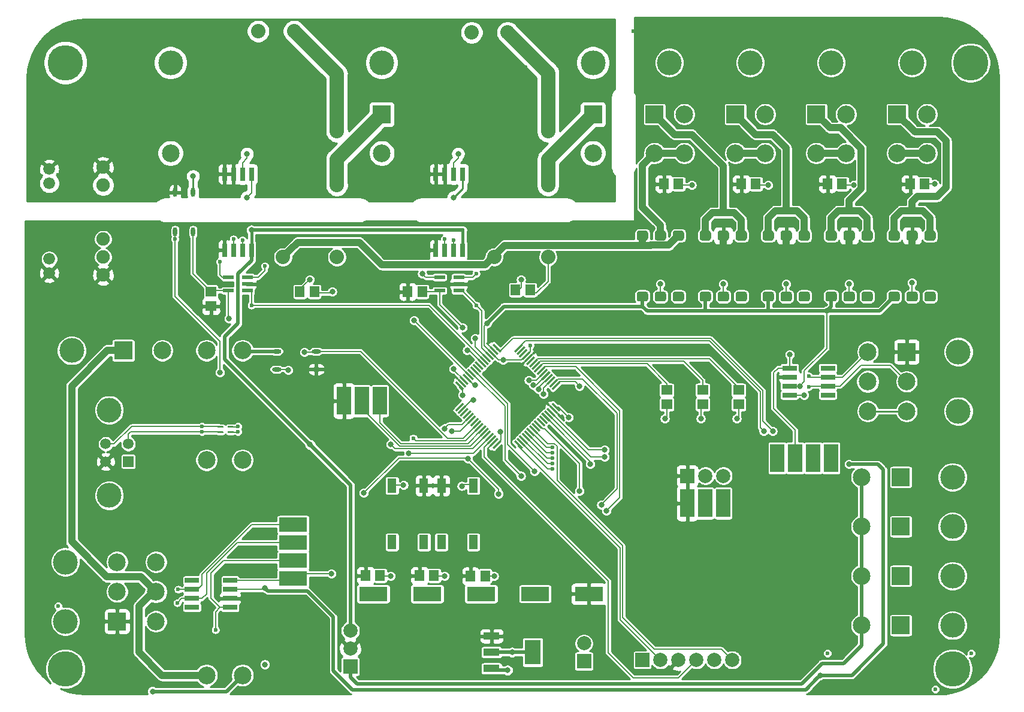
<source format=gbr>
G04 #@! TF.GenerationSoftware,KiCad,Pcbnew,5.1.2-f72e74a~84~ubuntu18.04.1*
G04 #@! TF.CreationDate,2019-05-31T10:47:24-04:00*
G04 #@! TF.ProjectId,Master_Board,4d617374-6572-45f4-926f-6172642e6b69,rev?*
G04 #@! TF.SameCoordinates,Original*
G04 #@! TF.FileFunction,Copper,L1,Top*
G04 #@! TF.FilePolarity,Positive*
%FSLAX46Y46*%
G04 Gerber Fmt 4.6, Leading zero omitted, Abs format (unit mm)*
G04 Created by KiCad (PCBNEW 5.1.2-f72e74a~84~ubuntu18.04.1) date 2019-05-31 10:47:24*
%MOMM*%
%LPD*%
G04 APERTURE LIST*
%ADD10C,1.905000*%
%ADD11C,2.032000*%
%ADD12C,1.676400*%
%ADD13R,1.500000X1.400000*%
%ADD14C,2.500000*%
%ADD15C,0.100000*%
%ADD16C,0.250000*%
%ADD17C,3.508000*%
%ADD18R,2.500000X2.500000*%
%ADD19C,2.000000*%
%ADD20R,2.000000X2.000000*%
%ADD21R,1.300000X2.000000*%
%ADD22R,2.000000X4.000000*%
%ADD23R,4.000000X2.000000*%
%ADD24C,0.300000*%
%ADD25R,2.250000X1.000000*%
%ADD26R,2.250000X3.500000*%
%ADD27R,2.000000X0.750000*%
%ADD28C,1.400000*%
%ADD29O,1.300000X0.600000*%
%ADD30R,0.635000X1.905000*%
%ADD31R,1.500000X0.550000*%
%ADD32O,0.600000X1.300000*%
%ADD33R,1.400000X1.500000*%
%ADD34C,5.000000*%
%ADD35C,1.500000*%
%ADD36R,1.500000X1.500000*%
%ADD37C,3.500000*%
%ADD38C,0.800000*%
%ADD39C,0.600000*%
%ADD40C,0.203200*%
%ADD41C,1.000000*%
%ADD42C,0.508000*%
%ADD43C,0.400000*%
%ADD44C,0.254000*%
%ADD45C,2.000000*%
%ADD46C,0.200000*%
G04 APERTURE END LIST*
D10*
X94742000Y-74168000D03*
X94742000Y-71628000D03*
X94742000Y-69088000D03*
X94742000Y-61468000D03*
X94742000Y-58928000D03*
D11*
X116652000Y-39698184D03*
X121732000Y-39698184D03*
X146812000Y-39878000D03*
X151892000Y-39878000D03*
D12*
X87122000Y-61198000D03*
X87122000Y-59198000D03*
X87122000Y-71898000D03*
X87122000Y-73898000D03*
D13*
X184531000Y-90420691D03*
X184531000Y-92470691D03*
X179451000Y-90420691D03*
X179451000Y-92470691D03*
X174371000Y-90420691D03*
X174371000Y-92470691D03*
D14*
X114427000Y-130757184D03*
X109347000Y-130757184D03*
X114427000Y-84836000D03*
X109347000Y-84836000D03*
X114427000Y-100330000D03*
X109347000Y-100330000D03*
D15*
G36*
X111657626Y-95512301D02*
G01*
X111663693Y-95513201D01*
X111669643Y-95514691D01*
X111675418Y-95516758D01*
X111680962Y-95519380D01*
X111686223Y-95522533D01*
X111691150Y-95526187D01*
X111695694Y-95530306D01*
X111699813Y-95534850D01*
X111703467Y-95539777D01*
X111706620Y-95545038D01*
X111709242Y-95550582D01*
X111711309Y-95556357D01*
X111712799Y-95562307D01*
X111713699Y-95568374D01*
X111714000Y-95574500D01*
X111714000Y-95699500D01*
X111713699Y-95705626D01*
X111712799Y-95711693D01*
X111711309Y-95717643D01*
X111709242Y-95723418D01*
X111706620Y-95728962D01*
X111703467Y-95734223D01*
X111699813Y-95739150D01*
X111695694Y-95743694D01*
X111691150Y-95747813D01*
X111686223Y-95751467D01*
X111680962Y-95754620D01*
X111675418Y-95757242D01*
X111669643Y-95759309D01*
X111663693Y-95760799D01*
X111657626Y-95761699D01*
X111651500Y-95762000D01*
X110926500Y-95762000D01*
X110920374Y-95761699D01*
X110914307Y-95760799D01*
X110908357Y-95759309D01*
X110902582Y-95757242D01*
X110897038Y-95754620D01*
X110891777Y-95751467D01*
X110886850Y-95747813D01*
X110882306Y-95743694D01*
X110878187Y-95739150D01*
X110874533Y-95734223D01*
X110871380Y-95728962D01*
X110868758Y-95723418D01*
X110866691Y-95717643D01*
X110865201Y-95711693D01*
X110864301Y-95705626D01*
X110864000Y-95699500D01*
X110864000Y-95574500D01*
X110864301Y-95568374D01*
X110865201Y-95562307D01*
X110866691Y-95556357D01*
X110868758Y-95550582D01*
X110871380Y-95545038D01*
X110874533Y-95539777D01*
X110878187Y-95534850D01*
X110882306Y-95530306D01*
X110886850Y-95526187D01*
X110891777Y-95522533D01*
X110897038Y-95519380D01*
X110902582Y-95516758D01*
X110908357Y-95514691D01*
X110914307Y-95513201D01*
X110920374Y-95512301D01*
X110926500Y-95512000D01*
X111651500Y-95512000D01*
X111657626Y-95512301D01*
X111657626Y-95512301D01*
G37*
D16*
X111289000Y-95637000D03*
D15*
G36*
X111657626Y-96262301D02*
G01*
X111663693Y-96263201D01*
X111669643Y-96264691D01*
X111675418Y-96266758D01*
X111680962Y-96269380D01*
X111686223Y-96272533D01*
X111691150Y-96276187D01*
X111695694Y-96280306D01*
X111699813Y-96284850D01*
X111703467Y-96289777D01*
X111706620Y-96295038D01*
X111709242Y-96300582D01*
X111711309Y-96306357D01*
X111712799Y-96312307D01*
X111713699Y-96318374D01*
X111714000Y-96324500D01*
X111714000Y-96449500D01*
X111713699Y-96455626D01*
X111712799Y-96461693D01*
X111711309Y-96467643D01*
X111709242Y-96473418D01*
X111706620Y-96478962D01*
X111703467Y-96484223D01*
X111699813Y-96489150D01*
X111695694Y-96493694D01*
X111691150Y-96497813D01*
X111686223Y-96501467D01*
X111680962Y-96504620D01*
X111675418Y-96507242D01*
X111669643Y-96509309D01*
X111663693Y-96510799D01*
X111657626Y-96511699D01*
X111651500Y-96512000D01*
X110926500Y-96512000D01*
X110920374Y-96511699D01*
X110914307Y-96510799D01*
X110908357Y-96509309D01*
X110902582Y-96507242D01*
X110897038Y-96504620D01*
X110891777Y-96501467D01*
X110886850Y-96497813D01*
X110882306Y-96493694D01*
X110878187Y-96489150D01*
X110874533Y-96484223D01*
X110871380Y-96478962D01*
X110868758Y-96473418D01*
X110866691Y-96467643D01*
X110865201Y-96461693D01*
X110864301Y-96455626D01*
X110864000Y-96449500D01*
X110864000Y-96324500D01*
X110864301Y-96318374D01*
X110865201Y-96312307D01*
X110866691Y-96306357D01*
X110868758Y-96300582D01*
X110871380Y-96295038D01*
X110874533Y-96289777D01*
X110878187Y-96284850D01*
X110882306Y-96280306D01*
X110886850Y-96276187D01*
X110891777Y-96272533D01*
X110897038Y-96269380D01*
X110902582Y-96266758D01*
X110908357Y-96264691D01*
X110914307Y-96263201D01*
X110920374Y-96262301D01*
X110926500Y-96262000D01*
X111651500Y-96262000D01*
X111657626Y-96262301D01*
X111657626Y-96262301D01*
G37*
D16*
X111289000Y-96387000D03*
D15*
G36*
X113107626Y-95512301D02*
G01*
X113113693Y-95513201D01*
X113119643Y-95514691D01*
X113125418Y-95516758D01*
X113130962Y-95519380D01*
X113136223Y-95522533D01*
X113141150Y-95526187D01*
X113145694Y-95530306D01*
X113149813Y-95534850D01*
X113153467Y-95539777D01*
X113156620Y-95545038D01*
X113159242Y-95550582D01*
X113161309Y-95556357D01*
X113162799Y-95562307D01*
X113163699Y-95568374D01*
X113164000Y-95574500D01*
X113164000Y-95699500D01*
X113163699Y-95705626D01*
X113162799Y-95711693D01*
X113161309Y-95717643D01*
X113159242Y-95723418D01*
X113156620Y-95728962D01*
X113153467Y-95734223D01*
X113149813Y-95739150D01*
X113145694Y-95743694D01*
X113141150Y-95747813D01*
X113136223Y-95751467D01*
X113130962Y-95754620D01*
X113125418Y-95757242D01*
X113119643Y-95759309D01*
X113113693Y-95760799D01*
X113107626Y-95761699D01*
X113101500Y-95762000D01*
X112376500Y-95762000D01*
X112370374Y-95761699D01*
X112364307Y-95760799D01*
X112358357Y-95759309D01*
X112352582Y-95757242D01*
X112347038Y-95754620D01*
X112341777Y-95751467D01*
X112336850Y-95747813D01*
X112332306Y-95743694D01*
X112328187Y-95739150D01*
X112324533Y-95734223D01*
X112321380Y-95728962D01*
X112318758Y-95723418D01*
X112316691Y-95717643D01*
X112315201Y-95711693D01*
X112314301Y-95705626D01*
X112314000Y-95699500D01*
X112314000Y-95574500D01*
X112314301Y-95568374D01*
X112315201Y-95562307D01*
X112316691Y-95556357D01*
X112318758Y-95550582D01*
X112321380Y-95545038D01*
X112324533Y-95539777D01*
X112328187Y-95534850D01*
X112332306Y-95530306D01*
X112336850Y-95526187D01*
X112341777Y-95522533D01*
X112347038Y-95519380D01*
X112352582Y-95516758D01*
X112358357Y-95514691D01*
X112364307Y-95513201D01*
X112370374Y-95512301D01*
X112376500Y-95512000D01*
X113101500Y-95512000D01*
X113107626Y-95512301D01*
X113107626Y-95512301D01*
G37*
D16*
X112739000Y-95637000D03*
D15*
G36*
X113107626Y-96262301D02*
G01*
X113113693Y-96263201D01*
X113119643Y-96264691D01*
X113125418Y-96266758D01*
X113130962Y-96269380D01*
X113136223Y-96272533D01*
X113141150Y-96276187D01*
X113145694Y-96280306D01*
X113149813Y-96284850D01*
X113153467Y-96289777D01*
X113156620Y-96295038D01*
X113159242Y-96300582D01*
X113161309Y-96306357D01*
X113162799Y-96312307D01*
X113163699Y-96318374D01*
X113164000Y-96324500D01*
X113164000Y-96449500D01*
X113163699Y-96455626D01*
X113162799Y-96461693D01*
X113161309Y-96467643D01*
X113159242Y-96473418D01*
X113156620Y-96478962D01*
X113153467Y-96484223D01*
X113149813Y-96489150D01*
X113145694Y-96493694D01*
X113141150Y-96497813D01*
X113136223Y-96501467D01*
X113130962Y-96504620D01*
X113125418Y-96507242D01*
X113119643Y-96509309D01*
X113113693Y-96510799D01*
X113107626Y-96511699D01*
X113101500Y-96512000D01*
X112376500Y-96512000D01*
X112370374Y-96511699D01*
X112364307Y-96510799D01*
X112358357Y-96509309D01*
X112352582Y-96507242D01*
X112347038Y-96504620D01*
X112341777Y-96501467D01*
X112336850Y-96497813D01*
X112332306Y-96493694D01*
X112328187Y-96489150D01*
X112324533Y-96484223D01*
X112321380Y-96478962D01*
X112318758Y-96473418D01*
X112316691Y-96467643D01*
X112315201Y-96461693D01*
X112314301Y-96455626D01*
X112314000Y-96449500D01*
X112314000Y-96324500D01*
X112314301Y-96318374D01*
X112315201Y-96312307D01*
X112316691Y-96306357D01*
X112318758Y-96300582D01*
X112321380Y-96295038D01*
X112324533Y-96289777D01*
X112328187Y-96284850D01*
X112332306Y-96280306D01*
X112336850Y-96276187D01*
X112341777Y-96272533D01*
X112347038Y-96269380D01*
X112352582Y-96266758D01*
X112358357Y-96264691D01*
X112364307Y-96263201D01*
X112370374Y-96262301D01*
X112376500Y-96262000D01*
X113101500Y-96262000D01*
X113107626Y-96262301D01*
X113107626Y-96262301D01*
G37*
D16*
X112739000Y-96387000D03*
D17*
X104267000Y-44143184D03*
D18*
X104267000Y-51443184D03*
D14*
X104267000Y-56943184D03*
D17*
X134112000Y-44143184D03*
D18*
X134112000Y-51443184D03*
D14*
X134112000Y-56943184D03*
D17*
X163957000Y-44143184D03*
D18*
X163957000Y-51443184D03*
D14*
X163957000Y-56943184D03*
D19*
X182372000Y-102563184D03*
X179832000Y-102563184D03*
D20*
X177292000Y-102563184D03*
D19*
X183642000Y-128598184D03*
X181102000Y-128598184D03*
X178562000Y-128598184D03*
X176022000Y-128598184D03*
X173482000Y-128598184D03*
D20*
X170942000Y-128598184D03*
D19*
X162687000Y-126238000D03*
D20*
X162687000Y-128778000D03*
D17*
X215583600Y-85028184D03*
X215583600Y-85028184D03*
X215583600Y-85028184D03*
X215583600Y-85028184D03*
D18*
X208283600Y-85028184D03*
X208283600Y-85028184D03*
X208283600Y-85028184D03*
D14*
X202783600Y-93428184D03*
X202783600Y-93428184D03*
X202783600Y-93428184D03*
X202783600Y-89228184D03*
X202783600Y-93428184D03*
X202783600Y-89228184D03*
X202783600Y-89228184D03*
X202783600Y-89228184D03*
X202783600Y-85028184D03*
X202783600Y-85028184D03*
X202783600Y-85028184D03*
X202783600Y-85028184D03*
X208283600Y-89228184D03*
X208283600Y-89228184D03*
X208283600Y-89228184D03*
X208283600Y-89228184D03*
D18*
X208283600Y-85028184D03*
D17*
X215583600Y-93428184D03*
X215583600Y-93428184D03*
D14*
X208283600Y-93428184D03*
D17*
X215583600Y-93428184D03*
X215583600Y-93428184D03*
D14*
X208283600Y-93428184D03*
X208283600Y-93428184D03*
X208283600Y-93428184D03*
X202783600Y-93428184D03*
X202783600Y-89228184D03*
X202783600Y-93428184D03*
X202783600Y-85028184D03*
X202783600Y-89228184D03*
X208283600Y-89228184D03*
X208283600Y-89228184D03*
D18*
X208283600Y-85028184D03*
D14*
X202783600Y-85028184D03*
D18*
X208283600Y-85028184D03*
D14*
X208283600Y-93428184D03*
D17*
X215583600Y-93428184D03*
D14*
X208283600Y-93428184D03*
D17*
X215583600Y-93428184D03*
X215583600Y-85028184D03*
X215583600Y-85028184D03*
X215583600Y-85028184D03*
D14*
X208283600Y-89228184D03*
D18*
X208283600Y-85028184D03*
D14*
X202783600Y-85028184D03*
X202783600Y-89228184D03*
X202783600Y-93428184D03*
D17*
X215583600Y-93428184D03*
D14*
X208283600Y-93428184D03*
D17*
X215583600Y-85028184D03*
D14*
X208283600Y-93428184D03*
X208283600Y-89228184D03*
D18*
X208283600Y-85028184D03*
D14*
X202783600Y-85028184D03*
X202783600Y-89228184D03*
X202783600Y-93428184D03*
D17*
X215583600Y-93428184D03*
X174752000Y-44143184D03*
D14*
X176852000Y-56943184D03*
X172652000Y-56943184D03*
X176852000Y-51443184D03*
D18*
X172652000Y-51443184D03*
D17*
X197612000Y-44143184D03*
D14*
X199712000Y-56943184D03*
X195512000Y-56943184D03*
X199712000Y-51443184D03*
D18*
X195512000Y-51443184D03*
D17*
X186182000Y-44143184D03*
D14*
X188282000Y-56943184D03*
X184082000Y-56943184D03*
X188282000Y-51443184D03*
D18*
X184082000Y-51443184D03*
D17*
X90297000Y-84836000D03*
D18*
X97597000Y-84836000D03*
D14*
X103097000Y-84836000D03*
D17*
X214757000Y-102743000D03*
D18*
X207457000Y-102743000D03*
D14*
X201957000Y-102743000D03*
D17*
X214757000Y-109728000D03*
D18*
X207457000Y-109728000D03*
D14*
X201957000Y-109728000D03*
D17*
X214757000Y-116713000D03*
D18*
X207457000Y-116713000D03*
D14*
X201957000Y-116713000D03*
D17*
X214757000Y-123698000D03*
D18*
X207457000Y-123698000D03*
D14*
X201957000Y-123698000D03*
D11*
X120142000Y-71628000D03*
X127762000Y-71628000D03*
X127762000Y-61468000D03*
X127762000Y-53848000D03*
X149987000Y-71628000D03*
X157607000Y-71628000D03*
X157607000Y-61468000D03*
X157607000Y-53848000D03*
D21*
X140068116Y-111944810D03*
X135568116Y-111944810D03*
X135568116Y-103944810D03*
X140068116Y-103944810D03*
X142535035Y-103944810D03*
X147035035Y-103944810D03*
X147035035Y-111944810D03*
X142535035Y-111944810D03*
D22*
X179832000Y-106438184D03*
X182372000Y-106438184D03*
X128778000Y-91960184D03*
X131318000Y-91960184D03*
X133858000Y-91960184D03*
X177292000Y-106438184D03*
D23*
X132907000Y-119253000D03*
X163387000Y-119253000D03*
X140527000Y-119253000D03*
X148147000Y-119253000D03*
X155767000Y-119253000D03*
D22*
X192522653Y-100043845D03*
X189982653Y-100043845D03*
X197602653Y-100043845D03*
X195062653Y-100043845D03*
D23*
X121584089Y-114549923D03*
X121584089Y-117056840D03*
X121584089Y-111976840D03*
X121584089Y-109436840D03*
D24*
X158715580Y-92833280D03*
D15*
G36*
X159351976Y-93257544D02*
G01*
X159139844Y-93469676D01*
X158079184Y-92409016D01*
X158291316Y-92196884D01*
X159351976Y-93257544D01*
X159351976Y-93257544D01*
G37*
D24*
X158362027Y-93186833D03*
D15*
G36*
X158998423Y-93611097D02*
G01*
X158786291Y-93823229D01*
X157725631Y-92762569D01*
X157937763Y-92550437D01*
X158998423Y-93611097D01*
X158998423Y-93611097D01*
G37*
D24*
X158008474Y-93540386D03*
D15*
G36*
X158644870Y-93964650D02*
G01*
X158432738Y-94176782D01*
X157372078Y-93116122D01*
X157584210Y-92903990D01*
X158644870Y-93964650D01*
X158644870Y-93964650D01*
G37*
D24*
X157654920Y-93893940D03*
D15*
G36*
X158291316Y-94318204D02*
G01*
X158079184Y-94530336D01*
X157018524Y-93469676D01*
X157230656Y-93257544D01*
X158291316Y-94318204D01*
X158291316Y-94318204D01*
G37*
D24*
X157301367Y-94247493D03*
D15*
G36*
X157937763Y-94671757D02*
G01*
X157725631Y-94883889D01*
X156664971Y-93823229D01*
X156877103Y-93611097D01*
X157937763Y-94671757D01*
X157937763Y-94671757D01*
G37*
D24*
X156947813Y-94601047D03*
D15*
G36*
X157584209Y-95025311D02*
G01*
X157372077Y-95237443D01*
X156311417Y-94176783D01*
X156523549Y-93964651D01*
X157584209Y-95025311D01*
X157584209Y-95025311D01*
G37*
D24*
X156594260Y-94954600D03*
D15*
G36*
X157230656Y-95378864D02*
G01*
X157018524Y-95590996D01*
X155957864Y-94530336D01*
X156169996Y-94318204D01*
X157230656Y-95378864D01*
X157230656Y-95378864D01*
G37*
D24*
X156240707Y-95308153D03*
D15*
G36*
X156877103Y-95732417D02*
G01*
X156664971Y-95944549D01*
X155604311Y-94883889D01*
X155816443Y-94671757D01*
X156877103Y-95732417D01*
X156877103Y-95732417D01*
G37*
D24*
X155887153Y-95661707D03*
D15*
G36*
X156523549Y-96085971D02*
G01*
X156311417Y-96298103D01*
X155250757Y-95237443D01*
X155462889Y-95025311D01*
X156523549Y-96085971D01*
X156523549Y-96085971D01*
G37*
D24*
X155533600Y-96015260D03*
D15*
G36*
X156169996Y-96439524D02*
G01*
X155957864Y-96651656D01*
X154897204Y-95590996D01*
X155109336Y-95378864D01*
X156169996Y-96439524D01*
X156169996Y-96439524D01*
G37*
D24*
X155180047Y-96368813D03*
D15*
G36*
X155816443Y-96793077D02*
G01*
X155604311Y-97005209D01*
X154543651Y-95944549D01*
X154755783Y-95732417D01*
X155816443Y-96793077D01*
X155816443Y-96793077D01*
G37*
D24*
X154826493Y-96722367D03*
D15*
G36*
X155462889Y-97146631D02*
G01*
X155250757Y-97358763D01*
X154190097Y-96298103D01*
X154402229Y-96085971D01*
X155462889Y-97146631D01*
X155462889Y-97146631D01*
G37*
D24*
X154472940Y-97075920D03*
D15*
G36*
X155109336Y-97500184D02*
G01*
X154897204Y-97712316D01*
X153836544Y-96651656D01*
X154048676Y-96439524D01*
X155109336Y-97500184D01*
X155109336Y-97500184D01*
G37*
D24*
X154119386Y-97429474D03*
D15*
G36*
X154755782Y-97853738D02*
G01*
X154543650Y-98065870D01*
X153482990Y-97005210D01*
X153695122Y-96793078D01*
X154755782Y-97853738D01*
X154755782Y-97853738D01*
G37*
D24*
X153765833Y-97783027D03*
D15*
G36*
X154402229Y-98207291D02*
G01*
X154190097Y-98419423D01*
X153129437Y-97358763D01*
X153341569Y-97146631D01*
X154402229Y-98207291D01*
X154402229Y-98207291D01*
G37*
D24*
X153412280Y-98136580D03*
D15*
G36*
X154048676Y-98560844D02*
G01*
X153836544Y-98772976D01*
X152775884Y-97712316D01*
X152988016Y-97500184D01*
X154048676Y-98560844D01*
X154048676Y-98560844D01*
G37*
D24*
X145068420Y-89792720D03*
D15*
G36*
X145704816Y-90216984D02*
G01*
X145492684Y-90429116D01*
X144432024Y-89368456D01*
X144644156Y-89156324D01*
X145704816Y-90216984D01*
X145704816Y-90216984D01*
G37*
D24*
X145421973Y-89439167D03*
D15*
G36*
X146058369Y-89863431D02*
G01*
X145846237Y-90075563D01*
X144785577Y-89014903D01*
X144997709Y-88802771D01*
X146058369Y-89863431D01*
X146058369Y-89863431D01*
G37*
D24*
X145775526Y-89085614D03*
D15*
G36*
X146411922Y-89509878D02*
G01*
X146199790Y-89722010D01*
X145139130Y-88661350D01*
X145351262Y-88449218D01*
X146411922Y-89509878D01*
X146411922Y-89509878D01*
G37*
D24*
X146129080Y-88732060D03*
D15*
G36*
X146765476Y-89156324D02*
G01*
X146553344Y-89368456D01*
X145492684Y-88307796D01*
X145704816Y-88095664D01*
X146765476Y-89156324D01*
X146765476Y-89156324D01*
G37*
D24*
X146482633Y-88378507D03*
D15*
G36*
X147119029Y-88802771D02*
G01*
X146906897Y-89014903D01*
X145846237Y-87954243D01*
X146058369Y-87742111D01*
X147119029Y-88802771D01*
X147119029Y-88802771D01*
G37*
D24*
X146836187Y-88024953D03*
D15*
G36*
X147472583Y-88449217D02*
G01*
X147260451Y-88661349D01*
X146199791Y-87600689D01*
X146411923Y-87388557D01*
X147472583Y-88449217D01*
X147472583Y-88449217D01*
G37*
D24*
X147189740Y-87671400D03*
D15*
G36*
X147826136Y-88095664D02*
G01*
X147614004Y-88307796D01*
X146553344Y-87247136D01*
X146765476Y-87035004D01*
X147826136Y-88095664D01*
X147826136Y-88095664D01*
G37*
D24*
X147543293Y-87317847D03*
D15*
G36*
X148179689Y-87742111D02*
G01*
X147967557Y-87954243D01*
X146906897Y-86893583D01*
X147119029Y-86681451D01*
X148179689Y-87742111D01*
X148179689Y-87742111D01*
G37*
D24*
X147896847Y-86964293D03*
D15*
G36*
X148533243Y-87388557D02*
G01*
X148321111Y-87600689D01*
X147260451Y-86540029D01*
X147472583Y-86327897D01*
X148533243Y-87388557D01*
X148533243Y-87388557D01*
G37*
D24*
X148250400Y-86610740D03*
D15*
G36*
X148886796Y-87035004D02*
G01*
X148674664Y-87247136D01*
X147614004Y-86186476D01*
X147826136Y-85974344D01*
X148886796Y-87035004D01*
X148886796Y-87035004D01*
G37*
D24*
X148603953Y-86257187D03*
D15*
G36*
X149240349Y-86681451D02*
G01*
X149028217Y-86893583D01*
X147967557Y-85832923D01*
X148179689Y-85620791D01*
X149240349Y-86681451D01*
X149240349Y-86681451D01*
G37*
D24*
X148957507Y-85903633D03*
D15*
G36*
X149593903Y-86327897D02*
G01*
X149381771Y-86540029D01*
X148321111Y-85479369D01*
X148533243Y-85267237D01*
X149593903Y-86327897D01*
X149593903Y-86327897D01*
G37*
D24*
X149311060Y-85550080D03*
D15*
G36*
X149947456Y-85974344D02*
G01*
X149735324Y-86186476D01*
X148674664Y-85125816D01*
X148886796Y-84913684D01*
X149947456Y-85974344D01*
X149947456Y-85974344D01*
G37*
D24*
X149664614Y-85196526D03*
D15*
G36*
X150301010Y-85620790D02*
G01*
X150088878Y-85832922D01*
X149028218Y-84772262D01*
X149240350Y-84560130D01*
X150301010Y-85620790D01*
X150301010Y-85620790D01*
G37*
D24*
X150018167Y-84842973D03*
D15*
G36*
X150654563Y-85267237D02*
G01*
X150442431Y-85479369D01*
X149381771Y-84418709D01*
X149593903Y-84206577D01*
X150654563Y-85267237D01*
X150654563Y-85267237D01*
G37*
D24*
X150371720Y-84489420D03*
D15*
G36*
X151008116Y-84913684D02*
G01*
X150795984Y-85125816D01*
X149735324Y-84065156D01*
X149947456Y-83853024D01*
X151008116Y-84913684D01*
X151008116Y-84913684D01*
G37*
D24*
X145068420Y-92833280D03*
D15*
G36*
X145704816Y-92409016D02*
G01*
X144644156Y-93469676D01*
X144432024Y-93257544D01*
X145492684Y-92196884D01*
X145704816Y-92409016D01*
X145704816Y-92409016D01*
G37*
D24*
X150371720Y-98136580D03*
D15*
G36*
X151008116Y-97712316D02*
G01*
X149947456Y-98772976D01*
X149735324Y-98560844D01*
X150795984Y-97500184D01*
X151008116Y-97712316D01*
X151008116Y-97712316D01*
G37*
D24*
X150018167Y-97783027D03*
D15*
G36*
X150654563Y-97358763D02*
G01*
X149593903Y-98419423D01*
X149381771Y-98207291D01*
X150442431Y-97146631D01*
X150654563Y-97358763D01*
X150654563Y-97358763D01*
G37*
D24*
X149664614Y-97429474D03*
D15*
G36*
X150301010Y-97005210D02*
G01*
X149240350Y-98065870D01*
X149028218Y-97853738D01*
X150088878Y-96793078D01*
X150301010Y-97005210D01*
X150301010Y-97005210D01*
G37*
D24*
X149311060Y-97075920D03*
D15*
G36*
X149947456Y-96651656D02*
G01*
X148886796Y-97712316D01*
X148674664Y-97500184D01*
X149735324Y-96439524D01*
X149947456Y-96651656D01*
X149947456Y-96651656D01*
G37*
D24*
X148957507Y-96722367D03*
D15*
G36*
X149593903Y-96298103D02*
G01*
X148533243Y-97358763D01*
X148321111Y-97146631D01*
X149381771Y-96085971D01*
X149593903Y-96298103D01*
X149593903Y-96298103D01*
G37*
D24*
X148603953Y-96368813D03*
D15*
G36*
X149240349Y-95944549D02*
G01*
X148179689Y-97005209D01*
X147967557Y-96793077D01*
X149028217Y-95732417D01*
X149240349Y-95944549D01*
X149240349Y-95944549D01*
G37*
D24*
X148250400Y-96015260D03*
D15*
G36*
X148886796Y-95590996D02*
G01*
X147826136Y-96651656D01*
X147614004Y-96439524D01*
X148674664Y-95378864D01*
X148886796Y-95590996D01*
X148886796Y-95590996D01*
G37*
D24*
X147896847Y-95661707D03*
D15*
G36*
X148533243Y-95237443D02*
G01*
X147472583Y-96298103D01*
X147260451Y-96085971D01*
X148321111Y-95025311D01*
X148533243Y-95237443D01*
X148533243Y-95237443D01*
G37*
D24*
X147543293Y-95308153D03*
D15*
G36*
X148179689Y-94883889D02*
G01*
X147119029Y-95944549D01*
X146906897Y-95732417D01*
X147967557Y-94671757D01*
X148179689Y-94883889D01*
X148179689Y-94883889D01*
G37*
D24*
X147189740Y-94954600D03*
D15*
G36*
X147826136Y-94530336D02*
G01*
X146765476Y-95590996D01*
X146553344Y-95378864D01*
X147614004Y-94318204D01*
X147826136Y-94530336D01*
X147826136Y-94530336D01*
G37*
D24*
X146836187Y-94601047D03*
D15*
G36*
X147472583Y-94176783D02*
G01*
X146411923Y-95237443D01*
X146199791Y-95025311D01*
X147260451Y-93964651D01*
X147472583Y-94176783D01*
X147472583Y-94176783D01*
G37*
D24*
X146482633Y-94247493D03*
D15*
G36*
X147119029Y-93823229D02*
G01*
X146058369Y-94883889D01*
X145846237Y-94671757D01*
X146906897Y-93611097D01*
X147119029Y-93823229D01*
X147119029Y-93823229D01*
G37*
D24*
X146129080Y-93893940D03*
D15*
G36*
X146765476Y-93469676D02*
G01*
X145704816Y-94530336D01*
X145492684Y-94318204D01*
X146553344Y-93257544D01*
X146765476Y-93469676D01*
X146765476Y-93469676D01*
G37*
D24*
X145775526Y-93540386D03*
D15*
G36*
X146411922Y-93116122D02*
G01*
X145351262Y-94176782D01*
X145139130Y-93964650D01*
X146199790Y-92903990D01*
X146411922Y-93116122D01*
X146411922Y-93116122D01*
G37*
D24*
X145421973Y-93186833D03*
D15*
G36*
X146058369Y-92762569D02*
G01*
X144997709Y-93823229D01*
X144785577Y-93611097D01*
X145846237Y-92550437D01*
X146058369Y-92762569D01*
X146058369Y-92762569D01*
G37*
D24*
X153412280Y-84489420D03*
D15*
G36*
X154048676Y-84065156D02*
G01*
X152988016Y-85125816D01*
X152775884Y-84913684D01*
X153836544Y-83853024D01*
X154048676Y-84065156D01*
X154048676Y-84065156D01*
G37*
D24*
X153765833Y-84842973D03*
D15*
G36*
X154402229Y-84418709D02*
G01*
X153341569Y-85479369D01*
X153129437Y-85267237D01*
X154190097Y-84206577D01*
X154402229Y-84418709D01*
X154402229Y-84418709D01*
G37*
D24*
X154119386Y-85196526D03*
D15*
G36*
X154755782Y-84772262D02*
G01*
X153695122Y-85832922D01*
X153482990Y-85620790D01*
X154543650Y-84560130D01*
X154755782Y-84772262D01*
X154755782Y-84772262D01*
G37*
D24*
X154472940Y-85550080D03*
D15*
G36*
X155109336Y-85125816D02*
G01*
X154048676Y-86186476D01*
X153836544Y-85974344D01*
X154897204Y-84913684D01*
X155109336Y-85125816D01*
X155109336Y-85125816D01*
G37*
D24*
X154826493Y-85903633D03*
D15*
G36*
X155462889Y-85479369D02*
G01*
X154402229Y-86540029D01*
X154190097Y-86327897D01*
X155250757Y-85267237D01*
X155462889Y-85479369D01*
X155462889Y-85479369D01*
G37*
D24*
X155180047Y-86257187D03*
D15*
G36*
X155816443Y-85832923D02*
G01*
X154755783Y-86893583D01*
X154543651Y-86681451D01*
X155604311Y-85620791D01*
X155816443Y-85832923D01*
X155816443Y-85832923D01*
G37*
D24*
X155533600Y-86610740D03*
D15*
G36*
X156169996Y-86186476D02*
G01*
X155109336Y-87247136D01*
X154897204Y-87035004D01*
X155957864Y-85974344D01*
X156169996Y-86186476D01*
X156169996Y-86186476D01*
G37*
D24*
X155887153Y-86964293D03*
D15*
G36*
X156523549Y-86540029D02*
G01*
X155462889Y-87600689D01*
X155250757Y-87388557D01*
X156311417Y-86327897D01*
X156523549Y-86540029D01*
X156523549Y-86540029D01*
G37*
D24*
X156240707Y-87317847D03*
D15*
G36*
X156877103Y-86893583D02*
G01*
X155816443Y-87954243D01*
X155604311Y-87742111D01*
X156664971Y-86681451D01*
X156877103Y-86893583D01*
X156877103Y-86893583D01*
G37*
D24*
X156594260Y-87671400D03*
D15*
G36*
X157230656Y-87247136D02*
G01*
X156169996Y-88307796D01*
X155957864Y-88095664D01*
X157018524Y-87035004D01*
X157230656Y-87247136D01*
X157230656Y-87247136D01*
G37*
D24*
X156947813Y-88024953D03*
D15*
G36*
X157584209Y-87600689D02*
G01*
X156523549Y-88661349D01*
X156311417Y-88449217D01*
X157372077Y-87388557D01*
X157584209Y-87600689D01*
X157584209Y-87600689D01*
G37*
D24*
X157301367Y-88378507D03*
D15*
G36*
X157937763Y-87954243D02*
G01*
X156877103Y-89014903D01*
X156664971Y-88802771D01*
X157725631Y-87742111D01*
X157937763Y-87954243D01*
X157937763Y-87954243D01*
G37*
D24*
X157654920Y-88732060D03*
D15*
G36*
X158291316Y-88307796D02*
G01*
X157230656Y-89368456D01*
X157018524Y-89156324D01*
X158079184Y-88095664D01*
X158291316Y-88307796D01*
X158291316Y-88307796D01*
G37*
D24*
X158008474Y-89085614D03*
D15*
G36*
X158644870Y-88661350D02*
G01*
X157584210Y-89722010D01*
X157372078Y-89509878D01*
X158432738Y-88449218D01*
X158644870Y-88661350D01*
X158644870Y-88661350D01*
G37*
D24*
X158362027Y-89439167D03*
D15*
G36*
X158998423Y-89014903D02*
G01*
X157937763Y-90075563D01*
X157725631Y-89863431D01*
X158786291Y-88802771D01*
X158998423Y-89014903D01*
X158998423Y-89014903D01*
G37*
D24*
X158715580Y-89792720D03*
D15*
G36*
X159351976Y-89368456D02*
G01*
X158291316Y-90429116D01*
X158079184Y-90216984D01*
X159139844Y-89156324D01*
X159351976Y-89368456D01*
X159351976Y-89368456D01*
G37*
D19*
X129667000Y-124465692D03*
X129667000Y-127005692D03*
D20*
X129667000Y-129545692D03*
D25*
X149627000Y-125208000D03*
D26*
X155427000Y-127508000D03*
D25*
X149627000Y-127508000D03*
X149627000Y-129808000D03*
D27*
X191737000Y-87323184D03*
X191737000Y-88593184D03*
X191737000Y-89863184D03*
X191737000Y-91133184D03*
X197137000Y-87323184D03*
X197137000Y-88593184D03*
X197137000Y-89863184D03*
X197137000Y-91133184D03*
X112682000Y-121158000D03*
X112682000Y-119888000D03*
X112682000Y-118618000D03*
X112682000Y-117348000D03*
X107282000Y-121158000D03*
X107282000Y-119888000D03*
X107282000Y-118618000D03*
X107282000Y-117348000D03*
D15*
G36*
X176506306Y-67889685D02*
G01*
X176540282Y-67894725D01*
X176573600Y-67903071D01*
X176605939Y-67914642D01*
X176636989Y-67929328D01*
X176666450Y-67946986D01*
X176694038Y-67967446D01*
X176719487Y-67990513D01*
X176742554Y-68015962D01*
X176763014Y-68043550D01*
X176780672Y-68073011D01*
X176795358Y-68104061D01*
X176806929Y-68136400D01*
X176815275Y-68169718D01*
X176820315Y-68203694D01*
X176822000Y-68238000D01*
X176822000Y-68938000D01*
X176820315Y-68972306D01*
X176815275Y-69006282D01*
X176806929Y-69039600D01*
X176795358Y-69071939D01*
X176780672Y-69102989D01*
X176763014Y-69132450D01*
X176742554Y-69160038D01*
X176719487Y-69185487D01*
X176694038Y-69208554D01*
X176666450Y-69229014D01*
X176636989Y-69246672D01*
X176605939Y-69261358D01*
X176573600Y-69272929D01*
X176540282Y-69281275D01*
X176506306Y-69286315D01*
X176472000Y-69288000D01*
X175572000Y-69288000D01*
X175537694Y-69286315D01*
X175503718Y-69281275D01*
X175470400Y-69272929D01*
X175438061Y-69261358D01*
X175407011Y-69246672D01*
X175377550Y-69229014D01*
X175349962Y-69208554D01*
X175324513Y-69185487D01*
X175301446Y-69160038D01*
X175280986Y-69132450D01*
X175263328Y-69102989D01*
X175248642Y-69071939D01*
X175237071Y-69039600D01*
X175228725Y-69006282D01*
X175223685Y-68972306D01*
X175222000Y-68938000D01*
X175222000Y-68238000D01*
X175223685Y-68203694D01*
X175228725Y-68169718D01*
X175237071Y-68136400D01*
X175248642Y-68104061D01*
X175263328Y-68073011D01*
X175280986Y-68043550D01*
X175301446Y-68015962D01*
X175324513Y-67990513D01*
X175349962Y-67967446D01*
X175377550Y-67946986D01*
X175407011Y-67929328D01*
X175438061Y-67914642D01*
X175470400Y-67903071D01*
X175503718Y-67894725D01*
X175537694Y-67889685D01*
X175572000Y-67888000D01*
X176472000Y-67888000D01*
X176506306Y-67889685D01*
X176506306Y-67889685D01*
G37*
D28*
X176022000Y-68588000D03*
D15*
G36*
X173966306Y-67889685D02*
G01*
X174000282Y-67894725D01*
X174033600Y-67903071D01*
X174065939Y-67914642D01*
X174096989Y-67929328D01*
X174126450Y-67946986D01*
X174154038Y-67967446D01*
X174179487Y-67990513D01*
X174202554Y-68015962D01*
X174223014Y-68043550D01*
X174240672Y-68073011D01*
X174255358Y-68104061D01*
X174266929Y-68136400D01*
X174275275Y-68169718D01*
X174280315Y-68203694D01*
X174282000Y-68238000D01*
X174282000Y-68938000D01*
X174280315Y-68972306D01*
X174275275Y-69006282D01*
X174266929Y-69039600D01*
X174255358Y-69071939D01*
X174240672Y-69102989D01*
X174223014Y-69132450D01*
X174202554Y-69160038D01*
X174179487Y-69185487D01*
X174154038Y-69208554D01*
X174126450Y-69229014D01*
X174096989Y-69246672D01*
X174065939Y-69261358D01*
X174033600Y-69272929D01*
X174000282Y-69281275D01*
X173966306Y-69286315D01*
X173932000Y-69288000D01*
X173032000Y-69288000D01*
X172997694Y-69286315D01*
X172963718Y-69281275D01*
X172930400Y-69272929D01*
X172898061Y-69261358D01*
X172867011Y-69246672D01*
X172837550Y-69229014D01*
X172809962Y-69208554D01*
X172784513Y-69185487D01*
X172761446Y-69160038D01*
X172740986Y-69132450D01*
X172723328Y-69102989D01*
X172708642Y-69071939D01*
X172697071Y-69039600D01*
X172688725Y-69006282D01*
X172683685Y-68972306D01*
X172682000Y-68938000D01*
X172682000Y-68238000D01*
X172683685Y-68203694D01*
X172688725Y-68169718D01*
X172697071Y-68136400D01*
X172708642Y-68104061D01*
X172723328Y-68073011D01*
X172740986Y-68043550D01*
X172761446Y-68015962D01*
X172784513Y-67990513D01*
X172809962Y-67967446D01*
X172837550Y-67946986D01*
X172867011Y-67929328D01*
X172898061Y-67914642D01*
X172930400Y-67903071D01*
X172963718Y-67894725D01*
X172997694Y-67889685D01*
X173032000Y-67888000D01*
X173932000Y-67888000D01*
X173966306Y-67889685D01*
X173966306Y-67889685D01*
G37*
D28*
X173482000Y-68588000D03*
D15*
G36*
X171426306Y-67889685D02*
G01*
X171460282Y-67894725D01*
X171493600Y-67903071D01*
X171525939Y-67914642D01*
X171556989Y-67929328D01*
X171586450Y-67946986D01*
X171614038Y-67967446D01*
X171639487Y-67990513D01*
X171662554Y-68015962D01*
X171683014Y-68043550D01*
X171700672Y-68073011D01*
X171715358Y-68104061D01*
X171726929Y-68136400D01*
X171735275Y-68169718D01*
X171740315Y-68203694D01*
X171742000Y-68238000D01*
X171742000Y-68938000D01*
X171740315Y-68972306D01*
X171735275Y-69006282D01*
X171726929Y-69039600D01*
X171715358Y-69071939D01*
X171700672Y-69102989D01*
X171683014Y-69132450D01*
X171662554Y-69160038D01*
X171639487Y-69185487D01*
X171614038Y-69208554D01*
X171586450Y-69229014D01*
X171556989Y-69246672D01*
X171525939Y-69261358D01*
X171493600Y-69272929D01*
X171460282Y-69281275D01*
X171426306Y-69286315D01*
X171392000Y-69288000D01*
X170492000Y-69288000D01*
X170457694Y-69286315D01*
X170423718Y-69281275D01*
X170390400Y-69272929D01*
X170358061Y-69261358D01*
X170327011Y-69246672D01*
X170297550Y-69229014D01*
X170269962Y-69208554D01*
X170244513Y-69185487D01*
X170221446Y-69160038D01*
X170200986Y-69132450D01*
X170183328Y-69102989D01*
X170168642Y-69071939D01*
X170157071Y-69039600D01*
X170148725Y-69006282D01*
X170143685Y-68972306D01*
X170142000Y-68938000D01*
X170142000Y-68238000D01*
X170143685Y-68203694D01*
X170148725Y-68169718D01*
X170157071Y-68136400D01*
X170168642Y-68104061D01*
X170183328Y-68073011D01*
X170200986Y-68043550D01*
X170221446Y-68015962D01*
X170244513Y-67990513D01*
X170269962Y-67967446D01*
X170297550Y-67946986D01*
X170327011Y-67929328D01*
X170358061Y-67914642D01*
X170390400Y-67903071D01*
X170423718Y-67894725D01*
X170457694Y-67889685D01*
X170492000Y-67888000D01*
X171392000Y-67888000D01*
X171426306Y-67889685D01*
X171426306Y-67889685D01*
G37*
D28*
X170942000Y-68588000D03*
D15*
G36*
X176506306Y-76509685D02*
G01*
X176540282Y-76514725D01*
X176573600Y-76523071D01*
X176605939Y-76534642D01*
X176636989Y-76549328D01*
X176666450Y-76566986D01*
X176694038Y-76587446D01*
X176719487Y-76610513D01*
X176742554Y-76635962D01*
X176763014Y-76663550D01*
X176780672Y-76693011D01*
X176795358Y-76724061D01*
X176806929Y-76756400D01*
X176815275Y-76789718D01*
X176820315Y-76823694D01*
X176822000Y-76858000D01*
X176822000Y-77558000D01*
X176820315Y-77592306D01*
X176815275Y-77626282D01*
X176806929Y-77659600D01*
X176795358Y-77691939D01*
X176780672Y-77722989D01*
X176763014Y-77752450D01*
X176742554Y-77780038D01*
X176719487Y-77805487D01*
X176694038Y-77828554D01*
X176666450Y-77849014D01*
X176636989Y-77866672D01*
X176605939Y-77881358D01*
X176573600Y-77892929D01*
X176540282Y-77901275D01*
X176506306Y-77906315D01*
X176472000Y-77908000D01*
X175572000Y-77908000D01*
X175537694Y-77906315D01*
X175503718Y-77901275D01*
X175470400Y-77892929D01*
X175438061Y-77881358D01*
X175407011Y-77866672D01*
X175377550Y-77849014D01*
X175349962Y-77828554D01*
X175324513Y-77805487D01*
X175301446Y-77780038D01*
X175280986Y-77752450D01*
X175263328Y-77722989D01*
X175248642Y-77691939D01*
X175237071Y-77659600D01*
X175228725Y-77626282D01*
X175223685Y-77592306D01*
X175222000Y-77558000D01*
X175222000Y-76858000D01*
X175223685Y-76823694D01*
X175228725Y-76789718D01*
X175237071Y-76756400D01*
X175248642Y-76724061D01*
X175263328Y-76693011D01*
X175280986Y-76663550D01*
X175301446Y-76635962D01*
X175324513Y-76610513D01*
X175349962Y-76587446D01*
X175377550Y-76566986D01*
X175407011Y-76549328D01*
X175438061Y-76534642D01*
X175470400Y-76523071D01*
X175503718Y-76514725D01*
X175537694Y-76509685D01*
X175572000Y-76508000D01*
X176472000Y-76508000D01*
X176506306Y-76509685D01*
X176506306Y-76509685D01*
G37*
D28*
X176022000Y-77208000D03*
D15*
G36*
X173966306Y-76509685D02*
G01*
X174000282Y-76514725D01*
X174033600Y-76523071D01*
X174065939Y-76534642D01*
X174096989Y-76549328D01*
X174126450Y-76566986D01*
X174154038Y-76587446D01*
X174179487Y-76610513D01*
X174202554Y-76635962D01*
X174223014Y-76663550D01*
X174240672Y-76693011D01*
X174255358Y-76724061D01*
X174266929Y-76756400D01*
X174275275Y-76789718D01*
X174280315Y-76823694D01*
X174282000Y-76858000D01*
X174282000Y-77558000D01*
X174280315Y-77592306D01*
X174275275Y-77626282D01*
X174266929Y-77659600D01*
X174255358Y-77691939D01*
X174240672Y-77722989D01*
X174223014Y-77752450D01*
X174202554Y-77780038D01*
X174179487Y-77805487D01*
X174154038Y-77828554D01*
X174126450Y-77849014D01*
X174096989Y-77866672D01*
X174065939Y-77881358D01*
X174033600Y-77892929D01*
X174000282Y-77901275D01*
X173966306Y-77906315D01*
X173932000Y-77908000D01*
X173032000Y-77908000D01*
X172997694Y-77906315D01*
X172963718Y-77901275D01*
X172930400Y-77892929D01*
X172898061Y-77881358D01*
X172867011Y-77866672D01*
X172837550Y-77849014D01*
X172809962Y-77828554D01*
X172784513Y-77805487D01*
X172761446Y-77780038D01*
X172740986Y-77752450D01*
X172723328Y-77722989D01*
X172708642Y-77691939D01*
X172697071Y-77659600D01*
X172688725Y-77626282D01*
X172683685Y-77592306D01*
X172682000Y-77558000D01*
X172682000Y-76858000D01*
X172683685Y-76823694D01*
X172688725Y-76789718D01*
X172697071Y-76756400D01*
X172708642Y-76724061D01*
X172723328Y-76693011D01*
X172740986Y-76663550D01*
X172761446Y-76635962D01*
X172784513Y-76610513D01*
X172809962Y-76587446D01*
X172837550Y-76566986D01*
X172867011Y-76549328D01*
X172898061Y-76534642D01*
X172930400Y-76523071D01*
X172963718Y-76514725D01*
X172997694Y-76509685D01*
X173032000Y-76508000D01*
X173932000Y-76508000D01*
X173966306Y-76509685D01*
X173966306Y-76509685D01*
G37*
D28*
X173482000Y-77208000D03*
D15*
G36*
X171426306Y-76509685D02*
G01*
X171460282Y-76514725D01*
X171493600Y-76523071D01*
X171525939Y-76534642D01*
X171556989Y-76549328D01*
X171586450Y-76566986D01*
X171614038Y-76587446D01*
X171639487Y-76610513D01*
X171662554Y-76635962D01*
X171683014Y-76663550D01*
X171700672Y-76693011D01*
X171715358Y-76724061D01*
X171726929Y-76756400D01*
X171735275Y-76789718D01*
X171740315Y-76823694D01*
X171742000Y-76858000D01*
X171742000Y-77558000D01*
X171740315Y-77592306D01*
X171735275Y-77626282D01*
X171726929Y-77659600D01*
X171715358Y-77691939D01*
X171700672Y-77722989D01*
X171683014Y-77752450D01*
X171662554Y-77780038D01*
X171639487Y-77805487D01*
X171614038Y-77828554D01*
X171586450Y-77849014D01*
X171556989Y-77866672D01*
X171525939Y-77881358D01*
X171493600Y-77892929D01*
X171460282Y-77901275D01*
X171426306Y-77906315D01*
X171392000Y-77908000D01*
X170492000Y-77908000D01*
X170457694Y-77906315D01*
X170423718Y-77901275D01*
X170390400Y-77892929D01*
X170358061Y-77881358D01*
X170327011Y-77866672D01*
X170297550Y-77849014D01*
X170269962Y-77828554D01*
X170244513Y-77805487D01*
X170221446Y-77780038D01*
X170200986Y-77752450D01*
X170183328Y-77722989D01*
X170168642Y-77691939D01*
X170157071Y-77659600D01*
X170148725Y-77626282D01*
X170143685Y-77592306D01*
X170142000Y-77558000D01*
X170142000Y-76858000D01*
X170143685Y-76823694D01*
X170148725Y-76789718D01*
X170157071Y-76756400D01*
X170168642Y-76724061D01*
X170183328Y-76693011D01*
X170200986Y-76663550D01*
X170221446Y-76635962D01*
X170244513Y-76610513D01*
X170269962Y-76587446D01*
X170297550Y-76566986D01*
X170327011Y-76549328D01*
X170358061Y-76534642D01*
X170390400Y-76523071D01*
X170423718Y-76514725D01*
X170457694Y-76509685D01*
X170492000Y-76508000D01*
X171392000Y-76508000D01*
X171426306Y-76509685D01*
X171426306Y-76509685D01*
G37*
D28*
X170942000Y-77208000D03*
D15*
G36*
X185396306Y-67889685D02*
G01*
X185430282Y-67894725D01*
X185463600Y-67903071D01*
X185495939Y-67914642D01*
X185526989Y-67929328D01*
X185556450Y-67946986D01*
X185584038Y-67967446D01*
X185609487Y-67990513D01*
X185632554Y-68015962D01*
X185653014Y-68043550D01*
X185670672Y-68073011D01*
X185685358Y-68104061D01*
X185696929Y-68136400D01*
X185705275Y-68169718D01*
X185710315Y-68203694D01*
X185712000Y-68238000D01*
X185712000Y-68938000D01*
X185710315Y-68972306D01*
X185705275Y-69006282D01*
X185696929Y-69039600D01*
X185685358Y-69071939D01*
X185670672Y-69102989D01*
X185653014Y-69132450D01*
X185632554Y-69160038D01*
X185609487Y-69185487D01*
X185584038Y-69208554D01*
X185556450Y-69229014D01*
X185526989Y-69246672D01*
X185495939Y-69261358D01*
X185463600Y-69272929D01*
X185430282Y-69281275D01*
X185396306Y-69286315D01*
X185362000Y-69288000D01*
X184462000Y-69288000D01*
X184427694Y-69286315D01*
X184393718Y-69281275D01*
X184360400Y-69272929D01*
X184328061Y-69261358D01*
X184297011Y-69246672D01*
X184267550Y-69229014D01*
X184239962Y-69208554D01*
X184214513Y-69185487D01*
X184191446Y-69160038D01*
X184170986Y-69132450D01*
X184153328Y-69102989D01*
X184138642Y-69071939D01*
X184127071Y-69039600D01*
X184118725Y-69006282D01*
X184113685Y-68972306D01*
X184112000Y-68938000D01*
X184112000Y-68238000D01*
X184113685Y-68203694D01*
X184118725Y-68169718D01*
X184127071Y-68136400D01*
X184138642Y-68104061D01*
X184153328Y-68073011D01*
X184170986Y-68043550D01*
X184191446Y-68015962D01*
X184214513Y-67990513D01*
X184239962Y-67967446D01*
X184267550Y-67946986D01*
X184297011Y-67929328D01*
X184328061Y-67914642D01*
X184360400Y-67903071D01*
X184393718Y-67894725D01*
X184427694Y-67889685D01*
X184462000Y-67888000D01*
X185362000Y-67888000D01*
X185396306Y-67889685D01*
X185396306Y-67889685D01*
G37*
D28*
X184912000Y-68588000D03*
D15*
G36*
X182856306Y-67889685D02*
G01*
X182890282Y-67894725D01*
X182923600Y-67903071D01*
X182955939Y-67914642D01*
X182986989Y-67929328D01*
X183016450Y-67946986D01*
X183044038Y-67967446D01*
X183069487Y-67990513D01*
X183092554Y-68015962D01*
X183113014Y-68043550D01*
X183130672Y-68073011D01*
X183145358Y-68104061D01*
X183156929Y-68136400D01*
X183165275Y-68169718D01*
X183170315Y-68203694D01*
X183172000Y-68238000D01*
X183172000Y-68938000D01*
X183170315Y-68972306D01*
X183165275Y-69006282D01*
X183156929Y-69039600D01*
X183145358Y-69071939D01*
X183130672Y-69102989D01*
X183113014Y-69132450D01*
X183092554Y-69160038D01*
X183069487Y-69185487D01*
X183044038Y-69208554D01*
X183016450Y-69229014D01*
X182986989Y-69246672D01*
X182955939Y-69261358D01*
X182923600Y-69272929D01*
X182890282Y-69281275D01*
X182856306Y-69286315D01*
X182822000Y-69288000D01*
X181922000Y-69288000D01*
X181887694Y-69286315D01*
X181853718Y-69281275D01*
X181820400Y-69272929D01*
X181788061Y-69261358D01*
X181757011Y-69246672D01*
X181727550Y-69229014D01*
X181699962Y-69208554D01*
X181674513Y-69185487D01*
X181651446Y-69160038D01*
X181630986Y-69132450D01*
X181613328Y-69102989D01*
X181598642Y-69071939D01*
X181587071Y-69039600D01*
X181578725Y-69006282D01*
X181573685Y-68972306D01*
X181572000Y-68938000D01*
X181572000Y-68238000D01*
X181573685Y-68203694D01*
X181578725Y-68169718D01*
X181587071Y-68136400D01*
X181598642Y-68104061D01*
X181613328Y-68073011D01*
X181630986Y-68043550D01*
X181651446Y-68015962D01*
X181674513Y-67990513D01*
X181699962Y-67967446D01*
X181727550Y-67946986D01*
X181757011Y-67929328D01*
X181788061Y-67914642D01*
X181820400Y-67903071D01*
X181853718Y-67894725D01*
X181887694Y-67889685D01*
X181922000Y-67888000D01*
X182822000Y-67888000D01*
X182856306Y-67889685D01*
X182856306Y-67889685D01*
G37*
D28*
X182372000Y-68588000D03*
D15*
G36*
X180316306Y-67889685D02*
G01*
X180350282Y-67894725D01*
X180383600Y-67903071D01*
X180415939Y-67914642D01*
X180446989Y-67929328D01*
X180476450Y-67946986D01*
X180504038Y-67967446D01*
X180529487Y-67990513D01*
X180552554Y-68015962D01*
X180573014Y-68043550D01*
X180590672Y-68073011D01*
X180605358Y-68104061D01*
X180616929Y-68136400D01*
X180625275Y-68169718D01*
X180630315Y-68203694D01*
X180632000Y-68238000D01*
X180632000Y-68938000D01*
X180630315Y-68972306D01*
X180625275Y-69006282D01*
X180616929Y-69039600D01*
X180605358Y-69071939D01*
X180590672Y-69102989D01*
X180573014Y-69132450D01*
X180552554Y-69160038D01*
X180529487Y-69185487D01*
X180504038Y-69208554D01*
X180476450Y-69229014D01*
X180446989Y-69246672D01*
X180415939Y-69261358D01*
X180383600Y-69272929D01*
X180350282Y-69281275D01*
X180316306Y-69286315D01*
X180282000Y-69288000D01*
X179382000Y-69288000D01*
X179347694Y-69286315D01*
X179313718Y-69281275D01*
X179280400Y-69272929D01*
X179248061Y-69261358D01*
X179217011Y-69246672D01*
X179187550Y-69229014D01*
X179159962Y-69208554D01*
X179134513Y-69185487D01*
X179111446Y-69160038D01*
X179090986Y-69132450D01*
X179073328Y-69102989D01*
X179058642Y-69071939D01*
X179047071Y-69039600D01*
X179038725Y-69006282D01*
X179033685Y-68972306D01*
X179032000Y-68938000D01*
X179032000Y-68238000D01*
X179033685Y-68203694D01*
X179038725Y-68169718D01*
X179047071Y-68136400D01*
X179058642Y-68104061D01*
X179073328Y-68073011D01*
X179090986Y-68043550D01*
X179111446Y-68015962D01*
X179134513Y-67990513D01*
X179159962Y-67967446D01*
X179187550Y-67946986D01*
X179217011Y-67929328D01*
X179248061Y-67914642D01*
X179280400Y-67903071D01*
X179313718Y-67894725D01*
X179347694Y-67889685D01*
X179382000Y-67888000D01*
X180282000Y-67888000D01*
X180316306Y-67889685D01*
X180316306Y-67889685D01*
G37*
D28*
X179832000Y-68588000D03*
D15*
G36*
X185396306Y-76509685D02*
G01*
X185430282Y-76514725D01*
X185463600Y-76523071D01*
X185495939Y-76534642D01*
X185526989Y-76549328D01*
X185556450Y-76566986D01*
X185584038Y-76587446D01*
X185609487Y-76610513D01*
X185632554Y-76635962D01*
X185653014Y-76663550D01*
X185670672Y-76693011D01*
X185685358Y-76724061D01*
X185696929Y-76756400D01*
X185705275Y-76789718D01*
X185710315Y-76823694D01*
X185712000Y-76858000D01*
X185712000Y-77558000D01*
X185710315Y-77592306D01*
X185705275Y-77626282D01*
X185696929Y-77659600D01*
X185685358Y-77691939D01*
X185670672Y-77722989D01*
X185653014Y-77752450D01*
X185632554Y-77780038D01*
X185609487Y-77805487D01*
X185584038Y-77828554D01*
X185556450Y-77849014D01*
X185526989Y-77866672D01*
X185495939Y-77881358D01*
X185463600Y-77892929D01*
X185430282Y-77901275D01*
X185396306Y-77906315D01*
X185362000Y-77908000D01*
X184462000Y-77908000D01*
X184427694Y-77906315D01*
X184393718Y-77901275D01*
X184360400Y-77892929D01*
X184328061Y-77881358D01*
X184297011Y-77866672D01*
X184267550Y-77849014D01*
X184239962Y-77828554D01*
X184214513Y-77805487D01*
X184191446Y-77780038D01*
X184170986Y-77752450D01*
X184153328Y-77722989D01*
X184138642Y-77691939D01*
X184127071Y-77659600D01*
X184118725Y-77626282D01*
X184113685Y-77592306D01*
X184112000Y-77558000D01*
X184112000Y-76858000D01*
X184113685Y-76823694D01*
X184118725Y-76789718D01*
X184127071Y-76756400D01*
X184138642Y-76724061D01*
X184153328Y-76693011D01*
X184170986Y-76663550D01*
X184191446Y-76635962D01*
X184214513Y-76610513D01*
X184239962Y-76587446D01*
X184267550Y-76566986D01*
X184297011Y-76549328D01*
X184328061Y-76534642D01*
X184360400Y-76523071D01*
X184393718Y-76514725D01*
X184427694Y-76509685D01*
X184462000Y-76508000D01*
X185362000Y-76508000D01*
X185396306Y-76509685D01*
X185396306Y-76509685D01*
G37*
D28*
X184912000Y-77208000D03*
D15*
G36*
X182856306Y-76509685D02*
G01*
X182890282Y-76514725D01*
X182923600Y-76523071D01*
X182955939Y-76534642D01*
X182986989Y-76549328D01*
X183016450Y-76566986D01*
X183044038Y-76587446D01*
X183069487Y-76610513D01*
X183092554Y-76635962D01*
X183113014Y-76663550D01*
X183130672Y-76693011D01*
X183145358Y-76724061D01*
X183156929Y-76756400D01*
X183165275Y-76789718D01*
X183170315Y-76823694D01*
X183172000Y-76858000D01*
X183172000Y-77558000D01*
X183170315Y-77592306D01*
X183165275Y-77626282D01*
X183156929Y-77659600D01*
X183145358Y-77691939D01*
X183130672Y-77722989D01*
X183113014Y-77752450D01*
X183092554Y-77780038D01*
X183069487Y-77805487D01*
X183044038Y-77828554D01*
X183016450Y-77849014D01*
X182986989Y-77866672D01*
X182955939Y-77881358D01*
X182923600Y-77892929D01*
X182890282Y-77901275D01*
X182856306Y-77906315D01*
X182822000Y-77908000D01*
X181922000Y-77908000D01*
X181887694Y-77906315D01*
X181853718Y-77901275D01*
X181820400Y-77892929D01*
X181788061Y-77881358D01*
X181757011Y-77866672D01*
X181727550Y-77849014D01*
X181699962Y-77828554D01*
X181674513Y-77805487D01*
X181651446Y-77780038D01*
X181630986Y-77752450D01*
X181613328Y-77722989D01*
X181598642Y-77691939D01*
X181587071Y-77659600D01*
X181578725Y-77626282D01*
X181573685Y-77592306D01*
X181572000Y-77558000D01*
X181572000Y-76858000D01*
X181573685Y-76823694D01*
X181578725Y-76789718D01*
X181587071Y-76756400D01*
X181598642Y-76724061D01*
X181613328Y-76693011D01*
X181630986Y-76663550D01*
X181651446Y-76635962D01*
X181674513Y-76610513D01*
X181699962Y-76587446D01*
X181727550Y-76566986D01*
X181757011Y-76549328D01*
X181788061Y-76534642D01*
X181820400Y-76523071D01*
X181853718Y-76514725D01*
X181887694Y-76509685D01*
X181922000Y-76508000D01*
X182822000Y-76508000D01*
X182856306Y-76509685D01*
X182856306Y-76509685D01*
G37*
D28*
X182372000Y-77208000D03*
D15*
G36*
X180316306Y-76509685D02*
G01*
X180350282Y-76514725D01*
X180383600Y-76523071D01*
X180415939Y-76534642D01*
X180446989Y-76549328D01*
X180476450Y-76566986D01*
X180504038Y-76587446D01*
X180529487Y-76610513D01*
X180552554Y-76635962D01*
X180573014Y-76663550D01*
X180590672Y-76693011D01*
X180605358Y-76724061D01*
X180616929Y-76756400D01*
X180625275Y-76789718D01*
X180630315Y-76823694D01*
X180632000Y-76858000D01*
X180632000Y-77558000D01*
X180630315Y-77592306D01*
X180625275Y-77626282D01*
X180616929Y-77659600D01*
X180605358Y-77691939D01*
X180590672Y-77722989D01*
X180573014Y-77752450D01*
X180552554Y-77780038D01*
X180529487Y-77805487D01*
X180504038Y-77828554D01*
X180476450Y-77849014D01*
X180446989Y-77866672D01*
X180415939Y-77881358D01*
X180383600Y-77892929D01*
X180350282Y-77901275D01*
X180316306Y-77906315D01*
X180282000Y-77908000D01*
X179382000Y-77908000D01*
X179347694Y-77906315D01*
X179313718Y-77901275D01*
X179280400Y-77892929D01*
X179248061Y-77881358D01*
X179217011Y-77866672D01*
X179187550Y-77849014D01*
X179159962Y-77828554D01*
X179134513Y-77805487D01*
X179111446Y-77780038D01*
X179090986Y-77752450D01*
X179073328Y-77722989D01*
X179058642Y-77691939D01*
X179047071Y-77659600D01*
X179038725Y-77626282D01*
X179033685Y-77592306D01*
X179032000Y-77558000D01*
X179032000Y-76858000D01*
X179033685Y-76823694D01*
X179038725Y-76789718D01*
X179047071Y-76756400D01*
X179058642Y-76724061D01*
X179073328Y-76693011D01*
X179090986Y-76663550D01*
X179111446Y-76635962D01*
X179134513Y-76610513D01*
X179159962Y-76587446D01*
X179187550Y-76566986D01*
X179217011Y-76549328D01*
X179248061Y-76534642D01*
X179280400Y-76523071D01*
X179313718Y-76514725D01*
X179347694Y-76509685D01*
X179382000Y-76508000D01*
X180282000Y-76508000D01*
X180316306Y-76509685D01*
X180316306Y-76509685D01*
G37*
D28*
X179832000Y-77208000D03*
D15*
G36*
X203176306Y-67889685D02*
G01*
X203210282Y-67894725D01*
X203243600Y-67903071D01*
X203275939Y-67914642D01*
X203306989Y-67929328D01*
X203336450Y-67946986D01*
X203364038Y-67967446D01*
X203389487Y-67990513D01*
X203412554Y-68015962D01*
X203433014Y-68043550D01*
X203450672Y-68073011D01*
X203465358Y-68104061D01*
X203476929Y-68136400D01*
X203485275Y-68169718D01*
X203490315Y-68203694D01*
X203492000Y-68238000D01*
X203492000Y-68938000D01*
X203490315Y-68972306D01*
X203485275Y-69006282D01*
X203476929Y-69039600D01*
X203465358Y-69071939D01*
X203450672Y-69102989D01*
X203433014Y-69132450D01*
X203412554Y-69160038D01*
X203389487Y-69185487D01*
X203364038Y-69208554D01*
X203336450Y-69229014D01*
X203306989Y-69246672D01*
X203275939Y-69261358D01*
X203243600Y-69272929D01*
X203210282Y-69281275D01*
X203176306Y-69286315D01*
X203142000Y-69288000D01*
X202242000Y-69288000D01*
X202207694Y-69286315D01*
X202173718Y-69281275D01*
X202140400Y-69272929D01*
X202108061Y-69261358D01*
X202077011Y-69246672D01*
X202047550Y-69229014D01*
X202019962Y-69208554D01*
X201994513Y-69185487D01*
X201971446Y-69160038D01*
X201950986Y-69132450D01*
X201933328Y-69102989D01*
X201918642Y-69071939D01*
X201907071Y-69039600D01*
X201898725Y-69006282D01*
X201893685Y-68972306D01*
X201892000Y-68938000D01*
X201892000Y-68238000D01*
X201893685Y-68203694D01*
X201898725Y-68169718D01*
X201907071Y-68136400D01*
X201918642Y-68104061D01*
X201933328Y-68073011D01*
X201950986Y-68043550D01*
X201971446Y-68015962D01*
X201994513Y-67990513D01*
X202019962Y-67967446D01*
X202047550Y-67946986D01*
X202077011Y-67929328D01*
X202108061Y-67914642D01*
X202140400Y-67903071D01*
X202173718Y-67894725D01*
X202207694Y-67889685D01*
X202242000Y-67888000D01*
X203142000Y-67888000D01*
X203176306Y-67889685D01*
X203176306Y-67889685D01*
G37*
D28*
X202692000Y-68588000D03*
D15*
G36*
X200636306Y-67889685D02*
G01*
X200670282Y-67894725D01*
X200703600Y-67903071D01*
X200735939Y-67914642D01*
X200766989Y-67929328D01*
X200796450Y-67946986D01*
X200824038Y-67967446D01*
X200849487Y-67990513D01*
X200872554Y-68015962D01*
X200893014Y-68043550D01*
X200910672Y-68073011D01*
X200925358Y-68104061D01*
X200936929Y-68136400D01*
X200945275Y-68169718D01*
X200950315Y-68203694D01*
X200952000Y-68238000D01*
X200952000Y-68938000D01*
X200950315Y-68972306D01*
X200945275Y-69006282D01*
X200936929Y-69039600D01*
X200925358Y-69071939D01*
X200910672Y-69102989D01*
X200893014Y-69132450D01*
X200872554Y-69160038D01*
X200849487Y-69185487D01*
X200824038Y-69208554D01*
X200796450Y-69229014D01*
X200766989Y-69246672D01*
X200735939Y-69261358D01*
X200703600Y-69272929D01*
X200670282Y-69281275D01*
X200636306Y-69286315D01*
X200602000Y-69288000D01*
X199702000Y-69288000D01*
X199667694Y-69286315D01*
X199633718Y-69281275D01*
X199600400Y-69272929D01*
X199568061Y-69261358D01*
X199537011Y-69246672D01*
X199507550Y-69229014D01*
X199479962Y-69208554D01*
X199454513Y-69185487D01*
X199431446Y-69160038D01*
X199410986Y-69132450D01*
X199393328Y-69102989D01*
X199378642Y-69071939D01*
X199367071Y-69039600D01*
X199358725Y-69006282D01*
X199353685Y-68972306D01*
X199352000Y-68938000D01*
X199352000Y-68238000D01*
X199353685Y-68203694D01*
X199358725Y-68169718D01*
X199367071Y-68136400D01*
X199378642Y-68104061D01*
X199393328Y-68073011D01*
X199410986Y-68043550D01*
X199431446Y-68015962D01*
X199454513Y-67990513D01*
X199479962Y-67967446D01*
X199507550Y-67946986D01*
X199537011Y-67929328D01*
X199568061Y-67914642D01*
X199600400Y-67903071D01*
X199633718Y-67894725D01*
X199667694Y-67889685D01*
X199702000Y-67888000D01*
X200602000Y-67888000D01*
X200636306Y-67889685D01*
X200636306Y-67889685D01*
G37*
D28*
X200152000Y-68588000D03*
D15*
G36*
X198096306Y-67889685D02*
G01*
X198130282Y-67894725D01*
X198163600Y-67903071D01*
X198195939Y-67914642D01*
X198226989Y-67929328D01*
X198256450Y-67946986D01*
X198284038Y-67967446D01*
X198309487Y-67990513D01*
X198332554Y-68015962D01*
X198353014Y-68043550D01*
X198370672Y-68073011D01*
X198385358Y-68104061D01*
X198396929Y-68136400D01*
X198405275Y-68169718D01*
X198410315Y-68203694D01*
X198412000Y-68238000D01*
X198412000Y-68938000D01*
X198410315Y-68972306D01*
X198405275Y-69006282D01*
X198396929Y-69039600D01*
X198385358Y-69071939D01*
X198370672Y-69102989D01*
X198353014Y-69132450D01*
X198332554Y-69160038D01*
X198309487Y-69185487D01*
X198284038Y-69208554D01*
X198256450Y-69229014D01*
X198226989Y-69246672D01*
X198195939Y-69261358D01*
X198163600Y-69272929D01*
X198130282Y-69281275D01*
X198096306Y-69286315D01*
X198062000Y-69288000D01*
X197162000Y-69288000D01*
X197127694Y-69286315D01*
X197093718Y-69281275D01*
X197060400Y-69272929D01*
X197028061Y-69261358D01*
X196997011Y-69246672D01*
X196967550Y-69229014D01*
X196939962Y-69208554D01*
X196914513Y-69185487D01*
X196891446Y-69160038D01*
X196870986Y-69132450D01*
X196853328Y-69102989D01*
X196838642Y-69071939D01*
X196827071Y-69039600D01*
X196818725Y-69006282D01*
X196813685Y-68972306D01*
X196812000Y-68938000D01*
X196812000Y-68238000D01*
X196813685Y-68203694D01*
X196818725Y-68169718D01*
X196827071Y-68136400D01*
X196838642Y-68104061D01*
X196853328Y-68073011D01*
X196870986Y-68043550D01*
X196891446Y-68015962D01*
X196914513Y-67990513D01*
X196939962Y-67967446D01*
X196967550Y-67946986D01*
X196997011Y-67929328D01*
X197028061Y-67914642D01*
X197060400Y-67903071D01*
X197093718Y-67894725D01*
X197127694Y-67889685D01*
X197162000Y-67888000D01*
X198062000Y-67888000D01*
X198096306Y-67889685D01*
X198096306Y-67889685D01*
G37*
D28*
X197612000Y-68588000D03*
D15*
G36*
X203176306Y-76509685D02*
G01*
X203210282Y-76514725D01*
X203243600Y-76523071D01*
X203275939Y-76534642D01*
X203306989Y-76549328D01*
X203336450Y-76566986D01*
X203364038Y-76587446D01*
X203389487Y-76610513D01*
X203412554Y-76635962D01*
X203433014Y-76663550D01*
X203450672Y-76693011D01*
X203465358Y-76724061D01*
X203476929Y-76756400D01*
X203485275Y-76789718D01*
X203490315Y-76823694D01*
X203492000Y-76858000D01*
X203492000Y-77558000D01*
X203490315Y-77592306D01*
X203485275Y-77626282D01*
X203476929Y-77659600D01*
X203465358Y-77691939D01*
X203450672Y-77722989D01*
X203433014Y-77752450D01*
X203412554Y-77780038D01*
X203389487Y-77805487D01*
X203364038Y-77828554D01*
X203336450Y-77849014D01*
X203306989Y-77866672D01*
X203275939Y-77881358D01*
X203243600Y-77892929D01*
X203210282Y-77901275D01*
X203176306Y-77906315D01*
X203142000Y-77908000D01*
X202242000Y-77908000D01*
X202207694Y-77906315D01*
X202173718Y-77901275D01*
X202140400Y-77892929D01*
X202108061Y-77881358D01*
X202077011Y-77866672D01*
X202047550Y-77849014D01*
X202019962Y-77828554D01*
X201994513Y-77805487D01*
X201971446Y-77780038D01*
X201950986Y-77752450D01*
X201933328Y-77722989D01*
X201918642Y-77691939D01*
X201907071Y-77659600D01*
X201898725Y-77626282D01*
X201893685Y-77592306D01*
X201892000Y-77558000D01*
X201892000Y-76858000D01*
X201893685Y-76823694D01*
X201898725Y-76789718D01*
X201907071Y-76756400D01*
X201918642Y-76724061D01*
X201933328Y-76693011D01*
X201950986Y-76663550D01*
X201971446Y-76635962D01*
X201994513Y-76610513D01*
X202019962Y-76587446D01*
X202047550Y-76566986D01*
X202077011Y-76549328D01*
X202108061Y-76534642D01*
X202140400Y-76523071D01*
X202173718Y-76514725D01*
X202207694Y-76509685D01*
X202242000Y-76508000D01*
X203142000Y-76508000D01*
X203176306Y-76509685D01*
X203176306Y-76509685D01*
G37*
D28*
X202692000Y-77208000D03*
D15*
G36*
X200636306Y-76509685D02*
G01*
X200670282Y-76514725D01*
X200703600Y-76523071D01*
X200735939Y-76534642D01*
X200766989Y-76549328D01*
X200796450Y-76566986D01*
X200824038Y-76587446D01*
X200849487Y-76610513D01*
X200872554Y-76635962D01*
X200893014Y-76663550D01*
X200910672Y-76693011D01*
X200925358Y-76724061D01*
X200936929Y-76756400D01*
X200945275Y-76789718D01*
X200950315Y-76823694D01*
X200952000Y-76858000D01*
X200952000Y-77558000D01*
X200950315Y-77592306D01*
X200945275Y-77626282D01*
X200936929Y-77659600D01*
X200925358Y-77691939D01*
X200910672Y-77722989D01*
X200893014Y-77752450D01*
X200872554Y-77780038D01*
X200849487Y-77805487D01*
X200824038Y-77828554D01*
X200796450Y-77849014D01*
X200766989Y-77866672D01*
X200735939Y-77881358D01*
X200703600Y-77892929D01*
X200670282Y-77901275D01*
X200636306Y-77906315D01*
X200602000Y-77908000D01*
X199702000Y-77908000D01*
X199667694Y-77906315D01*
X199633718Y-77901275D01*
X199600400Y-77892929D01*
X199568061Y-77881358D01*
X199537011Y-77866672D01*
X199507550Y-77849014D01*
X199479962Y-77828554D01*
X199454513Y-77805487D01*
X199431446Y-77780038D01*
X199410986Y-77752450D01*
X199393328Y-77722989D01*
X199378642Y-77691939D01*
X199367071Y-77659600D01*
X199358725Y-77626282D01*
X199353685Y-77592306D01*
X199352000Y-77558000D01*
X199352000Y-76858000D01*
X199353685Y-76823694D01*
X199358725Y-76789718D01*
X199367071Y-76756400D01*
X199378642Y-76724061D01*
X199393328Y-76693011D01*
X199410986Y-76663550D01*
X199431446Y-76635962D01*
X199454513Y-76610513D01*
X199479962Y-76587446D01*
X199507550Y-76566986D01*
X199537011Y-76549328D01*
X199568061Y-76534642D01*
X199600400Y-76523071D01*
X199633718Y-76514725D01*
X199667694Y-76509685D01*
X199702000Y-76508000D01*
X200602000Y-76508000D01*
X200636306Y-76509685D01*
X200636306Y-76509685D01*
G37*
D28*
X200152000Y-77208000D03*
D15*
G36*
X198096306Y-76509685D02*
G01*
X198130282Y-76514725D01*
X198163600Y-76523071D01*
X198195939Y-76534642D01*
X198226989Y-76549328D01*
X198256450Y-76566986D01*
X198284038Y-76587446D01*
X198309487Y-76610513D01*
X198332554Y-76635962D01*
X198353014Y-76663550D01*
X198370672Y-76693011D01*
X198385358Y-76724061D01*
X198396929Y-76756400D01*
X198405275Y-76789718D01*
X198410315Y-76823694D01*
X198412000Y-76858000D01*
X198412000Y-77558000D01*
X198410315Y-77592306D01*
X198405275Y-77626282D01*
X198396929Y-77659600D01*
X198385358Y-77691939D01*
X198370672Y-77722989D01*
X198353014Y-77752450D01*
X198332554Y-77780038D01*
X198309487Y-77805487D01*
X198284038Y-77828554D01*
X198256450Y-77849014D01*
X198226989Y-77866672D01*
X198195939Y-77881358D01*
X198163600Y-77892929D01*
X198130282Y-77901275D01*
X198096306Y-77906315D01*
X198062000Y-77908000D01*
X197162000Y-77908000D01*
X197127694Y-77906315D01*
X197093718Y-77901275D01*
X197060400Y-77892929D01*
X197028061Y-77881358D01*
X196997011Y-77866672D01*
X196967550Y-77849014D01*
X196939962Y-77828554D01*
X196914513Y-77805487D01*
X196891446Y-77780038D01*
X196870986Y-77752450D01*
X196853328Y-77722989D01*
X196838642Y-77691939D01*
X196827071Y-77659600D01*
X196818725Y-77626282D01*
X196813685Y-77592306D01*
X196812000Y-77558000D01*
X196812000Y-76858000D01*
X196813685Y-76823694D01*
X196818725Y-76789718D01*
X196827071Y-76756400D01*
X196838642Y-76724061D01*
X196853328Y-76693011D01*
X196870986Y-76663550D01*
X196891446Y-76635962D01*
X196914513Y-76610513D01*
X196939962Y-76587446D01*
X196967550Y-76566986D01*
X196997011Y-76549328D01*
X197028061Y-76534642D01*
X197060400Y-76523071D01*
X197093718Y-76514725D01*
X197127694Y-76509685D01*
X197162000Y-76508000D01*
X198062000Y-76508000D01*
X198096306Y-76509685D01*
X198096306Y-76509685D01*
G37*
D28*
X197612000Y-77208000D03*
D15*
G36*
X194286306Y-67889685D02*
G01*
X194320282Y-67894725D01*
X194353600Y-67903071D01*
X194385939Y-67914642D01*
X194416989Y-67929328D01*
X194446450Y-67946986D01*
X194474038Y-67967446D01*
X194499487Y-67990513D01*
X194522554Y-68015962D01*
X194543014Y-68043550D01*
X194560672Y-68073011D01*
X194575358Y-68104061D01*
X194586929Y-68136400D01*
X194595275Y-68169718D01*
X194600315Y-68203694D01*
X194602000Y-68238000D01*
X194602000Y-68938000D01*
X194600315Y-68972306D01*
X194595275Y-69006282D01*
X194586929Y-69039600D01*
X194575358Y-69071939D01*
X194560672Y-69102989D01*
X194543014Y-69132450D01*
X194522554Y-69160038D01*
X194499487Y-69185487D01*
X194474038Y-69208554D01*
X194446450Y-69229014D01*
X194416989Y-69246672D01*
X194385939Y-69261358D01*
X194353600Y-69272929D01*
X194320282Y-69281275D01*
X194286306Y-69286315D01*
X194252000Y-69288000D01*
X193352000Y-69288000D01*
X193317694Y-69286315D01*
X193283718Y-69281275D01*
X193250400Y-69272929D01*
X193218061Y-69261358D01*
X193187011Y-69246672D01*
X193157550Y-69229014D01*
X193129962Y-69208554D01*
X193104513Y-69185487D01*
X193081446Y-69160038D01*
X193060986Y-69132450D01*
X193043328Y-69102989D01*
X193028642Y-69071939D01*
X193017071Y-69039600D01*
X193008725Y-69006282D01*
X193003685Y-68972306D01*
X193002000Y-68938000D01*
X193002000Y-68238000D01*
X193003685Y-68203694D01*
X193008725Y-68169718D01*
X193017071Y-68136400D01*
X193028642Y-68104061D01*
X193043328Y-68073011D01*
X193060986Y-68043550D01*
X193081446Y-68015962D01*
X193104513Y-67990513D01*
X193129962Y-67967446D01*
X193157550Y-67946986D01*
X193187011Y-67929328D01*
X193218061Y-67914642D01*
X193250400Y-67903071D01*
X193283718Y-67894725D01*
X193317694Y-67889685D01*
X193352000Y-67888000D01*
X194252000Y-67888000D01*
X194286306Y-67889685D01*
X194286306Y-67889685D01*
G37*
D28*
X193802000Y-68588000D03*
D15*
G36*
X191746306Y-67889685D02*
G01*
X191780282Y-67894725D01*
X191813600Y-67903071D01*
X191845939Y-67914642D01*
X191876989Y-67929328D01*
X191906450Y-67946986D01*
X191934038Y-67967446D01*
X191959487Y-67990513D01*
X191982554Y-68015962D01*
X192003014Y-68043550D01*
X192020672Y-68073011D01*
X192035358Y-68104061D01*
X192046929Y-68136400D01*
X192055275Y-68169718D01*
X192060315Y-68203694D01*
X192062000Y-68238000D01*
X192062000Y-68938000D01*
X192060315Y-68972306D01*
X192055275Y-69006282D01*
X192046929Y-69039600D01*
X192035358Y-69071939D01*
X192020672Y-69102989D01*
X192003014Y-69132450D01*
X191982554Y-69160038D01*
X191959487Y-69185487D01*
X191934038Y-69208554D01*
X191906450Y-69229014D01*
X191876989Y-69246672D01*
X191845939Y-69261358D01*
X191813600Y-69272929D01*
X191780282Y-69281275D01*
X191746306Y-69286315D01*
X191712000Y-69288000D01*
X190812000Y-69288000D01*
X190777694Y-69286315D01*
X190743718Y-69281275D01*
X190710400Y-69272929D01*
X190678061Y-69261358D01*
X190647011Y-69246672D01*
X190617550Y-69229014D01*
X190589962Y-69208554D01*
X190564513Y-69185487D01*
X190541446Y-69160038D01*
X190520986Y-69132450D01*
X190503328Y-69102989D01*
X190488642Y-69071939D01*
X190477071Y-69039600D01*
X190468725Y-69006282D01*
X190463685Y-68972306D01*
X190462000Y-68938000D01*
X190462000Y-68238000D01*
X190463685Y-68203694D01*
X190468725Y-68169718D01*
X190477071Y-68136400D01*
X190488642Y-68104061D01*
X190503328Y-68073011D01*
X190520986Y-68043550D01*
X190541446Y-68015962D01*
X190564513Y-67990513D01*
X190589962Y-67967446D01*
X190617550Y-67946986D01*
X190647011Y-67929328D01*
X190678061Y-67914642D01*
X190710400Y-67903071D01*
X190743718Y-67894725D01*
X190777694Y-67889685D01*
X190812000Y-67888000D01*
X191712000Y-67888000D01*
X191746306Y-67889685D01*
X191746306Y-67889685D01*
G37*
D28*
X191262000Y-68588000D03*
D15*
G36*
X189206306Y-67889685D02*
G01*
X189240282Y-67894725D01*
X189273600Y-67903071D01*
X189305939Y-67914642D01*
X189336989Y-67929328D01*
X189366450Y-67946986D01*
X189394038Y-67967446D01*
X189419487Y-67990513D01*
X189442554Y-68015962D01*
X189463014Y-68043550D01*
X189480672Y-68073011D01*
X189495358Y-68104061D01*
X189506929Y-68136400D01*
X189515275Y-68169718D01*
X189520315Y-68203694D01*
X189522000Y-68238000D01*
X189522000Y-68938000D01*
X189520315Y-68972306D01*
X189515275Y-69006282D01*
X189506929Y-69039600D01*
X189495358Y-69071939D01*
X189480672Y-69102989D01*
X189463014Y-69132450D01*
X189442554Y-69160038D01*
X189419487Y-69185487D01*
X189394038Y-69208554D01*
X189366450Y-69229014D01*
X189336989Y-69246672D01*
X189305939Y-69261358D01*
X189273600Y-69272929D01*
X189240282Y-69281275D01*
X189206306Y-69286315D01*
X189172000Y-69288000D01*
X188272000Y-69288000D01*
X188237694Y-69286315D01*
X188203718Y-69281275D01*
X188170400Y-69272929D01*
X188138061Y-69261358D01*
X188107011Y-69246672D01*
X188077550Y-69229014D01*
X188049962Y-69208554D01*
X188024513Y-69185487D01*
X188001446Y-69160038D01*
X187980986Y-69132450D01*
X187963328Y-69102989D01*
X187948642Y-69071939D01*
X187937071Y-69039600D01*
X187928725Y-69006282D01*
X187923685Y-68972306D01*
X187922000Y-68938000D01*
X187922000Y-68238000D01*
X187923685Y-68203694D01*
X187928725Y-68169718D01*
X187937071Y-68136400D01*
X187948642Y-68104061D01*
X187963328Y-68073011D01*
X187980986Y-68043550D01*
X188001446Y-68015962D01*
X188024513Y-67990513D01*
X188049962Y-67967446D01*
X188077550Y-67946986D01*
X188107011Y-67929328D01*
X188138061Y-67914642D01*
X188170400Y-67903071D01*
X188203718Y-67894725D01*
X188237694Y-67889685D01*
X188272000Y-67888000D01*
X189172000Y-67888000D01*
X189206306Y-67889685D01*
X189206306Y-67889685D01*
G37*
D28*
X188722000Y-68588000D03*
D15*
G36*
X194286306Y-76509685D02*
G01*
X194320282Y-76514725D01*
X194353600Y-76523071D01*
X194385939Y-76534642D01*
X194416989Y-76549328D01*
X194446450Y-76566986D01*
X194474038Y-76587446D01*
X194499487Y-76610513D01*
X194522554Y-76635962D01*
X194543014Y-76663550D01*
X194560672Y-76693011D01*
X194575358Y-76724061D01*
X194586929Y-76756400D01*
X194595275Y-76789718D01*
X194600315Y-76823694D01*
X194602000Y-76858000D01*
X194602000Y-77558000D01*
X194600315Y-77592306D01*
X194595275Y-77626282D01*
X194586929Y-77659600D01*
X194575358Y-77691939D01*
X194560672Y-77722989D01*
X194543014Y-77752450D01*
X194522554Y-77780038D01*
X194499487Y-77805487D01*
X194474038Y-77828554D01*
X194446450Y-77849014D01*
X194416989Y-77866672D01*
X194385939Y-77881358D01*
X194353600Y-77892929D01*
X194320282Y-77901275D01*
X194286306Y-77906315D01*
X194252000Y-77908000D01*
X193352000Y-77908000D01*
X193317694Y-77906315D01*
X193283718Y-77901275D01*
X193250400Y-77892929D01*
X193218061Y-77881358D01*
X193187011Y-77866672D01*
X193157550Y-77849014D01*
X193129962Y-77828554D01*
X193104513Y-77805487D01*
X193081446Y-77780038D01*
X193060986Y-77752450D01*
X193043328Y-77722989D01*
X193028642Y-77691939D01*
X193017071Y-77659600D01*
X193008725Y-77626282D01*
X193003685Y-77592306D01*
X193002000Y-77558000D01*
X193002000Y-76858000D01*
X193003685Y-76823694D01*
X193008725Y-76789718D01*
X193017071Y-76756400D01*
X193028642Y-76724061D01*
X193043328Y-76693011D01*
X193060986Y-76663550D01*
X193081446Y-76635962D01*
X193104513Y-76610513D01*
X193129962Y-76587446D01*
X193157550Y-76566986D01*
X193187011Y-76549328D01*
X193218061Y-76534642D01*
X193250400Y-76523071D01*
X193283718Y-76514725D01*
X193317694Y-76509685D01*
X193352000Y-76508000D01*
X194252000Y-76508000D01*
X194286306Y-76509685D01*
X194286306Y-76509685D01*
G37*
D28*
X193802000Y-77208000D03*
D15*
G36*
X191746306Y-76509685D02*
G01*
X191780282Y-76514725D01*
X191813600Y-76523071D01*
X191845939Y-76534642D01*
X191876989Y-76549328D01*
X191906450Y-76566986D01*
X191934038Y-76587446D01*
X191959487Y-76610513D01*
X191982554Y-76635962D01*
X192003014Y-76663550D01*
X192020672Y-76693011D01*
X192035358Y-76724061D01*
X192046929Y-76756400D01*
X192055275Y-76789718D01*
X192060315Y-76823694D01*
X192062000Y-76858000D01*
X192062000Y-77558000D01*
X192060315Y-77592306D01*
X192055275Y-77626282D01*
X192046929Y-77659600D01*
X192035358Y-77691939D01*
X192020672Y-77722989D01*
X192003014Y-77752450D01*
X191982554Y-77780038D01*
X191959487Y-77805487D01*
X191934038Y-77828554D01*
X191906450Y-77849014D01*
X191876989Y-77866672D01*
X191845939Y-77881358D01*
X191813600Y-77892929D01*
X191780282Y-77901275D01*
X191746306Y-77906315D01*
X191712000Y-77908000D01*
X190812000Y-77908000D01*
X190777694Y-77906315D01*
X190743718Y-77901275D01*
X190710400Y-77892929D01*
X190678061Y-77881358D01*
X190647011Y-77866672D01*
X190617550Y-77849014D01*
X190589962Y-77828554D01*
X190564513Y-77805487D01*
X190541446Y-77780038D01*
X190520986Y-77752450D01*
X190503328Y-77722989D01*
X190488642Y-77691939D01*
X190477071Y-77659600D01*
X190468725Y-77626282D01*
X190463685Y-77592306D01*
X190462000Y-77558000D01*
X190462000Y-76858000D01*
X190463685Y-76823694D01*
X190468725Y-76789718D01*
X190477071Y-76756400D01*
X190488642Y-76724061D01*
X190503328Y-76693011D01*
X190520986Y-76663550D01*
X190541446Y-76635962D01*
X190564513Y-76610513D01*
X190589962Y-76587446D01*
X190617550Y-76566986D01*
X190647011Y-76549328D01*
X190678061Y-76534642D01*
X190710400Y-76523071D01*
X190743718Y-76514725D01*
X190777694Y-76509685D01*
X190812000Y-76508000D01*
X191712000Y-76508000D01*
X191746306Y-76509685D01*
X191746306Y-76509685D01*
G37*
D28*
X191262000Y-77208000D03*
D15*
G36*
X189206306Y-76509685D02*
G01*
X189240282Y-76514725D01*
X189273600Y-76523071D01*
X189305939Y-76534642D01*
X189336989Y-76549328D01*
X189366450Y-76566986D01*
X189394038Y-76587446D01*
X189419487Y-76610513D01*
X189442554Y-76635962D01*
X189463014Y-76663550D01*
X189480672Y-76693011D01*
X189495358Y-76724061D01*
X189506929Y-76756400D01*
X189515275Y-76789718D01*
X189520315Y-76823694D01*
X189522000Y-76858000D01*
X189522000Y-77558000D01*
X189520315Y-77592306D01*
X189515275Y-77626282D01*
X189506929Y-77659600D01*
X189495358Y-77691939D01*
X189480672Y-77722989D01*
X189463014Y-77752450D01*
X189442554Y-77780038D01*
X189419487Y-77805487D01*
X189394038Y-77828554D01*
X189366450Y-77849014D01*
X189336989Y-77866672D01*
X189305939Y-77881358D01*
X189273600Y-77892929D01*
X189240282Y-77901275D01*
X189206306Y-77906315D01*
X189172000Y-77908000D01*
X188272000Y-77908000D01*
X188237694Y-77906315D01*
X188203718Y-77901275D01*
X188170400Y-77892929D01*
X188138061Y-77881358D01*
X188107011Y-77866672D01*
X188077550Y-77849014D01*
X188049962Y-77828554D01*
X188024513Y-77805487D01*
X188001446Y-77780038D01*
X187980986Y-77752450D01*
X187963328Y-77722989D01*
X187948642Y-77691939D01*
X187937071Y-77659600D01*
X187928725Y-77626282D01*
X187923685Y-77592306D01*
X187922000Y-77558000D01*
X187922000Y-76858000D01*
X187923685Y-76823694D01*
X187928725Y-76789718D01*
X187937071Y-76756400D01*
X187948642Y-76724061D01*
X187963328Y-76693011D01*
X187980986Y-76663550D01*
X188001446Y-76635962D01*
X188024513Y-76610513D01*
X188049962Y-76587446D01*
X188077550Y-76566986D01*
X188107011Y-76549328D01*
X188138061Y-76534642D01*
X188170400Y-76523071D01*
X188203718Y-76514725D01*
X188237694Y-76509685D01*
X188272000Y-76508000D01*
X189172000Y-76508000D01*
X189206306Y-76509685D01*
X189206306Y-76509685D01*
G37*
D28*
X188722000Y-77208000D03*
D29*
X124847000Y-84963000D03*
X124847000Y-87503000D03*
X119247000Y-87503000D03*
X119247000Y-84963000D03*
D30*
X115697000Y-59905900D03*
X114427000Y-59905900D03*
X113157000Y-59905900D03*
X111887000Y-59905900D03*
X115697000Y-70650100D03*
X114427000Y-70650100D03*
X113157000Y-70650100D03*
X111887000Y-70650100D03*
X145542000Y-59905900D03*
X144272000Y-59905900D03*
X143002000Y-59905900D03*
X141732000Y-59905900D03*
X145542000Y-70650100D03*
X144272000Y-70650100D03*
X143002000Y-70650100D03*
X141732000Y-70650100D03*
D31*
X115142000Y-75438000D03*
X115142000Y-74488000D03*
X115142000Y-76388000D03*
X112442000Y-76388000D03*
X112442000Y-74488000D03*
X144987000Y-75438000D03*
X144987000Y-74488000D03*
X144987000Y-76388000D03*
X142287000Y-76388000D03*
X142287000Y-74488000D03*
D32*
X107442000Y-68078000D03*
X104902000Y-68078000D03*
X104902000Y-62478000D03*
X107442000Y-62478000D03*
D17*
X209042000Y-44143184D03*
D14*
X211142000Y-56943184D03*
X206942000Y-56943184D03*
X211142000Y-51443184D03*
D18*
X206942000Y-51443184D03*
D15*
G36*
X212066306Y-67889685D02*
G01*
X212100282Y-67894725D01*
X212133600Y-67903071D01*
X212165939Y-67914642D01*
X212196989Y-67929328D01*
X212226450Y-67946986D01*
X212254038Y-67967446D01*
X212279487Y-67990513D01*
X212302554Y-68015962D01*
X212323014Y-68043550D01*
X212340672Y-68073011D01*
X212355358Y-68104061D01*
X212366929Y-68136400D01*
X212375275Y-68169718D01*
X212380315Y-68203694D01*
X212382000Y-68238000D01*
X212382000Y-68938000D01*
X212380315Y-68972306D01*
X212375275Y-69006282D01*
X212366929Y-69039600D01*
X212355358Y-69071939D01*
X212340672Y-69102989D01*
X212323014Y-69132450D01*
X212302554Y-69160038D01*
X212279487Y-69185487D01*
X212254038Y-69208554D01*
X212226450Y-69229014D01*
X212196989Y-69246672D01*
X212165939Y-69261358D01*
X212133600Y-69272929D01*
X212100282Y-69281275D01*
X212066306Y-69286315D01*
X212032000Y-69288000D01*
X211132000Y-69288000D01*
X211097694Y-69286315D01*
X211063718Y-69281275D01*
X211030400Y-69272929D01*
X210998061Y-69261358D01*
X210967011Y-69246672D01*
X210937550Y-69229014D01*
X210909962Y-69208554D01*
X210884513Y-69185487D01*
X210861446Y-69160038D01*
X210840986Y-69132450D01*
X210823328Y-69102989D01*
X210808642Y-69071939D01*
X210797071Y-69039600D01*
X210788725Y-69006282D01*
X210783685Y-68972306D01*
X210782000Y-68938000D01*
X210782000Y-68238000D01*
X210783685Y-68203694D01*
X210788725Y-68169718D01*
X210797071Y-68136400D01*
X210808642Y-68104061D01*
X210823328Y-68073011D01*
X210840986Y-68043550D01*
X210861446Y-68015962D01*
X210884513Y-67990513D01*
X210909962Y-67967446D01*
X210937550Y-67946986D01*
X210967011Y-67929328D01*
X210998061Y-67914642D01*
X211030400Y-67903071D01*
X211063718Y-67894725D01*
X211097694Y-67889685D01*
X211132000Y-67888000D01*
X212032000Y-67888000D01*
X212066306Y-67889685D01*
X212066306Y-67889685D01*
G37*
D28*
X211582000Y-68588000D03*
D15*
G36*
X209526306Y-67889685D02*
G01*
X209560282Y-67894725D01*
X209593600Y-67903071D01*
X209625939Y-67914642D01*
X209656989Y-67929328D01*
X209686450Y-67946986D01*
X209714038Y-67967446D01*
X209739487Y-67990513D01*
X209762554Y-68015962D01*
X209783014Y-68043550D01*
X209800672Y-68073011D01*
X209815358Y-68104061D01*
X209826929Y-68136400D01*
X209835275Y-68169718D01*
X209840315Y-68203694D01*
X209842000Y-68238000D01*
X209842000Y-68938000D01*
X209840315Y-68972306D01*
X209835275Y-69006282D01*
X209826929Y-69039600D01*
X209815358Y-69071939D01*
X209800672Y-69102989D01*
X209783014Y-69132450D01*
X209762554Y-69160038D01*
X209739487Y-69185487D01*
X209714038Y-69208554D01*
X209686450Y-69229014D01*
X209656989Y-69246672D01*
X209625939Y-69261358D01*
X209593600Y-69272929D01*
X209560282Y-69281275D01*
X209526306Y-69286315D01*
X209492000Y-69288000D01*
X208592000Y-69288000D01*
X208557694Y-69286315D01*
X208523718Y-69281275D01*
X208490400Y-69272929D01*
X208458061Y-69261358D01*
X208427011Y-69246672D01*
X208397550Y-69229014D01*
X208369962Y-69208554D01*
X208344513Y-69185487D01*
X208321446Y-69160038D01*
X208300986Y-69132450D01*
X208283328Y-69102989D01*
X208268642Y-69071939D01*
X208257071Y-69039600D01*
X208248725Y-69006282D01*
X208243685Y-68972306D01*
X208242000Y-68938000D01*
X208242000Y-68238000D01*
X208243685Y-68203694D01*
X208248725Y-68169718D01*
X208257071Y-68136400D01*
X208268642Y-68104061D01*
X208283328Y-68073011D01*
X208300986Y-68043550D01*
X208321446Y-68015962D01*
X208344513Y-67990513D01*
X208369962Y-67967446D01*
X208397550Y-67946986D01*
X208427011Y-67929328D01*
X208458061Y-67914642D01*
X208490400Y-67903071D01*
X208523718Y-67894725D01*
X208557694Y-67889685D01*
X208592000Y-67888000D01*
X209492000Y-67888000D01*
X209526306Y-67889685D01*
X209526306Y-67889685D01*
G37*
D28*
X209042000Y-68588000D03*
D15*
G36*
X206986306Y-67889685D02*
G01*
X207020282Y-67894725D01*
X207053600Y-67903071D01*
X207085939Y-67914642D01*
X207116989Y-67929328D01*
X207146450Y-67946986D01*
X207174038Y-67967446D01*
X207199487Y-67990513D01*
X207222554Y-68015962D01*
X207243014Y-68043550D01*
X207260672Y-68073011D01*
X207275358Y-68104061D01*
X207286929Y-68136400D01*
X207295275Y-68169718D01*
X207300315Y-68203694D01*
X207302000Y-68238000D01*
X207302000Y-68938000D01*
X207300315Y-68972306D01*
X207295275Y-69006282D01*
X207286929Y-69039600D01*
X207275358Y-69071939D01*
X207260672Y-69102989D01*
X207243014Y-69132450D01*
X207222554Y-69160038D01*
X207199487Y-69185487D01*
X207174038Y-69208554D01*
X207146450Y-69229014D01*
X207116989Y-69246672D01*
X207085939Y-69261358D01*
X207053600Y-69272929D01*
X207020282Y-69281275D01*
X206986306Y-69286315D01*
X206952000Y-69288000D01*
X206052000Y-69288000D01*
X206017694Y-69286315D01*
X205983718Y-69281275D01*
X205950400Y-69272929D01*
X205918061Y-69261358D01*
X205887011Y-69246672D01*
X205857550Y-69229014D01*
X205829962Y-69208554D01*
X205804513Y-69185487D01*
X205781446Y-69160038D01*
X205760986Y-69132450D01*
X205743328Y-69102989D01*
X205728642Y-69071939D01*
X205717071Y-69039600D01*
X205708725Y-69006282D01*
X205703685Y-68972306D01*
X205702000Y-68938000D01*
X205702000Y-68238000D01*
X205703685Y-68203694D01*
X205708725Y-68169718D01*
X205717071Y-68136400D01*
X205728642Y-68104061D01*
X205743328Y-68073011D01*
X205760986Y-68043550D01*
X205781446Y-68015962D01*
X205804513Y-67990513D01*
X205829962Y-67967446D01*
X205857550Y-67946986D01*
X205887011Y-67929328D01*
X205918061Y-67914642D01*
X205950400Y-67903071D01*
X205983718Y-67894725D01*
X206017694Y-67889685D01*
X206052000Y-67888000D01*
X206952000Y-67888000D01*
X206986306Y-67889685D01*
X206986306Y-67889685D01*
G37*
D28*
X206502000Y-68588000D03*
D15*
G36*
X212066306Y-76509685D02*
G01*
X212100282Y-76514725D01*
X212133600Y-76523071D01*
X212165939Y-76534642D01*
X212196989Y-76549328D01*
X212226450Y-76566986D01*
X212254038Y-76587446D01*
X212279487Y-76610513D01*
X212302554Y-76635962D01*
X212323014Y-76663550D01*
X212340672Y-76693011D01*
X212355358Y-76724061D01*
X212366929Y-76756400D01*
X212375275Y-76789718D01*
X212380315Y-76823694D01*
X212382000Y-76858000D01*
X212382000Y-77558000D01*
X212380315Y-77592306D01*
X212375275Y-77626282D01*
X212366929Y-77659600D01*
X212355358Y-77691939D01*
X212340672Y-77722989D01*
X212323014Y-77752450D01*
X212302554Y-77780038D01*
X212279487Y-77805487D01*
X212254038Y-77828554D01*
X212226450Y-77849014D01*
X212196989Y-77866672D01*
X212165939Y-77881358D01*
X212133600Y-77892929D01*
X212100282Y-77901275D01*
X212066306Y-77906315D01*
X212032000Y-77908000D01*
X211132000Y-77908000D01*
X211097694Y-77906315D01*
X211063718Y-77901275D01*
X211030400Y-77892929D01*
X210998061Y-77881358D01*
X210967011Y-77866672D01*
X210937550Y-77849014D01*
X210909962Y-77828554D01*
X210884513Y-77805487D01*
X210861446Y-77780038D01*
X210840986Y-77752450D01*
X210823328Y-77722989D01*
X210808642Y-77691939D01*
X210797071Y-77659600D01*
X210788725Y-77626282D01*
X210783685Y-77592306D01*
X210782000Y-77558000D01*
X210782000Y-76858000D01*
X210783685Y-76823694D01*
X210788725Y-76789718D01*
X210797071Y-76756400D01*
X210808642Y-76724061D01*
X210823328Y-76693011D01*
X210840986Y-76663550D01*
X210861446Y-76635962D01*
X210884513Y-76610513D01*
X210909962Y-76587446D01*
X210937550Y-76566986D01*
X210967011Y-76549328D01*
X210998061Y-76534642D01*
X211030400Y-76523071D01*
X211063718Y-76514725D01*
X211097694Y-76509685D01*
X211132000Y-76508000D01*
X212032000Y-76508000D01*
X212066306Y-76509685D01*
X212066306Y-76509685D01*
G37*
D28*
X211582000Y-77208000D03*
D15*
G36*
X209526306Y-76509685D02*
G01*
X209560282Y-76514725D01*
X209593600Y-76523071D01*
X209625939Y-76534642D01*
X209656989Y-76549328D01*
X209686450Y-76566986D01*
X209714038Y-76587446D01*
X209739487Y-76610513D01*
X209762554Y-76635962D01*
X209783014Y-76663550D01*
X209800672Y-76693011D01*
X209815358Y-76724061D01*
X209826929Y-76756400D01*
X209835275Y-76789718D01*
X209840315Y-76823694D01*
X209842000Y-76858000D01*
X209842000Y-77558000D01*
X209840315Y-77592306D01*
X209835275Y-77626282D01*
X209826929Y-77659600D01*
X209815358Y-77691939D01*
X209800672Y-77722989D01*
X209783014Y-77752450D01*
X209762554Y-77780038D01*
X209739487Y-77805487D01*
X209714038Y-77828554D01*
X209686450Y-77849014D01*
X209656989Y-77866672D01*
X209625939Y-77881358D01*
X209593600Y-77892929D01*
X209560282Y-77901275D01*
X209526306Y-77906315D01*
X209492000Y-77908000D01*
X208592000Y-77908000D01*
X208557694Y-77906315D01*
X208523718Y-77901275D01*
X208490400Y-77892929D01*
X208458061Y-77881358D01*
X208427011Y-77866672D01*
X208397550Y-77849014D01*
X208369962Y-77828554D01*
X208344513Y-77805487D01*
X208321446Y-77780038D01*
X208300986Y-77752450D01*
X208283328Y-77722989D01*
X208268642Y-77691939D01*
X208257071Y-77659600D01*
X208248725Y-77626282D01*
X208243685Y-77592306D01*
X208242000Y-77558000D01*
X208242000Y-76858000D01*
X208243685Y-76823694D01*
X208248725Y-76789718D01*
X208257071Y-76756400D01*
X208268642Y-76724061D01*
X208283328Y-76693011D01*
X208300986Y-76663550D01*
X208321446Y-76635962D01*
X208344513Y-76610513D01*
X208369962Y-76587446D01*
X208397550Y-76566986D01*
X208427011Y-76549328D01*
X208458061Y-76534642D01*
X208490400Y-76523071D01*
X208523718Y-76514725D01*
X208557694Y-76509685D01*
X208592000Y-76508000D01*
X209492000Y-76508000D01*
X209526306Y-76509685D01*
X209526306Y-76509685D01*
G37*
D28*
X209042000Y-77208000D03*
D15*
G36*
X206986306Y-76509685D02*
G01*
X207020282Y-76514725D01*
X207053600Y-76523071D01*
X207085939Y-76534642D01*
X207116989Y-76549328D01*
X207146450Y-76566986D01*
X207174038Y-76587446D01*
X207199487Y-76610513D01*
X207222554Y-76635962D01*
X207243014Y-76663550D01*
X207260672Y-76693011D01*
X207275358Y-76724061D01*
X207286929Y-76756400D01*
X207295275Y-76789718D01*
X207300315Y-76823694D01*
X207302000Y-76858000D01*
X207302000Y-77558000D01*
X207300315Y-77592306D01*
X207295275Y-77626282D01*
X207286929Y-77659600D01*
X207275358Y-77691939D01*
X207260672Y-77722989D01*
X207243014Y-77752450D01*
X207222554Y-77780038D01*
X207199487Y-77805487D01*
X207174038Y-77828554D01*
X207146450Y-77849014D01*
X207116989Y-77866672D01*
X207085939Y-77881358D01*
X207053600Y-77892929D01*
X207020282Y-77901275D01*
X206986306Y-77906315D01*
X206952000Y-77908000D01*
X206052000Y-77908000D01*
X206017694Y-77906315D01*
X205983718Y-77901275D01*
X205950400Y-77892929D01*
X205918061Y-77881358D01*
X205887011Y-77866672D01*
X205857550Y-77849014D01*
X205829962Y-77828554D01*
X205804513Y-77805487D01*
X205781446Y-77780038D01*
X205760986Y-77752450D01*
X205743328Y-77722989D01*
X205728642Y-77691939D01*
X205717071Y-77659600D01*
X205708725Y-77626282D01*
X205703685Y-77592306D01*
X205702000Y-77558000D01*
X205702000Y-76858000D01*
X205703685Y-76823694D01*
X205708725Y-76789718D01*
X205717071Y-76756400D01*
X205728642Y-76724061D01*
X205743328Y-76693011D01*
X205760986Y-76663550D01*
X205781446Y-76635962D01*
X205804513Y-76610513D01*
X205829962Y-76587446D01*
X205857550Y-76566986D01*
X205887011Y-76549328D01*
X205918061Y-76534642D01*
X205950400Y-76523071D01*
X205983718Y-76514725D01*
X206017694Y-76509685D01*
X206052000Y-76508000D01*
X206952000Y-76508000D01*
X206986306Y-76509685D01*
X206986306Y-76509685D01*
G37*
D28*
X206502000Y-77208000D03*
D33*
X199154000Y-61288184D03*
X197104000Y-61288184D03*
X186962000Y-61288184D03*
X184912000Y-61288184D03*
X210838000Y-61288184D03*
X208788000Y-61288184D03*
X133876000Y-116660184D03*
X131826000Y-116660184D03*
X141496000Y-116660184D03*
X139446000Y-116660184D03*
X146667000Y-116713000D03*
X148717000Y-116713000D03*
X173990000Y-61288184D03*
X176040000Y-61288184D03*
X155067000Y-76274184D03*
X153017000Y-76274184D03*
X122537000Y-76528184D03*
X124587000Y-76528184D03*
D34*
X214757000Y-129868184D03*
X89408000Y-129868184D03*
X217297000Y-44143184D03*
X89408000Y-44143184D03*
D17*
X89408000Y-114746184D03*
D14*
X102208000Y-114746184D03*
X102208000Y-118946184D03*
X102208000Y-123146184D03*
D18*
X96708000Y-123146184D03*
D14*
X96708000Y-118946184D03*
X96708000Y-114746184D03*
D17*
X89408000Y-123146184D03*
D14*
X96708000Y-114746184D03*
D17*
X89408000Y-114746184D03*
D14*
X102208000Y-114746184D03*
X102208000Y-118946184D03*
X102208000Y-123146184D03*
D18*
X96708000Y-123146184D03*
D14*
X96708000Y-118946184D03*
D17*
X89408000Y-123146184D03*
X89408000Y-123146184D03*
X89408000Y-123146184D03*
X89408000Y-114746184D03*
D14*
X96708000Y-114746184D03*
D17*
X89408000Y-114746184D03*
D14*
X96708000Y-114746184D03*
D18*
X96708000Y-123146184D03*
D14*
X102208000Y-123146184D03*
D18*
X96708000Y-123146184D03*
D14*
X96708000Y-118946184D03*
X96708000Y-118946184D03*
X102208000Y-118946184D03*
X102208000Y-123146184D03*
X102208000Y-114746184D03*
X102208000Y-118946184D03*
X102208000Y-114746184D03*
X96708000Y-114746184D03*
X96708000Y-114746184D03*
X96708000Y-114746184D03*
D17*
X89408000Y-114746184D03*
X89408000Y-114746184D03*
D14*
X96708000Y-114746184D03*
D17*
X89408000Y-114746184D03*
X89408000Y-114746184D03*
D18*
X96708000Y-123146184D03*
D14*
X96708000Y-118946184D03*
X96708000Y-118946184D03*
X96708000Y-118946184D03*
X96708000Y-118946184D03*
X102208000Y-123146184D03*
X102208000Y-123146184D03*
X102208000Y-123146184D03*
X102208000Y-123146184D03*
X102208000Y-118946184D03*
X102208000Y-118946184D03*
X102208000Y-118946184D03*
X102208000Y-114746184D03*
X102208000Y-118946184D03*
X102208000Y-114746184D03*
X102208000Y-114746184D03*
X102208000Y-114746184D03*
D18*
X96708000Y-123146184D03*
X96708000Y-123146184D03*
X96708000Y-123146184D03*
D17*
X89408000Y-123146184D03*
X89408000Y-123146184D03*
X89408000Y-123146184D03*
X89408000Y-123146184D03*
D33*
X139827000Y-76528184D03*
X137777000Y-76528184D03*
D13*
X109982000Y-78578184D03*
X109982000Y-76528184D03*
D35*
X98298000Y-98044000D03*
D36*
X98298000Y-100544000D03*
D35*
X95098000Y-100544000D03*
X95098000Y-98044000D03*
D37*
X95598000Y-105334000D03*
X95598000Y-93254000D03*
D38*
X117602000Y-129233184D03*
D39*
X88392000Y-120978184D03*
X217424000Y-127656368D03*
X212344000Y-132736368D03*
D38*
X109347000Y-70813184D03*
D39*
X88392000Y-70178184D03*
X88392000Y-80338184D03*
X88392000Y-90498184D03*
X88392000Y-100658184D03*
X94107000Y-110818184D03*
X93472000Y-75258184D03*
X93472000Y-95578184D03*
X93472000Y-126058184D03*
X98552000Y-90498184D03*
X169672000Y-39698184D03*
X179832000Y-39698184D03*
X189992000Y-39698184D03*
X200152000Y-39698184D03*
X210312000Y-39698184D03*
X189992000Y-49858184D03*
X179832000Y-49858184D03*
X220472000Y-49858184D03*
X215392000Y-54938184D03*
X220472000Y-60018184D03*
X215392000Y-65098184D03*
X220472000Y-70178184D03*
X215392000Y-75258184D03*
X220472000Y-80338184D03*
X205232000Y-65098184D03*
X195072000Y-65098184D03*
X174752000Y-65098184D03*
X220472000Y-90498184D03*
X220472000Y-103198184D03*
X220472000Y-110818184D03*
X220472000Y-120978184D03*
X179832000Y-44778184D03*
X189992000Y-44778184D03*
X200152000Y-44778184D03*
X215392000Y-105738184D03*
X108712000Y-90498184D03*
X118872000Y-90498184D03*
X108712000Y-105738184D03*
X103632000Y-110818184D03*
X123952000Y-80338184D03*
X134112000Y-80338184D03*
X149352000Y-110818184D03*
X159512000Y-115898184D03*
X144272000Y-123518184D03*
X156972000Y-123518184D03*
X134112000Y-131138184D03*
X139192000Y-128598184D03*
X144272000Y-131138184D03*
X159512000Y-131138184D03*
X167132000Y-131138184D03*
X195072000Y-128598184D03*
X187452000Y-128598184D03*
X182372000Y-126058184D03*
X177292000Y-123518184D03*
X172212000Y-123518184D03*
X169672000Y-115898184D03*
X162052000Y-110818184D03*
X167132000Y-115898184D03*
X156972000Y-105738184D03*
X154432000Y-113358184D03*
X144272000Y-110818184D03*
X144272000Y-115898184D03*
X136652000Y-115898184D03*
X131572000Y-110818184D03*
X139192000Y-108278184D03*
X144272000Y-108278184D03*
X159512000Y-80338184D03*
X169672000Y-80338184D03*
X179832000Y-80338184D03*
X164592000Y-85418184D03*
X174117000Y-84783184D03*
X195072000Y-108278184D03*
X184912000Y-108278184D03*
X189992000Y-105738184D03*
X174752000Y-110818184D03*
X169672000Y-105738184D03*
X169672000Y-98118184D03*
X174752000Y-98118184D03*
X187452000Y-100658184D03*
X126492000Y-105738184D03*
X126492000Y-113358184D03*
X167132000Y-67638184D03*
X159512000Y-77798184D03*
X164592000Y-72718184D03*
X161417000Y-101928184D03*
X148082000Y-100658184D03*
X118872000Y-113358184D03*
X113792000Y-113358184D03*
X111887000Y-115898184D03*
X118872000Y-115898184D03*
X113157000Y-110945184D03*
X108712000Y-113993184D03*
X186817000Y-124153184D03*
X188722000Y-126058184D03*
X192532000Y-126058184D03*
X160782000Y-87958184D03*
X158877000Y-87958184D03*
X167767000Y-87958184D03*
X163957000Y-87958184D03*
X167767000Y-91133184D03*
X209677000Y-119708184D03*
X209677000Y-115898184D03*
X209677000Y-113358184D03*
X209677000Y-108913184D03*
X209677000Y-122883184D03*
X208407000Y-126058184D03*
X197612000Y-124153184D03*
X201422000Y-95578184D03*
X205232000Y-95578184D03*
X209042000Y-100023184D03*
X209042000Y-95578184D03*
X212852000Y-99388184D03*
X220472000Y-99388184D03*
X181737000Y-82878184D03*
X188087000Y-82878184D03*
X188087000Y-80338184D03*
X192532000Y-80338184D03*
X192532000Y-82878184D03*
X164592000Y-80338184D03*
X123952000Y-93038184D03*
X129032000Y-99388184D03*
D38*
X121412000Y-125423184D03*
X121412000Y-129233184D03*
X122682000Y-121613184D03*
X128397000Y-119708184D03*
D39*
X115316000Y-110818184D03*
X118872000Y-110818184D03*
X185674000Y-63574184D03*
D38*
X165862000Y-107516184D03*
X155544264Y-89751219D03*
X189357559Y-96232194D03*
D39*
X197104000Y-127656368D03*
D38*
X196977000Y-79248000D03*
X151257000Y-86151120D03*
X117602000Y-118438184D03*
X193167000Y-89863184D03*
X148990000Y-80973184D03*
X146304000Y-100150184D03*
X131572000Y-104976184D03*
X196088000Y-130757184D03*
X200152000Y-100912184D03*
X112522000Y-80338184D03*
X145542000Y-91133184D03*
X145541988Y-81608184D03*
X150882379Y-96340184D03*
D39*
X155067000Y-84148184D03*
D38*
X150622000Y-105103184D03*
X160528000Y-94308184D03*
X156971998Y-91006182D03*
X162052000Y-89863184D03*
X144272000Y-87450184D03*
X165138011Y-106643372D03*
X101727000Y-133043184D03*
X115697000Y-67818000D03*
D39*
X145542000Y-67818000D03*
D38*
X151892000Y-130048000D03*
X123952000Y-98118184D03*
X152527000Y-127508000D03*
X191770000Y-85418184D03*
D39*
X194437000Y-89990184D03*
X194437000Y-88466184D03*
X110617000Y-124333000D03*
D38*
X115062000Y-57023000D03*
D39*
X88392000Y-39698184D03*
X98552000Y-39698184D03*
X108712000Y-39698184D03*
X93472000Y-44778184D03*
X98552000Y-49858184D03*
X88392000Y-49858184D03*
X108712000Y-49858184D03*
X118872000Y-39698184D03*
X113792000Y-44778184D03*
X118872000Y-49858184D03*
X129032000Y-39698184D03*
X139192000Y-39698184D03*
X149352000Y-39698184D03*
X159512000Y-39698184D03*
X88392000Y-60018184D03*
X93472000Y-54938184D03*
X103632000Y-54938184D03*
X108712000Y-60018184D03*
X118872000Y-60018184D03*
X123952000Y-54938184D03*
X123952000Y-44778184D03*
X139192000Y-49858184D03*
X139192000Y-60018184D03*
X144272000Y-44778184D03*
X154432000Y-44778184D03*
X159512000Y-49858184D03*
X154432000Y-54938184D03*
X149352000Y-49858184D03*
X149352000Y-60018184D03*
X159512000Y-60018184D03*
D38*
X144907000Y-57023000D03*
D39*
X147447000Y-78433184D03*
D38*
X139827000Y-73988184D03*
D39*
X111252000Y-72263000D03*
X115697000Y-78433184D03*
X147447000Y-73988184D03*
X117602000Y-72898000D03*
D38*
X184277000Y-94488000D03*
X142956455Y-95877729D03*
X179197000Y-94488000D03*
X174117000Y-94488000D03*
X135382000Y-116713000D03*
X143002000Y-116713000D03*
X149987000Y-116713000D03*
X137183116Y-103864511D03*
X154900654Y-89049183D03*
X188087000Y-96232184D03*
X156298544Y-90332726D03*
X137920837Y-99369174D03*
X147066000Y-91821000D03*
D39*
X158242004Y-98567691D03*
X158242000Y-100072515D03*
X158242000Y-99320102D03*
X158242000Y-100824928D03*
D38*
X147320000Y-89736184D03*
X138683994Y-80592184D03*
X147320000Y-83132184D03*
X135382000Y-98118208D03*
X162052000Y-104722184D03*
X127000000Y-116406184D03*
X144018000Y-96232194D03*
X123190000Y-85090000D03*
D39*
X138557000Y-97229184D03*
X104902000Y-69088000D03*
D38*
X111252000Y-87958184D03*
X146177000Y-84802184D03*
X155702000Y-101928184D03*
X153797000Y-102563168D03*
D39*
X158242000Y-101577341D03*
D38*
X163576000Y-100912184D03*
X193783000Y-91133184D03*
X165608000Y-99896184D03*
X165608000Y-98880184D03*
X115062000Y-63193184D03*
X144271992Y-63193184D03*
D39*
X113792000Y-96330597D03*
X113792000Y-95578184D03*
X108712000Y-96340184D03*
X108712000Y-95578184D03*
D38*
X107442000Y-60198000D03*
X177927000Y-61468000D03*
X200787000Y-61468000D03*
X188722000Y-61468000D03*
X212217000Y-61288184D03*
X127127000Y-76528214D03*
X153797000Y-74803000D03*
X123952000Y-74803000D03*
X145420035Y-104001648D03*
X173482000Y-75438000D03*
X182372000Y-75438000D03*
X200152000Y-75438000D03*
X191262000Y-75438000D03*
X209042000Y-75258184D03*
X120904000Y-87630000D03*
D39*
X105200400Y-120523000D03*
X105349770Y-118618000D03*
X114427000Y-69215000D03*
X113157000Y-69088000D03*
X144272000Y-69215000D03*
X143002000Y-69088012D03*
D40*
X154826493Y-85903633D02*
X155565942Y-85164184D01*
X145421973Y-89439167D02*
X144702990Y-88720184D01*
X144702990Y-88720184D02*
X144526000Y-88720184D01*
X149098000Y-99134184D02*
X149417127Y-99453311D01*
X150018167Y-97783027D02*
X149098000Y-98703194D01*
X149098000Y-98703194D02*
X149098000Y-99134184D01*
X158362027Y-93186833D02*
X159229378Y-94054184D01*
X154223396Y-86506730D02*
X154105454Y-86506730D01*
X154826493Y-85903633D02*
X154223396Y-86506730D01*
X154105454Y-86506730D02*
X153924000Y-86688184D01*
X150018167Y-84842973D02*
X148945610Y-83770416D01*
X158362027Y-93186833D02*
X157607000Y-92431806D01*
D41*
X182372000Y-68588000D02*
X182372000Y-69388000D01*
X182372000Y-69388000D02*
X182372000Y-70686184D01*
X191262000Y-68588000D02*
X191262000Y-69388000D01*
X191262000Y-69388000D02*
X191262000Y-70178184D01*
X200152000Y-68588000D02*
X200152000Y-69388000D01*
X200152000Y-69388000D02*
X200152000Y-69924184D01*
X209042000Y-68588000D02*
X209042000Y-70178184D01*
D40*
X161540048Y-87134547D02*
X167741611Y-93336110D01*
X167741611Y-105636573D02*
X166261999Y-107116185D01*
X157131113Y-87134547D02*
X161540048Y-87134547D01*
X167741611Y-93336110D02*
X167741611Y-105636573D01*
X166261999Y-107116185D02*
X165862000Y-107516184D01*
X156594260Y-87671400D02*
X157131113Y-87134547D01*
X155928655Y-89751219D02*
X155544264Y-89751219D01*
X157301367Y-88378507D02*
X155928655Y-89751219D01*
X189357559Y-96213743D02*
X189357559Y-96232194D01*
X150876000Y-84910184D02*
X152654000Y-83132184D01*
X180588909Y-83132184D02*
X187960000Y-90503275D01*
X150656736Y-84910184D02*
X150876000Y-84910184D01*
X152654000Y-83132184D02*
X180588909Y-83132184D01*
X150371720Y-84625168D02*
X150656736Y-84910184D01*
X187960000Y-90503275D02*
X187960000Y-94816184D01*
X150371720Y-84489420D02*
X150371720Y-84625168D01*
X187960000Y-94816184D02*
X189357559Y-96213743D01*
D42*
X196977000Y-79248000D02*
X196977000Y-79248000D01*
X197612000Y-78613000D02*
X197612000Y-77208000D01*
X170942000Y-77208000D02*
X170942000Y-78613000D01*
X170942000Y-78613000D02*
X171577000Y-79248000D01*
X188722000Y-77208000D02*
X188722000Y-79248000D01*
X188722000Y-79248000D02*
X196977000Y-79248000D01*
X179832000Y-77208000D02*
X179832000Y-79248000D01*
X171577000Y-79248000D02*
X179832000Y-79248000D01*
X179832000Y-79248000D02*
X188722000Y-79248000D01*
X196977000Y-79248000D02*
X197612000Y-78613000D01*
D40*
X107442000Y-68078000D02*
X107442000Y-73988184D01*
X109841816Y-76388000D02*
X112442000Y-76388000D01*
X107442000Y-73988184D02*
X109841816Y-76388000D01*
X150265654Y-85797566D02*
X149664614Y-85196526D01*
X150619208Y-86151120D02*
X150265654Y-85797566D01*
X153871900Y-86151120D02*
X151257000Y-86151120D01*
X154472940Y-85550080D02*
X153871900Y-86151120D01*
X151257000Y-86151120D02*
X150619208Y-86151120D01*
X112682000Y-118618000D02*
X117422184Y-118618000D01*
X117422184Y-118618000D02*
X117602000Y-118438184D01*
D42*
X204462000Y-79248000D02*
X206502000Y-77208000D01*
X196977000Y-79248000D02*
X204462000Y-79248000D01*
D40*
X193167000Y-89863184D02*
X191737000Y-89863184D01*
D42*
X151350184Y-78613000D02*
X148990000Y-80973184D01*
X170942000Y-78613000D02*
X151350184Y-78613000D01*
D40*
X196977000Y-84529184D02*
X196977000Y-79248000D01*
X193167000Y-89863184D02*
X193802000Y-89228184D01*
X193802000Y-87704184D02*
X196977000Y-84529184D01*
X193802000Y-89228184D02*
X193802000Y-87704184D01*
D42*
X204216000Y-100912184D02*
X200152000Y-100912184D01*
X204978000Y-101674184D02*
X204216000Y-100912184D01*
X204978000Y-126312184D02*
X204978000Y-101674184D01*
X196088000Y-130757184D02*
X200533000Y-130757184D01*
X200533000Y-130757184D02*
X204978000Y-126312184D01*
D40*
X148590000Y-81373184D02*
X148990000Y-80973184D01*
X149664614Y-85196526D02*
X148590000Y-84121912D01*
X148590000Y-84121912D02*
X148590000Y-81373184D01*
X112442000Y-80258184D02*
X112522000Y-80338184D01*
X112442000Y-76388000D02*
X112442000Y-80258184D01*
X145542000Y-90498184D02*
X145542000Y-91133184D01*
X145068420Y-89792720D02*
X145068420Y-90024604D01*
X145068420Y-90024604D02*
X145542000Y-90498184D01*
X145141989Y-81208185D02*
X145541988Y-81608184D01*
X142287000Y-78353196D02*
X145141989Y-81208185D01*
X142287000Y-76388000D02*
X142287000Y-78353196D01*
X150371720Y-98136580D02*
X150972760Y-97535540D01*
X150972760Y-96430565D02*
X150882379Y-96340184D01*
X150972760Y-97535540D02*
X150972760Y-96430565D01*
X154472940Y-85550080D02*
X155073980Y-84949040D01*
X155073980Y-84949040D02*
X155073980Y-84155164D01*
X155073980Y-84155164D02*
X155067000Y-84148184D01*
X150622000Y-104468184D02*
X150622000Y-104537499D01*
X150622000Y-104537499D02*
X150622000Y-105103184D01*
X146304000Y-100150184D02*
X150622000Y-104468184D01*
X131572000Y-104976184D02*
X136525000Y-100023184D01*
X146177000Y-100023184D02*
X146304000Y-100150184D01*
X136525000Y-100023184D02*
X146177000Y-100023184D01*
X142146816Y-76528184D02*
X142287000Y-76388000D01*
X139827000Y-76528184D02*
X142146816Y-76528184D01*
D42*
X118001999Y-118838183D02*
X123589999Y-118838183D01*
X117602000Y-118438184D02*
X118001999Y-118838183D01*
X123589999Y-118838183D02*
X127254000Y-122502184D01*
X127254000Y-122502184D02*
X127254000Y-130129894D01*
X195688001Y-131157183D02*
X196088000Y-130757184D01*
X194044989Y-132800195D02*
X195688001Y-131157183D01*
X129924301Y-132800195D02*
X194044989Y-132800195D01*
X127254000Y-130129894D02*
X129924301Y-132800195D01*
D40*
X158715580Y-92833280D02*
X159053096Y-92833280D01*
X160128001Y-93908185D02*
X160528000Y-94308184D01*
X159053096Y-92833280D02*
X160128001Y-93908185D01*
X158008474Y-89085614D02*
X156971998Y-90122090D01*
X156971998Y-90440497D02*
X156971998Y-91006182D01*
X156971998Y-90122090D02*
X156971998Y-90440497D01*
X158715580Y-89792720D02*
X159280116Y-89228184D01*
X161417000Y-89228184D02*
X162052000Y-89863184D01*
X159280116Y-89228184D02*
X161417000Y-89228184D01*
X136631702Y-98346795D02*
X146625971Y-98346795D01*
X148002913Y-96969853D02*
X148603953Y-96368813D01*
X131318000Y-93033093D02*
X136631702Y-98346795D01*
X146625971Y-98346795D02*
X148002913Y-96969853D01*
X131318000Y-91260184D02*
X131318000Y-93033093D01*
X144272000Y-87582088D02*
X144272000Y-87450184D01*
X145775526Y-89085614D02*
X144272000Y-87582088D01*
X167386000Y-93742499D02*
X167386000Y-104395383D01*
X165538010Y-106243373D02*
X165138011Y-106643372D01*
X162481628Y-88838127D02*
X167386000Y-93742499D01*
X167386000Y-104395383D02*
X165538010Y-106243373D01*
X158963067Y-88838127D02*
X162481628Y-88838127D01*
X158362027Y-89439167D02*
X158963067Y-88838127D01*
D42*
X201957000Y-104510766D02*
X201957000Y-109728000D01*
X201957000Y-102743000D02*
X201957000Y-104510766D01*
X201957000Y-111495766D02*
X201957000Y-116713000D01*
X201957000Y-109728000D02*
X201957000Y-111495766D01*
X201957000Y-121930234D02*
X201957000Y-116713000D01*
X201957000Y-123698000D02*
X201957000Y-121930234D01*
X201957000Y-126539184D02*
X201957000Y-123698000D01*
X129667000Y-131053692D02*
X130605493Y-131992185D01*
X196327078Y-129106184D02*
X199390000Y-129106184D01*
X129667000Y-129545692D02*
X129667000Y-131053692D01*
X130605493Y-131992185D02*
X193441077Y-131992185D01*
X193441077Y-131992185D02*
X196327078Y-129106184D01*
X199390000Y-129106184D02*
X201957000Y-126539184D01*
X114427000Y-130757184D02*
X112141000Y-133043184D01*
X112141000Y-133043184D02*
X101727000Y-133043184D01*
D43*
X115697000Y-67818000D02*
X115697000Y-70650100D01*
X145542000Y-70650100D02*
X145542000Y-67818000D01*
D42*
X149867000Y-130048000D02*
X149627000Y-129808000D01*
X151892000Y-130048000D02*
X149867000Y-130048000D01*
X115697000Y-67818000D02*
X145542000Y-67818000D01*
X129667000Y-124465692D02*
X129667000Y-103833184D01*
X129667000Y-103833184D02*
X123952000Y-98118184D01*
X111907611Y-82857573D02*
X113792000Y-80973184D01*
X113792000Y-80973184D02*
X113792000Y-74015600D01*
X111907611Y-86073795D02*
X111907611Y-82857573D01*
X115697000Y-72110600D02*
X115697000Y-70650100D01*
X113792000Y-74015600D02*
X115697000Y-72110600D01*
X123952000Y-98118184D02*
X111907611Y-86073795D01*
X149627000Y-127508000D02*
X152527000Y-127508000D01*
X152527000Y-127508000D02*
X155427000Y-127508000D01*
D40*
X191737000Y-85451184D02*
X191770000Y-85418184D01*
X191737000Y-87323184D02*
X191737000Y-85451184D01*
X192522653Y-96076837D02*
X192522653Y-99343845D01*
X189484000Y-93038184D02*
X192522653Y-96076837D01*
X189484000Y-87958184D02*
X189484000Y-93038184D01*
X191737000Y-87323184D02*
X190119000Y-87323184D01*
X190119000Y-87323184D02*
X189484000Y-87958184D01*
X194564000Y-89863184D02*
X194437000Y-89990184D01*
X197137000Y-89863184D02*
X194564000Y-89863184D01*
X207033601Y-87978185D02*
X208283600Y-89228184D01*
X205997600Y-86942184D02*
X207033601Y-87978185D01*
X201803000Y-86942184D02*
X205997600Y-86942184D01*
X197137000Y-89863184D02*
X198882000Y-89863184D01*
X198882000Y-89863184D02*
X201803000Y-86942184D01*
X199218600Y-88593184D02*
X197137000Y-88593184D01*
X202783600Y-85028184D02*
X199218600Y-88593184D01*
X194564000Y-88593184D02*
X194437000Y-88466184D01*
X197137000Y-88593184D02*
X194564000Y-88593184D01*
D42*
X120884089Y-114549923D02*
X120282172Y-115151840D01*
D40*
X112682000Y-121158000D02*
X112057000Y-121158000D01*
X112057000Y-121158000D02*
X111252000Y-121158000D01*
X111252000Y-121158000D02*
X110617000Y-121793000D01*
X110617000Y-121793000D02*
X110617000Y-124333000D01*
X120216006Y-113881840D02*
X120884089Y-114549923D01*
X111252000Y-121158000D02*
X109982000Y-119888000D01*
X111764077Y-114549923D02*
X109982000Y-116332000D01*
X120884089Y-114549923D02*
X111764077Y-114549923D01*
X109982000Y-119888000D02*
X109982000Y-116332000D01*
X115062000Y-57023000D02*
X115062000Y-57658000D01*
X114427000Y-58293000D02*
X114427000Y-59905900D01*
X115062000Y-57658000D02*
X114427000Y-58293000D01*
X144907000Y-57658000D02*
X144907000Y-57023000D01*
X144272000Y-59905900D02*
X144272000Y-58293000D01*
X144272000Y-58293000D02*
X144907000Y-57658000D01*
X144987000Y-76388000D02*
X145462000Y-76388000D01*
X147447000Y-78373000D02*
X147447000Y-78433184D01*
X147746999Y-78733183D02*
X147447000Y-78433184D01*
X148228002Y-79214186D02*
X147746999Y-78733183D01*
X148228002Y-84467022D02*
X148228002Y-79214186D01*
X149311060Y-85550080D02*
X148228002Y-84467022D01*
X145462000Y-76388000D02*
X147447000Y-78373000D01*
X140326816Y-74488000D02*
X140226999Y-74388183D01*
X142287000Y-74488000D02*
X140326816Y-74488000D01*
X140226999Y-74388183D02*
X139827000Y-73988184D01*
X111252000Y-74168000D02*
X111252000Y-72263000D01*
X112442000Y-74488000D02*
X111572000Y-74488000D01*
X111572000Y-74488000D02*
X111252000Y-74168000D01*
X148603953Y-86257187D02*
X140779950Y-78433184D01*
X140779950Y-78433184D02*
X116121264Y-78433184D01*
X116121264Y-78433184D02*
X115697000Y-78433184D01*
X115142000Y-76388000D02*
X115556816Y-76388000D01*
X115697000Y-76528184D02*
X115697000Y-78433184D01*
X115556816Y-76388000D02*
X115697000Y-76528184D01*
X147147001Y-74288183D02*
X147447000Y-73988184D01*
X144987000Y-74488000D02*
X146947184Y-74488000D01*
X146947184Y-74488000D02*
X147147001Y-74288183D01*
X117602000Y-73533000D02*
X117602000Y-72898000D01*
X115142000Y-74488000D02*
X116647000Y-74488000D01*
X116647000Y-74488000D02*
X117602000Y-73533000D01*
X184531000Y-92470691D02*
X184531000Y-94234000D01*
X184531000Y-94234000D02*
X184277000Y-94488000D01*
X143356454Y-95477730D02*
X142956455Y-95877729D01*
X146482633Y-94247493D02*
X145405942Y-95324184D01*
X143510000Y-95324184D02*
X143356454Y-95477730D01*
X145405942Y-95324184D02*
X143510000Y-95324184D01*
X179197000Y-92724691D02*
X179451000Y-92470691D01*
X179197000Y-94488000D02*
X179197000Y-92724691D01*
X174371000Y-92470691D02*
X174371000Y-94234000D01*
X174371000Y-94234000D02*
X174117000Y-94488000D01*
X135382000Y-116713000D02*
X134257000Y-116713000D01*
X141559500Y-116713000D02*
X143002000Y-116713000D01*
X149987000Y-116713000D02*
X148862000Y-116713000D01*
D41*
X95237923Y-116796185D02*
X90297000Y-111855262D01*
X102208000Y-118946184D02*
X100058001Y-116796185D01*
X100058001Y-116796185D02*
X95237923Y-116796185D01*
X95347000Y-84836000D02*
X97597000Y-84836000D01*
X90297000Y-89886000D02*
X95347000Y-84836000D01*
X90297000Y-111855262D02*
X90297000Y-89886000D01*
X102270400Y-119253000D02*
X101547184Y-119253000D01*
X103071184Y-130757184D02*
X109347000Y-130757184D01*
X99822000Y-127508000D02*
X103071184Y-130757184D01*
X99822000Y-120978184D02*
X99822000Y-127508000D01*
X101547184Y-119253000D02*
X99822000Y-120978184D01*
D40*
X167767000Y-112723184D02*
X167767000Y-122883184D01*
X153412280Y-98136580D02*
X153412280Y-98368464D01*
X153412280Y-98368464D02*
X167767000Y-112723184D01*
X167767000Y-122883184D02*
X173482000Y-128598184D01*
X176022000Y-131138184D02*
X178562000Y-128598184D01*
X148590000Y-98504088D02*
X148590000Y-99896184D01*
X149664614Y-97429474D02*
X148590000Y-98504088D01*
X166116000Y-127582184D02*
X169672000Y-131138184D01*
X148590000Y-99896184D02*
X166116000Y-117422184D01*
X166116000Y-117422184D02*
X166116000Y-127582184D01*
X169672000Y-131138184D02*
X176022000Y-131138184D01*
X156134640Y-96616300D02*
X155533600Y-96015260D01*
X158877000Y-98382763D02*
X158507926Y-98013689D01*
X182118000Y-127074184D02*
X172593000Y-127074184D01*
X158507926Y-98013689D02*
X157532029Y-98013689D01*
X183642000Y-128598184D02*
X182118000Y-127074184D01*
X172593000Y-127074184D02*
X168122611Y-122603795D01*
X157532029Y-98013689D02*
X156134640Y-96616300D01*
X168122611Y-122603795D02*
X168122611Y-112443795D01*
X158877000Y-103198184D02*
X158877000Y-98382763D01*
X168122611Y-112443795D02*
X158877000Y-103198184D01*
D44*
X202783600Y-93428184D02*
X208283600Y-93428184D01*
D40*
X156841747Y-86716807D02*
X156240707Y-87317847D01*
X171570316Y-86716807D02*
X156841747Y-86716807D01*
X174371000Y-89517491D02*
X171570316Y-86716807D01*
X174371000Y-90420691D02*
X174371000Y-89517491D01*
X179451000Y-89027000D02*
X179451000Y-90420691D01*
X176785198Y-86361198D02*
X179451000Y-89027000D01*
X155887153Y-86964293D02*
X156490248Y-86361198D01*
X156490248Y-86361198D02*
X176785198Y-86361198D01*
X156134640Y-86009700D02*
X155533600Y-86610740D01*
X156138752Y-86005588D02*
X156134640Y-86009700D01*
X180419404Y-86005588D02*
X156138752Y-86005588D01*
X184531000Y-90420691D02*
X184531000Y-90117184D01*
X184531000Y-90117184D02*
X180419404Y-86005588D01*
X135648415Y-103864511D02*
X135568116Y-103944810D01*
X137183116Y-103864511D02*
X135648415Y-103864511D01*
X155466339Y-89049183D02*
X154900654Y-89049183D01*
X156947813Y-88024953D02*
X155923583Y-89049183D01*
X155923583Y-89049183D02*
X155466339Y-89049183D01*
X180447999Y-83494183D02*
X154407517Y-83494183D01*
X154407517Y-83494183D02*
X154013320Y-83888380D01*
X187604389Y-90650573D02*
X180447999Y-83494183D01*
X154013320Y-83888380D02*
X153412280Y-84489420D01*
X187604389Y-95749573D02*
X187604389Y-90650573D01*
X188087000Y-96232184D02*
X187604389Y-95749573D01*
X157654920Y-88732060D02*
X156298544Y-90088436D01*
X156298544Y-90088436D02*
X156298544Y-90332726D01*
X133858000Y-95070184D02*
X133858000Y-91260184D01*
X136779000Y-97991184D02*
X133858000Y-95070184D01*
X146274476Y-97991184D02*
X136779000Y-97991184D01*
X148250400Y-96015260D02*
X146274476Y-97991184D01*
X138486522Y-99369174D02*
X137920837Y-99369174D01*
X147017806Y-99369174D02*
X138486522Y-99369174D01*
X149311060Y-97075920D02*
X147017806Y-99369174D01*
X145421973Y-93186833D02*
X146787806Y-91821000D01*
X146787806Y-91821000D02*
X147066000Y-91821000D01*
X157378925Y-98567691D02*
X157817740Y-98567691D01*
X155180047Y-96368813D02*
X157378925Y-98567691D01*
X157817740Y-98567691D02*
X158242004Y-98567691D01*
X154472940Y-97075920D02*
X157469535Y-100072515D01*
X157817736Y-100072515D02*
X158242000Y-100072515D01*
X157469535Y-100072515D02*
X157817736Y-100072515D01*
X154826493Y-96722367D02*
X157424228Y-99320102D01*
X157424228Y-99320102D02*
X157817736Y-99320102D01*
X157817736Y-99320102D02*
X158242000Y-99320102D01*
X157514840Y-100824928D02*
X157817736Y-100824928D01*
X154119386Y-97429474D02*
X157514840Y-100824928D01*
X157817736Y-100824928D02*
X158242000Y-100824928D01*
X146129080Y-88732060D02*
X147133204Y-89736184D01*
X147133204Y-89736184D02*
X147320000Y-89736184D01*
X146482633Y-88378507D02*
X138696310Y-80592184D01*
X138696310Y-80592184D02*
X138683994Y-80592184D01*
X147320000Y-83697869D02*
X147320000Y-83132184D01*
X148957507Y-85903633D02*
X147320000Y-84266126D01*
X147320000Y-84266126D02*
X147320000Y-83697869D01*
X135978964Y-98715172D02*
X135781999Y-98518207D01*
X135781999Y-98518207D02*
X135382000Y-98118208D01*
X146964702Y-98715172D02*
X135978964Y-98715172D01*
X148957507Y-96722367D02*
X146964702Y-98715172D01*
X120592929Y-117348000D02*
X112682000Y-117348000D01*
X120884089Y-117056840D02*
X120592929Y-117348000D01*
X162052000Y-104156499D02*
X162052000Y-104722184D01*
X156240707Y-95308153D02*
X156841747Y-95909193D01*
X157170917Y-95909193D02*
X162052000Y-100790276D01*
X162052000Y-100790276D02*
X162052000Y-104156499D01*
X156841747Y-95909193D02*
X157170917Y-95909193D01*
X126434315Y-116406184D02*
X127000000Y-116406184D01*
X121534745Y-116406184D02*
X126434315Y-116406184D01*
X120884089Y-117056840D02*
X121534745Y-116406184D01*
X144583685Y-96232194D02*
X144018000Y-96232194D01*
X145205040Y-96232194D02*
X144583685Y-96232194D01*
X146836187Y-94601047D02*
X145205040Y-96232194D01*
X124720000Y-85090000D02*
X124847000Y-84963000D01*
X123190000Y-85090000D02*
X124720000Y-85090000D01*
X146942253Y-95909193D02*
X147543293Y-95308153D01*
X145622262Y-97229184D02*
X146942253Y-95909193D01*
X143383000Y-97229184D02*
X145622262Y-97229184D01*
X124847000Y-84963000D02*
X131116816Y-84963000D01*
X131116816Y-84963000D02*
X143383000Y-97229184D01*
X138856999Y-97529183D02*
X138557000Y-97229184D01*
X145973759Y-97584795D02*
X138912611Y-97584795D01*
X147896847Y-95661707D02*
X145973759Y-97584795D01*
X138912611Y-97584795D02*
X138856999Y-97529183D01*
X104902000Y-68078000D02*
X104902000Y-69088000D01*
X148250400Y-86610740D02*
X146441844Y-84802184D01*
X146441844Y-84802184D02*
X146177000Y-84802184D01*
X111252000Y-87392499D02*
X111252000Y-87958184D01*
X111252000Y-83513184D02*
X111252000Y-87392499D01*
X104902000Y-69088000D02*
X104902000Y-77163184D01*
X104902000Y-77163184D02*
X111252000Y-83513184D01*
X151892000Y-98118184D02*
X155302001Y-101528185D01*
X155302001Y-101528185D02*
X155702000Y-101928184D01*
X147189740Y-87671400D02*
X151892000Y-92373660D01*
X151892000Y-92373660D02*
X151892000Y-98118184D01*
X146836187Y-88024953D02*
X151536389Y-92725155D01*
X153397001Y-102163169D02*
X153797000Y-102563168D01*
X151536389Y-92725155D02*
X151536389Y-100302557D01*
X151536389Y-100302557D02*
X153397001Y-102163169D01*
X157817736Y-101577341D02*
X158242000Y-101577341D01*
X153765833Y-97783027D02*
X157560147Y-101577341D01*
X157560147Y-101577341D02*
X157817736Y-101577341D01*
X163576000Y-100522126D02*
X163576000Y-100912184D01*
X157301367Y-94247493D02*
X163576000Y-100522126D01*
X193802000Y-91133184D02*
X193783000Y-91133184D01*
X191737000Y-91133184D02*
X193783000Y-91133184D01*
X165042315Y-99896184D02*
X165608000Y-99896184D01*
X163657164Y-99896184D02*
X165042315Y-99896184D01*
X157654920Y-93893940D02*
X163657164Y-99896184D01*
X163348272Y-98880184D02*
X165042315Y-98880184D01*
X158008474Y-93540386D02*
X163348272Y-98880184D01*
X165042315Y-98880184D02*
X165608000Y-98880184D01*
X115062000Y-63193184D02*
X115697000Y-62558184D01*
X115697000Y-62558184D02*
X115697000Y-59905900D01*
D44*
X145542000Y-59905900D02*
X145542000Y-61923176D01*
X144671991Y-62793185D02*
X144271992Y-63193184D01*
X145542000Y-61923176D02*
X144671991Y-62793185D01*
D42*
X119247000Y-84963000D02*
X114427000Y-84963000D01*
D41*
X121157999Y-70612001D02*
X120142000Y-71628000D01*
X149807184Y-71628000D02*
X148717000Y-72718184D01*
X149987000Y-71628000D02*
X149807184Y-71628000D01*
X148717000Y-72718184D02*
X134112000Y-72718184D01*
X134112000Y-72718184D02*
X130937000Y-69543184D01*
X122226816Y-69543184D02*
X121157999Y-70612001D01*
X130937000Y-69543184D02*
X122226816Y-69543184D01*
X149987000Y-71628000D02*
X149987000Y-71448184D01*
X149987000Y-71448184D02*
X151475585Y-69959599D01*
X174669590Y-69940410D02*
X172129590Y-69940410D01*
X172129590Y-69940410D02*
X172110401Y-69959599D01*
X176022000Y-68588000D02*
X174669590Y-69940410D01*
X170942000Y-68588000D02*
X170942000Y-69388000D01*
X170942000Y-69388000D02*
X170942000Y-69959599D01*
X151475585Y-69959599D02*
X170942000Y-69959599D01*
X170942000Y-69959599D02*
X172110401Y-69959599D01*
D45*
X127762000Y-57793184D02*
X134112000Y-51443184D01*
X127762000Y-61468000D02*
X127762000Y-57793184D01*
X157607000Y-57793184D02*
X157607000Y-61468000D01*
X163957000Y-51443184D02*
X157607000Y-57793184D01*
D44*
X109020000Y-100276000D02*
X108966000Y-100330000D01*
D40*
X109052000Y-100416000D02*
X108966000Y-100330000D01*
X113735597Y-96387000D02*
X113792000Y-96330597D01*
X112739000Y-96387000D02*
X113735597Y-96387000D01*
X112739000Y-95637000D02*
X113733184Y-95637000D01*
X113733184Y-95637000D02*
X113792000Y-95578184D01*
D46*
X111242184Y-96340184D02*
X111289000Y-96387000D01*
X98638213Y-96340184D02*
X108712000Y-96340184D01*
X98298000Y-98044000D02*
X98298000Y-96680397D01*
X98298000Y-96680397D02*
X98638213Y-96340184D01*
X108712000Y-96340184D02*
X111242184Y-96340184D01*
X111230184Y-95578184D02*
X111289000Y-95637000D01*
X96298000Y-98044000D02*
X98763816Y-95578184D01*
X98763816Y-95578184D02*
X108712000Y-95578184D01*
X108712000Y-95578184D02*
X111230184Y-95578184D01*
D40*
X96298000Y-98044000D02*
X95098000Y-98044000D01*
D44*
X107442000Y-62478000D02*
X107442000Y-60198000D01*
D40*
X177927000Y-61468000D02*
X175532000Y-61468000D01*
D41*
X175512000Y-54303184D02*
X172652000Y-51443184D01*
X177927000Y-54303184D02*
X175512000Y-54303184D01*
X182372000Y-58748184D02*
X177927000Y-54303184D01*
X179832000Y-68588000D02*
X179832000Y-66368184D01*
X180848000Y-65352184D02*
X182372000Y-65352184D01*
X179832000Y-66368184D02*
X180848000Y-65352184D01*
X182372000Y-65352184D02*
X182372000Y-58748184D01*
X183896000Y-65352184D02*
X182372000Y-65352184D01*
X184912000Y-66368184D02*
X183896000Y-65352184D01*
X184912000Y-68588000D02*
X184912000Y-66368184D01*
X172652000Y-56943184D02*
X176852000Y-56943184D01*
X184082000Y-56943184D02*
X188282000Y-56943184D01*
X195512000Y-56943184D02*
X199712000Y-56943184D01*
X206942000Y-56943184D02*
X211142000Y-56943184D01*
X170942000Y-58653184D02*
X172652000Y-56943184D01*
X170942000Y-64590184D02*
X170942000Y-58653184D01*
X173482000Y-68588000D02*
X173482000Y-67130184D01*
X173482000Y-67130184D02*
X170942000Y-64590184D01*
D40*
X198882000Y-61468000D02*
X200787000Y-61468000D01*
X186962000Y-61468000D02*
X188722000Y-61468000D01*
X212217000Y-61288184D02*
X210457000Y-61288184D01*
X157607000Y-73064840D02*
X157607000Y-71628000D01*
X157607000Y-75071200D02*
X157607000Y-73064840D01*
X155970200Y-76708000D02*
X157607000Y-75071200D01*
X155067000Y-76708000D02*
X155970200Y-76708000D01*
X126947214Y-76708000D02*
X127127000Y-76528214D01*
X125222000Y-76708000D02*
X126947214Y-76708000D01*
X153797000Y-75928000D02*
X153017000Y-76708000D01*
X153797000Y-74803000D02*
X153797000Y-75928000D01*
X123552001Y-75202999D02*
X123952000Y-74803000D01*
X122537000Y-76218000D02*
X123552001Y-75202999D01*
X122537000Y-76528184D02*
X122537000Y-76218000D01*
D41*
X202692000Y-66114184D02*
X201676000Y-65098184D01*
X202692000Y-68588000D02*
X202692000Y-66114184D01*
X201676000Y-65098184D02*
X200152000Y-65098184D01*
X197612000Y-66114184D02*
X198628000Y-65098184D01*
X198628000Y-65098184D02*
X200152000Y-65098184D01*
X197612000Y-68588000D02*
X197612000Y-66114184D01*
X198929955Y-53345585D02*
X197414401Y-53345585D01*
X201839401Y-61973153D02*
X201839401Y-56255031D01*
X201839401Y-56255031D02*
X198929955Y-53345585D01*
X200152000Y-63660554D02*
X201839401Y-61973153D01*
X197414401Y-53345585D02*
X195512000Y-51443184D01*
X200152000Y-65098184D02*
X200152000Y-63660554D01*
X183962000Y-51443184D02*
X184082000Y-51443184D01*
X186942000Y-54303184D02*
X184082000Y-51443184D01*
X189357000Y-54303184D02*
X186942000Y-54303184D01*
X191262000Y-56208184D02*
X189357000Y-54303184D01*
X192786000Y-65098184D02*
X191262000Y-65098184D01*
X193802000Y-66114184D02*
X192786000Y-65098184D01*
X193802000Y-68588000D02*
X193802000Y-66114184D01*
X191262000Y-65098184D02*
X191262000Y-56208184D01*
X189738000Y-65098184D02*
X191262000Y-65098184D01*
X188722000Y-68588000D02*
X188722000Y-66114184D01*
X188722000Y-66114184D02*
X189738000Y-65098184D01*
X211582000Y-66114184D02*
X210566000Y-65098184D01*
X211582000Y-68588000D02*
X211582000Y-66114184D01*
X210566000Y-65098184D02*
X209042000Y-65098184D01*
X206502000Y-66114184D02*
X207518000Y-65098184D01*
X207518000Y-65098184D02*
X209042000Y-65098184D01*
X206502000Y-68588000D02*
X206502000Y-66114184D01*
X209421000Y-53922184D02*
X206942000Y-51443184D01*
X212598000Y-53922184D02*
X209421000Y-53922184D01*
X209042000Y-63828184D02*
X209804000Y-63066184D01*
X209042000Y-65098184D02*
X209042000Y-63828184D01*
X209804000Y-63066184D02*
X212598000Y-63066184D01*
X212598000Y-63066184D02*
X213868000Y-61796184D01*
X213868000Y-61796184D02*
X213868000Y-55192184D01*
X213868000Y-55192184D02*
X212598000Y-53922184D01*
D40*
X147035035Y-103811648D02*
X145610035Y-103811648D01*
X145610035Y-103811648D02*
X145420035Y-104001648D01*
X173482000Y-75438000D02*
X173482000Y-77208000D01*
X182372000Y-77208000D02*
X182372000Y-75438000D01*
X200152000Y-75438000D02*
X200152000Y-77208000D01*
X191262000Y-75438000D02*
X191262000Y-77208000D01*
X209042000Y-75258184D02*
X209042000Y-77208000D01*
X119247000Y-87503000D02*
X120777000Y-87503000D01*
X120777000Y-87503000D02*
X120904000Y-87630000D01*
D45*
X127762000Y-45728184D02*
X121732000Y-39698184D01*
X127762000Y-53848000D02*
X127762000Y-45728184D01*
X157607000Y-45593000D02*
X151892000Y-39878000D01*
X157607000Y-53848000D02*
X157607000Y-45593000D01*
D42*
X102270400Y-123391600D02*
X102270400Y-123453000D01*
D40*
X105835400Y-119888000D02*
X107282000Y-119888000D01*
X108712000Y-119888000D02*
X107282000Y-119888000D01*
X109347000Y-119253000D02*
X108712000Y-119888000D01*
X105200400Y-120523000D02*
X105835400Y-119888000D01*
X120884089Y-111976840D02*
X113702160Y-111976840D01*
X113702160Y-111976840D02*
X109347000Y-116332000D01*
X109347000Y-116332000D02*
X109347000Y-119253000D01*
D42*
X120884089Y-109436840D02*
X120249089Y-110071840D01*
D40*
X108077000Y-118618000D02*
X107282000Y-118618000D01*
X108712000Y-117983000D02*
X108077000Y-118618000D01*
X120884089Y-109436840D02*
X120249089Y-109436840D01*
X106172000Y-118618000D02*
X107282000Y-118618000D01*
X105349770Y-118618000D02*
X106172000Y-118618000D01*
X115739252Y-109436840D02*
X108712000Y-116464092D01*
X120884089Y-109436840D02*
X115739252Y-109436840D01*
X108712000Y-116464092D02*
X108712000Y-116586000D01*
X108712000Y-116586000D02*
X108712000Y-117983000D01*
X114427000Y-70650100D02*
X114427000Y-69215000D01*
X113157000Y-69088000D02*
X113157000Y-70650100D01*
X144272000Y-70650100D02*
X144272000Y-69215000D01*
X143002000Y-70650100D02*
X143002000Y-69088012D01*
D44*
G36*
X167005000Y-47859693D02*
G01*
X166976104Y-47887990D01*
X166970008Y-47895359D01*
X166813353Y-48087437D01*
X166779002Y-48139140D01*
X166743919Y-48190377D01*
X166739370Y-48198791D01*
X166623007Y-48417638D01*
X166599347Y-48475043D01*
X166574892Y-48532100D01*
X166572064Y-48541237D01*
X166500424Y-48778518D01*
X166488370Y-48839397D01*
X166475456Y-48900150D01*
X166474456Y-48909662D01*
X166450269Y-49156340D01*
X166450269Y-49156348D01*
X166447000Y-49189538D01*
X166447001Y-58781831D01*
X166450394Y-58816279D01*
X166450394Y-58832761D01*
X166451393Y-58842273D01*
X166479022Y-59088589D01*
X166491930Y-59149314D01*
X166503989Y-59210218D01*
X166506817Y-59219354D01*
X166581762Y-59455612D01*
X166606214Y-59512663D01*
X166629879Y-59570078D01*
X166634428Y-59578492D01*
X166753836Y-59795694D01*
X166788926Y-59846941D01*
X166823270Y-59898633D01*
X166829366Y-59906002D01*
X166988688Y-60095875D01*
X167005000Y-60111849D01*
X167005000Y-63701184D01*
X161510491Y-63701184D01*
X161482194Y-63672288D01*
X161474825Y-63666192D01*
X161282747Y-63509537D01*
X161231044Y-63475186D01*
X161179807Y-63440103D01*
X161171393Y-63435554D01*
X160952546Y-63319191D01*
X160895141Y-63295531D01*
X160838084Y-63271076D01*
X160828947Y-63268248D01*
X160591666Y-63196608D01*
X160530787Y-63184554D01*
X160470034Y-63171640D01*
X160460522Y-63170640D01*
X160213844Y-63146453D01*
X160213837Y-63146453D01*
X160180647Y-63143184D01*
X145399622Y-63143184D01*
X146054346Y-62488460D01*
X146083422Y-62464598D01*
X146145261Y-62389247D01*
X146178645Y-62348569D01*
X146243140Y-62227906D01*
X146249402Y-62216191D01*
X146292974Y-62072554D01*
X146304000Y-61960602D01*
X146304000Y-61960599D01*
X146307686Y-61923176D01*
X146304000Y-61885753D01*
X146304000Y-61315071D01*
X146310685Y-61309585D01*
X146390037Y-61212894D01*
X146449002Y-61102580D01*
X146485312Y-60982882D01*
X146497572Y-60858400D01*
X146497572Y-58953400D01*
X146485312Y-58828918D01*
X146449002Y-58709220D01*
X146390037Y-58598906D01*
X146310685Y-58502215D01*
X146213994Y-58422863D01*
X146103680Y-58363898D01*
X145983982Y-58327588D01*
X145859500Y-58315328D01*
X145291382Y-58315328D01*
X145402273Y-58204437D01*
X145430374Y-58181375D01*
X145453437Y-58153273D01*
X145453442Y-58153268D01*
X145522424Y-58069213D01*
X145554207Y-58009751D01*
X145590822Y-57941249D01*
X145632942Y-57802399D01*
X145637490Y-57756221D01*
X145710937Y-57682774D01*
X145824205Y-57513256D01*
X145902226Y-57324898D01*
X145942000Y-57124939D01*
X145942000Y-56921061D01*
X145902226Y-56721102D01*
X145824205Y-56532744D01*
X145710937Y-56363226D01*
X145566774Y-56219063D01*
X145397256Y-56105795D01*
X145208898Y-56027774D01*
X145008939Y-55988000D01*
X144805061Y-55988000D01*
X144605102Y-56027774D01*
X144416744Y-56105795D01*
X144247226Y-56219063D01*
X144103063Y-56363226D01*
X143989795Y-56532744D01*
X143911774Y-56721102D01*
X143872000Y-56921061D01*
X143872000Y-57124939D01*
X143911774Y-57324898D01*
X143989795Y-57513256D01*
X143997902Y-57525389D01*
X143776732Y-57746559D01*
X143748626Y-57769625D01*
X143725560Y-57797731D01*
X143725558Y-57797733D01*
X143656576Y-57881788D01*
X143588178Y-58009753D01*
X143570141Y-58069213D01*
X143547212Y-58144802D01*
X143546059Y-58148602D01*
X143531836Y-58293000D01*
X143535401Y-58329193D01*
X143535401Y-58355320D01*
X143443982Y-58327588D01*
X143319500Y-58315328D01*
X143287750Y-58318400D01*
X143129000Y-58477150D01*
X143129000Y-59778900D01*
X143149000Y-59778900D01*
X143149000Y-60032900D01*
X143129000Y-60032900D01*
X143129000Y-61334650D01*
X143287750Y-61493400D01*
X143319500Y-61496472D01*
X143443982Y-61484212D01*
X143563680Y-61447902D01*
X143637000Y-61408711D01*
X143710320Y-61447902D01*
X143830018Y-61484212D01*
X143954500Y-61496472D01*
X144589500Y-61496472D01*
X144713982Y-61484212D01*
X144780001Y-61464185D01*
X144780001Y-61607545D01*
X144229362Y-62158184D01*
X144170053Y-62158184D01*
X143970094Y-62197958D01*
X143781736Y-62275979D01*
X143612218Y-62389247D01*
X143468055Y-62533410D01*
X143354787Y-62702928D01*
X143276766Y-62891286D01*
X143236992Y-63091245D01*
X143236992Y-63143184D01*
X139793353Y-63143184D01*
X139758904Y-63146577D01*
X139742423Y-63146577D01*
X139732911Y-63147577D01*
X139486595Y-63175206D01*
X139425876Y-63188112D01*
X139364966Y-63200173D01*
X139355830Y-63203001D01*
X139119572Y-63277946D01*
X139062521Y-63302398D01*
X139005106Y-63326063D01*
X138996692Y-63330612D01*
X138779490Y-63450020D01*
X138728225Y-63485122D01*
X138676552Y-63519454D01*
X138669182Y-63525550D01*
X138479310Y-63684872D01*
X138463336Y-63701184D01*
X132300491Y-63701184D01*
X132272194Y-63672288D01*
X132264825Y-63666192D01*
X132072747Y-63509537D01*
X132021044Y-63475186D01*
X131969807Y-63440103D01*
X131961393Y-63435554D01*
X131742546Y-63319191D01*
X131685141Y-63295531D01*
X131628084Y-63271076D01*
X131618947Y-63268248D01*
X131381666Y-63196608D01*
X131320787Y-63184554D01*
X131260034Y-63171640D01*
X131250522Y-63170640D01*
X131003844Y-63146453D01*
X131003837Y-63146453D01*
X130970647Y-63143184D01*
X116153710Y-63143184D01*
X116192273Y-63104621D01*
X116220374Y-63081559D01*
X116243437Y-63053457D01*
X116243442Y-63053452D01*
X116312424Y-62969397D01*
X116363451Y-62873932D01*
X116380822Y-62841433D01*
X116422942Y-62702583D01*
X116433600Y-62594370D01*
X116433600Y-62594369D01*
X116437164Y-62558184D01*
X116433600Y-62521998D01*
X116433600Y-61335916D01*
X116465685Y-61309585D01*
X116545037Y-61212894D01*
X116604002Y-61102580D01*
X116640312Y-60982882D01*
X116652572Y-60858400D01*
X116652572Y-58953400D01*
X116640312Y-58828918D01*
X116604002Y-58709220D01*
X116545037Y-58598906D01*
X116465685Y-58502215D01*
X116368994Y-58422863D01*
X116258680Y-58363898D01*
X116138982Y-58327588D01*
X116014500Y-58315328D01*
X115446382Y-58315328D01*
X115557269Y-58204441D01*
X115585375Y-58181375D01*
X115640915Y-58113700D01*
X115677424Y-58069213D01*
X115709207Y-58009751D01*
X115745822Y-57941249D01*
X115787942Y-57802399D01*
X115792490Y-57756221D01*
X115865937Y-57682774D01*
X115979205Y-57513256D01*
X116057226Y-57324898D01*
X116097000Y-57124939D01*
X116097000Y-56921061D01*
X116057226Y-56721102D01*
X115979205Y-56532744D01*
X115865937Y-56363226D01*
X115721774Y-56219063D01*
X115552256Y-56105795D01*
X115363898Y-56027774D01*
X115163939Y-55988000D01*
X114960061Y-55988000D01*
X114760102Y-56027774D01*
X114571744Y-56105795D01*
X114402226Y-56219063D01*
X114258063Y-56363226D01*
X114144795Y-56532744D01*
X114066774Y-56721102D01*
X114027000Y-56921061D01*
X114027000Y-57124939D01*
X114066774Y-57324898D01*
X114144795Y-57513256D01*
X114152902Y-57525389D01*
X113931732Y-57746559D01*
X113903625Y-57769626D01*
X113811576Y-57881788D01*
X113743178Y-58009752D01*
X113701058Y-58148602D01*
X113692242Y-58238114D01*
X113686836Y-58293000D01*
X113690400Y-58329184D01*
X113690400Y-58355319D01*
X113598982Y-58327588D01*
X113474500Y-58315328D01*
X113442750Y-58318400D01*
X113284000Y-58477150D01*
X113284000Y-59778900D01*
X113304000Y-59778900D01*
X113304000Y-60032900D01*
X113284000Y-60032900D01*
X113284000Y-61334650D01*
X113442750Y-61493400D01*
X113474500Y-61496472D01*
X113598982Y-61484212D01*
X113718680Y-61447902D01*
X113792000Y-61408711D01*
X113865320Y-61447902D01*
X113985018Y-61484212D01*
X114109500Y-61496472D01*
X114744500Y-61496472D01*
X114868982Y-61484212D01*
X114960400Y-61456481D01*
X114960400Y-62158184D01*
X114960061Y-62158184D01*
X114760102Y-62197958D01*
X114571744Y-62275979D01*
X114402226Y-62389247D01*
X114258063Y-62533410D01*
X114144795Y-62702928D01*
X114066774Y-62891286D01*
X114027000Y-63091245D01*
X114027000Y-63143184D01*
X108323462Y-63143184D01*
X108363471Y-63011292D01*
X108377000Y-62873932D01*
X108377000Y-62082068D01*
X108363471Y-61944708D01*
X108310007Y-61768460D01*
X108223186Y-61606028D01*
X108204000Y-61582650D01*
X108204000Y-60899711D01*
X108245311Y-60858400D01*
X110931428Y-60858400D01*
X110943688Y-60982882D01*
X110979998Y-61102580D01*
X111038963Y-61212894D01*
X111118315Y-61309585D01*
X111215006Y-61388937D01*
X111325320Y-61447902D01*
X111445018Y-61484212D01*
X111569500Y-61496472D01*
X111601250Y-61493400D01*
X111760000Y-61334650D01*
X111760000Y-60032900D01*
X112014000Y-60032900D01*
X112014000Y-61334650D01*
X112172750Y-61493400D01*
X112204500Y-61496472D01*
X112328982Y-61484212D01*
X112448680Y-61447902D01*
X112522000Y-61408711D01*
X112595320Y-61447902D01*
X112715018Y-61484212D01*
X112839500Y-61496472D01*
X112871250Y-61493400D01*
X113030000Y-61334650D01*
X113030000Y-60032900D01*
X112014000Y-60032900D01*
X111760000Y-60032900D01*
X111093250Y-60032900D01*
X110934500Y-60191650D01*
X110931428Y-60858400D01*
X108245311Y-60858400D01*
X108245937Y-60857774D01*
X108359205Y-60688256D01*
X108437226Y-60499898D01*
X108477000Y-60299939D01*
X108477000Y-60096061D01*
X108437226Y-59896102D01*
X108359205Y-59707744D01*
X108245937Y-59538226D01*
X108101774Y-59394063D01*
X107932256Y-59280795D01*
X107743898Y-59202774D01*
X107543939Y-59163000D01*
X107340061Y-59163000D01*
X107140102Y-59202774D01*
X106951744Y-59280795D01*
X106782226Y-59394063D01*
X106638063Y-59538226D01*
X106524795Y-59707744D01*
X106446774Y-59896102D01*
X106407000Y-60096061D01*
X106407000Y-60299939D01*
X106446774Y-60499898D01*
X106524795Y-60688256D01*
X106638063Y-60857774D01*
X106680001Y-60899712D01*
X106680000Y-61582651D01*
X106660815Y-61606028D01*
X106573994Y-61768460D01*
X106520529Y-61944708D01*
X106507000Y-62082068D01*
X106507000Y-62873931D01*
X106520529Y-63011291D01*
X106560538Y-63143184D01*
X105790495Y-63143184D01*
X105794258Y-63134969D01*
X105837000Y-62955000D01*
X105837000Y-62605000D01*
X105029000Y-62605000D01*
X105029000Y-62625000D01*
X104775000Y-62625000D01*
X104775000Y-62605000D01*
X103967000Y-62605000D01*
X103967000Y-62955000D01*
X104009742Y-63134969D01*
X104013505Y-63143184D01*
X103598353Y-63143184D01*
X103563904Y-63146577D01*
X103547423Y-63146577D01*
X103537911Y-63147577D01*
X103291595Y-63175206D01*
X103230876Y-63188112D01*
X103169966Y-63200173D01*
X103160830Y-63203001D01*
X102924572Y-63277946D01*
X102867521Y-63302398D01*
X102810106Y-63326063D01*
X102801692Y-63330612D01*
X102584490Y-63450020D01*
X102533225Y-63485122D01*
X102481552Y-63519454D01*
X102474182Y-63525550D01*
X102284310Y-63684872D01*
X102268336Y-63701184D01*
X83997000Y-63701184D01*
X83997000Y-59266999D01*
X85643281Y-59266999D01*
X85685155Y-59554157D01*
X85782246Y-59827628D01*
X85854156Y-59962162D01*
X86102023Y-60038369D01*
X85985880Y-60154512D01*
X86033975Y-60202607D01*
X85977691Y-60258890D01*
X85816467Y-60500178D01*
X85705414Y-60768283D01*
X85648800Y-61052902D01*
X85648800Y-61343098D01*
X85705414Y-61627717D01*
X85816467Y-61895822D01*
X85977691Y-62137110D01*
X86182890Y-62342309D01*
X86424178Y-62503533D01*
X86692283Y-62614586D01*
X86976902Y-62671200D01*
X87267098Y-62671200D01*
X87551717Y-62614586D01*
X87819822Y-62503533D01*
X88061110Y-62342309D01*
X88266309Y-62137110D01*
X88427533Y-61895822D01*
X88538586Y-61627717D01*
X88595200Y-61343098D01*
X88595200Y-61311645D01*
X93154500Y-61311645D01*
X93154500Y-61624355D01*
X93215507Y-61931057D01*
X93335176Y-62219963D01*
X93508908Y-62479972D01*
X93730028Y-62701092D01*
X93990037Y-62874824D01*
X94278943Y-62994493D01*
X94585645Y-63055500D01*
X94898355Y-63055500D01*
X95205057Y-62994493D01*
X95493963Y-62874824D01*
X95753972Y-62701092D01*
X95975092Y-62479972D01*
X96148824Y-62219963D01*
X96239521Y-62001000D01*
X103967000Y-62001000D01*
X103967000Y-62351000D01*
X104775000Y-62351000D01*
X104775000Y-61362210D01*
X105029000Y-61362210D01*
X105029000Y-62351000D01*
X105837000Y-62351000D01*
X105837000Y-62001000D01*
X105794258Y-61821031D01*
X105717227Y-61652858D01*
X105608867Y-61502945D01*
X105473343Y-61377052D01*
X105315862Y-61280018D01*
X105172347Y-61232937D01*
X105029000Y-61362210D01*
X104775000Y-61362210D01*
X104631653Y-61232937D01*
X104488138Y-61280018D01*
X104330657Y-61377052D01*
X104195133Y-61502945D01*
X104086773Y-61652858D01*
X104009742Y-61821031D01*
X103967000Y-62001000D01*
X96239521Y-62001000D01*
X96268493Y-61931057D01*
X96329500Y-61624355D01*
X96329500Y-61311645D01*
X96268493Y-61004943D01*
X96148824Y-60716037D01*
X95975092Y-60456028D01*
X95753972Y-60234908D01*
X95623039Y-60147422D01*
X95663930Y-60029535D01*
X94742000Y-59107605D01*
X93820070Y-60029535D01*
X93860961Y-60147422D01*
X93730028Y-60234908D01*
X93508908Y-60456028D01*
X93335176Y-60716037D01*
X93215507Y-61004943D01*
X93154500Y-61311645D01*
X88595200Y-61311645D01*
X88595200Y-61052902D01*
X88538586Y-60768283D01*
X88427533Y-60500178D01*
X88266309Y-60258890D01*
X88210026Y-60202607D01*
X88258120Y-60154512D01*
X88141977Y-60038369D01*
X88389844Y-59962162D01*
X88514563Y-59700135D01*
X88585768Y-59418811D01*
X88600719Y-59129001D01*
X88580811Y-58992474D01*
X93148123Y-58992474D01*
X93191328Y-59302185D01*
X93294123Y-59597516D01*
X93380919Y-59759902D01*
X93640465Y-59849930D01*
X94562395Y-58928000D01*
X94921605Y-58928000D01*
X95843535Y-59849930D01*
X96103081Y-59759902D01*
X96239224Y-59478384D01*
X96317829Y-59175714D01*
X96330681Y-58953400D01*
X110931428Y-58953400D01*
X110934500Y-59620150D01*
X111093250Y-59778900D01*
X111760000Y-59778900D01*
X111760000Y-58477150D01*
X112014000Y-58477150D01*
X112014000Y-59778900D01*
X113030000Y-59778900D01*
X113030000Y-58477150D01*
X112871250Y-58318400D01*
X112839500Y-58315328D01*
X112715018Y-58327588D01*
X112595320Y-58363898D01*
X112522000Y-58403089D01*
X112448680Y-58363898D01*
X112328982Y-58327588D01*
X112204500Y-58315328D01*
X112172750Y-58318400D01*
X112014000Y-58477150D01*
X111760000Y-58477150D01*
X111601250Y-58318400D01*
X111569500Y-58315328D01*
X111445018Y-58327588D01*
X111325320Y-58363898D01*
X111215006Y-58422863D01*
X111118315Y-58502215D01*
X111038963Y-58598906D01*
X110979998Y-58709220D01*
X110943688Y-58828918D01*
X110931428Y-58953400D01*
X96330681Y-58953400D01*
X96335877Y-58863526D01*
X96292672Y-58553815D01*
X96189877Y-58258484D01*
X96103081Y-58096098D01*
X95843535Y-58006070D01*
X94921605Y-58928000D01*
X94562395Y-58928000D01*
X93640465Y-58006070D01*
X93380919Y-58096098D01*
X93244776Y-58377616D01*
X93166171Y-58680286D01*
X93148123Y-58992474D01*
X88580811Y-58992474D01*
X88558845Y-58841843D01*
X88461754Y-58568372D01*
X88389844Y-58433838D01*
X88141975Y-58357630D01*
X87301605Y-59198000D01*
X87315748Y-59212143D01*
X87136143Y-59391748D01*
X87122000Y-59377605D01*
X87107858Y-59391748D01*
X86928253Y-59212143D01*
X86942395Y-59198000D01*
X86102025Y-58357630D01*
X85854156Y-58433838D01*
X85729437Y-58695865D01*
X85658232Y-58977189D01*
X85643281Y-59266999D01*
X83997000Y-59266999D01*
X83997000Y-58178025D01*
X86281630Y-58178025D01*
X87122000Y-59018395D01*
X87962370Y-58178025D01*
X87886162Y-57930156D01*
X87668314Y-57826465D01*
X93820070Y-57826465D01*
X94742000Y-58748395D01*
X95663930Y-57826465D01*
X95573902Y-57566919D01*
X95292384Y-57430776D01*
X94989714Y-57352171D01*
X94677526Y-57334123D01*
X94367815Y-57377328D01*
X94072484Y-57480123D01*
X93910098Y-57566919D01*
X93820070Y-57826465D01*
X87668314Y-57826465D01*
X87624135Y-57805437D01*
X87342811Y-57734232D01*
X87053001Y-57719281D01*
X86765843Y-57761155D01*
X86492372Y-57858246D01*
X86357838Y-57930156D01*
X86281630Y-58178025D01*
X83997000Y-58178025D01*
X83997000Y-56757528D01*
X102382000Y-56757528D01*
X102382000Y-57128840D01*
X102454439Y-57493018D01*
X102596534Y-57836066D01*
X102802825Y-58144802D01*
X103065382Y-58407359D01*
X103374118Y-58613650D01*
X103717166Y-58755745D01*
X104081344Y-58828184D01*
X104452656Y-58828184D01*
X104816834Y-58755745D01*
X105159882Y-58613650D01*
X105468618Y-58407359D01*
X105731175Y-58144802D01*
X105937466Y-57836066D01*
X106079561Y-57493018D01*
X106152000Y-57128840D01*
X106152000Y-56757528D01*
X106079561Y-56393350D01*
X105937466Y-56050302D01*
X105731175Y-55741566D01*
X105468618Y-55479009D01*
X105159882Y-55272718D01*
X104816834Y-55130623D01*
X104452656Y-55058184D01*
X104081344Y-55058184D01*
X103717166Y-55130623D01*
X103374118Y-55272718D01*
X103065382Y-55479009D01*
X102802825Y-55741566D01*
X102596534Y-56050302D01*
X102454439Y-56393350D01*
X102382000Y-56757528D01*
X83997000Y-56757528D01*
X83997000Y-46250724D01*
X84070573Y-45143038D01*
X84285496Y-44077132D01*
X84369071Y-43834413D01*
X86273000Y-43834413D01*
X86273000Y-44451955D01*
X86393476Y-45057630D01*
X86629799Y-45628163D01*
X86972886Y-46141630D01*
X87409554Y-46578298D01*
X87923021Y-46921385D01*
X88493554Y-47157708D01*
X89099229Y-47278184D01*
X89716771Y-47278184D01*
X90322446Y-47157708D01*
X90892979Y-46921385D01*
X91406446Y-46578298D01*
X91843114Y-46141630D01*
X92186201Y-45628163D01*
X92422524Y-45057630D01*
X92543000Y-44451955D01*
X92543000Y-43907888D01*
X101878000Y-43907888D01*
X101878000Y-44378480D01*
X101969808Y-44840029D01*
X102149896Y-45274800D01*
X102411343Y-45666083D01*
X102744101Y-45998841D01*
X103135384Y-46260288D01*
X103570155Y-46440376D01*
X104031704Y-46532184D01*
X104502296Y-46532184D01*
X104963845Y-46440376D01*
X105398616Y-46260288D01*
X105789899Y-45998841D01*
X106122657Y-45666083D01*
X106384104Y-45274800D01*
X106564192Y-44840029D01*
X106656000Y-44378480D01*
X106656000Y-43907888D01*
X106564192Y-43446339D01*
X106384104Y-43011568D01*
X106122657Y-42620285D01*
X105789899Y-42287527D01*
X105398616Y-42026080D01*
X104963845Y-41845992D01*
X104502296Y-41754184D01*
X104031704Y-41754184D01*
X103570155Y-41845992D01*
X103135384Y-42026080D01*
X102744101Y-42287527D01*
X102411343Y-42620285D01*
X102149896Y-43011568D01*
X101969808Y-43446339D01*
X101878000Y-43907888D01*
X92543000Y-43907888D01*
X92543000Y-43834413D01*
X92422524Y-43228738D01*
X92186201Y-42658205D01*
X91843114Y-42144738D01*
X91406446Y-41708070D01*
X90892979Y-41364983D01*
X90322446Y-41128660D01*
X89716771Y-41008184D01*
X89099229Y-41008184D01*
X88493554Y-41128660D01*
X87923021Y-41364983D01*
X87409554Y-41708070D01*
X86972886Y-42144738D01*
X86629799Y-42658205D01*
X86393476Y-43228738D01*
X86273000Y-43834413D01*
X84369071Y-43834413D01*
X84639504Y-43049021D01*
X85126379Y-42076753D01*
X85737563Y-41177424D01*
X86462316Y-40366833D01*
X87287918Y-39659206D01*
X87478293Y-39535575D01*
X115001000Y-39535575D01*
X115001000Y-39860793D01*
X115064447Y-40179763D01*
X115188903Y-40480226D01*
X115369585Y-40750635D01*
X115599549Y-40980599D01*
X115869958Y-41161281D01*
X116170421Y-41285737D01*
X116489391Y-41349184D01*
X116814609Y-41349184D01*
X117133579Y-41285737D01*
X117434042Y-41161281D01*
X117704451Y-40980599D01*
X117934415Y-40750635D01*
X118115097Y-40480226D01*
X118239553Y-40179763D01*
X118303000Y-39860793D01*
X118303000Y-39535575D01*
X120081000Y-39535575D01*
X120081000Y-39860793D01*
X120144447Y-40179763D01*
X120268903Y-40480226D01*
X120449585Y-40750635D01*
X120679549Y-40980599D01*
X120747743Y-41026165D01*
X126127001Y-46405424D01*
X126127000Y-53604953D01*
X126111000Y-53685391D01*
X126111000Y-54010609D01*
X126174447Y-54329579D01*
X126298903Y-54630042D01*
X126479585Y-54900451D01*
X126709549Y-55130415D01*
X126979958Y-55311097D01*
X127280421Y-55435553D01*
X127599391Y-55499000D01*
X127743946Y-55499000D01*
X126662682Y-56580264D01*
X126600287Y-56631470D01*
X126397473Y-56878601D01*
X126395970Y-56880432D01*
X126244148Y-57164470D01*
X126150658Y-57472668D01*
X126119089Y-57793184D01*
X126127001Y-57873513D01*
X126127000Y-61224953D01*
X126111000Y-61305391D01*
X126111000Y-61630609D01*
X126174447Y-61949579D01*
X126298903Y-62250042D01*
X126479585Y-62520451D01*
X126709549Y-62750415D01*
X126979958Y-62931097D01*
X127280421Y-63055553D01*
X127599391Y-63119000D01*
X127924609Y-63119000D01*
X128243579Y-63055553D01*
X128544042Y-62931097D01*
X128814451Y-62750415D01*
X129044415Y-62520451D01*
X129225097Y-62250042D01*
X129349553Y-61949579D01*
X129413000Y-61630609D01*
X129413000Y-61305391D01*
X129397000Y-61224953D01*
X129397000Y-60858400D01*
X140776428Y-60858400D01*
X140788688Y-60982882D01*
X140824998Y-61102580D01*
X140883963Y-61212894D01*
X140963315Y-61309585D01*
X141060006Y-61388937D01*
X141170320Y-61447902D01*
X141290018Y-61484212D01*
X141414500Y-61496472D01*
X141446250Y-61493400D01*
X141605000Y-61334650D01*
X141605000Y-60032900D01*
X141859000Y-60032900D01*
X141859000Y-61334650D01*
X142017750Y-61493400D01*
X142049500Y-61496472D01*
X142173982Y-61484212D01*
X142293680Y-61447902D01*
X142367000Y-61408711D01*
X142440320Y-61447902D01*
X142560018Y-61484212D01*
X142684500Y-61496472D01*
X142716250Y-61493400D01*
X142875000Y-61334650D01*
X142875000Y-60032900D01*
X141859000Y-60032900D01*
X141605000Y-60032900D01*
X140938250Y-60032900D01*
X140779500Y-60191650D01*
X140776428Y-60858400D01*
X129397000Y-60858400D01*
X129397000Y-58953400D01*
X140776428Y-58953400D01*
X140779500Y-59620150D01*
X140938250Y-59778900D01*
X141605000Y-59778900D01*
X141605000Y-58477150D01*
X141859000Y-58477150D01*
X141859000Y-59778900D01*
X142875000Y-59778900D01*
X142875000Y-58477150D01*
X142716250Y-58318400D01*
X142684500Y-58315328D01*
X142560018Y-58327588D01*
X142440320Y-58363898D01*
X142367000Y-58403089D01*
X142293680Y-58363898D01*
X142173982Y-58327588D01*
X142049500Y-58315328D01*
X142017750Y-58318400D01*
X141859000Y-58477150D01*
X141605000Y-58477150D01*
X141446250Y-58318400D01*
X141414500Y-58315328D01*
X141290018Y-58327588D01*
X141170320Y-58363898D01*
X141060006Y-58422863D01*
X140963315Y-58502215D01*
X140883963Y-58598906D01*
X140824998Y-58709220D01*
X140788688Y-58828918D01*
X140776428Y-58953400D01*
X129397000Y-58953400D01*
X129397000Y-58470422D01*
X131109894Y-56757528D01*
X132227000Y-56757528D01*
X132227000Y-57128840D01*
X132299439Y-57493018D01*
X132441534Y-57836066D01*
X132647825Y-58144802D01*
X132910382Y-58407359D01*
X133219118Y-58613650D01*
X133562166Y-58755745D01*
X133926344Y-58828184D01*
X134297656Y-58828184D01*
X134661834Y-58755745D01*
X135004882Y-58613650D01*
X135313618Y-58407359D01*
X135576175Y-58144802D01*
X135782466Y-57836066D01*
X135924561Y-57493018D01*
X135997000Y-57128840D01*
X135997000Y-56757528D01*
X135924561Y-56393350D01*
X135782466Y-56050302D01*
X135576175Y-55741566D01*
X135313618Y-55479009D01*
X135004882Y-55272718D01*
X134661834Y-55130623D01*
X134297656Y-55058184D01*
X133926344Y-55058184D01*
X133562166Y-55130623D01*
X133219118Y-55272718D01*
X132910382Y-55479009D01*
X132647825Y-55741566D01*
X132441534Y-56050302D01*
X132299439Y-56393350D01*
X132227000Y-56757528D01*
X131109894Y-56757528D01*
X134536167Y-53331256D01*
X135362000Y-53331256D01*
X135486482Y-53318996D01*
X135606180Y-53282686D01*
X135716494Y-53223721D01*
X135813185Y-53144369D01*
X135892537Y-53047678D01*
X135951502Y-52937364D01*
X135987812Y-52817666D01*
X136000072Y-52693184D01*
X136000072Y-50193184D01*
X135987812Y-50068702D01*
X135951502Y-49949004D01*
X135892537Y-49838690D01*
X135813185Y-49741999D01*
X135716494Y-49662647D01*
X135606180Y-49603682D01*
X135486482Y-49567372D01*
X135362000Y-49555112D01*
X132862000Y-49555112D01*
X132737518Y-49567372D01*
X132617820Y-49603682D01*
X132507506Y-49662647D01*
X132410815Y-49741999D01*
X132331463Y-49838690D01*
X132272498Y-49949004D01*
X132236188Y-50068702D01*
X132223928Y-50193184D01*
X132223928Y-51019017D01*
X129413000Y-53829946D01*
X129413000Y-53685391D01*
X129397000Y-53604953D01*
X129397000Y-45808506D01*
X129404911Y-45728184D01*
X129373343Y-45407667D01*
X129279852Y-45099469D01*
X129230342Y-45006843D01*
X129128031Y-44815432D01*
X128923714Y-44566470D01*
X128861319Y-44515264D01*
X128253943Y-43907888D01*
X131723000Y-43907888D01*
X131723000Y-44378480D01*
X131814808Y-44840029D01*
X131994896Y-45274800D01*
X132256343Y-45666083D01*
X132589101Y-45998841D01*
X132980384Y-46260288D01*
X133415155Y-46440376D01*
X133876704Y-46532184D01*
X134347296Y-46532184D01*
X134808845Y-46440376D01*
X135243616Y-46260288D01*
X135634899Y-45998841D01*
X135967657Y-45666083D01*
X136229104Y-45274800D01*
X136409192Y-44840029D01*
X136501000Y-44378480D01*
X136501000Y-43907888D01*
X136409192Y-43446339D01*
X136229104Y-43011568D01*
X135967657Y-42620285D01*
X135634899Y-42287527D01*
X135243616Y-42026080D01*
X134808845Y-41845992D01*
X134347296Y-41754184D01*
X133876704Y-41754184D01*
X133415155Y-41845992D01*
X132980384Y-42026080D01*
X132589101Y-42287527D01*
X132256343Y-42620285D01*
X131994896Y-43011568D01*
X131814808Y-43446339D01*
X131723000Y-43907888D01*
X128253943Y-43907888D01*
X124061446Y-39715391D01*
X145161000Y-39715391D01*
X145161000Y-40040609D01*
X145224447Y-40359579D01*
X145348903Y-40660042D01*
X145529585Y-40930451D01*
X145759549Y-41160415D01*
X146029958Y-41341097D01*
X146330421Y-41465553D01*
X146649391Y-41529000D01*
X146974609Y-41529000D01*
X147293579Y-41465553D01*
X147594042Y-41341097D01*
X147864451Y-41160415D01*
X148094415Y-40930451D01*
X148275097Y-40660042D01*
X148399553Y-40359579D01*
X148463000Y-40040609D01*
X148463000Y-39715391D01*
X150241000Y-39715391D01*
X150241000Y-40040609D01*
X150304447Y-40359579D01*
X150428903Y-40660042D01*
X150609585Y-40930451D01*
X150839549Y-41160415D01*
X150907742Y-41205981D01*
X155972001Y-46270241D01*
X155972000Y-53604953D01*
X155956000Y-53685391D01*
X155956000Y-54010609D01*
X156019447Y-54329579D01*
X156143903Y-54630042D01*
X156324585Y-54900451D01*
X156554549Y-55130415D01*
X156824958Y-55311097D01*
X157125421Y-55435553D01*
X157444391Y-55499000D01*
X157588946Y-55499000D01*
X156507687Y-56580259D01*
X156445286Y-56631470D01*
X156240969Y-56880433D01*
X156089148Y-57164470D01*
X155995657Y-57472669D01*
X155974964Y-57682774D01*
X155964089Y-57793184D01*
X155972000Y-57873504D01*
X155972001Y-61224949D01*
X155956000Y-61305391D01*
X155956000Y-61630609D01*
X156019447Y-61949579D01*
X156143903Y-62250042D01*
X156324585Y-62520451D01*
X156554549Y-62750415D01*
X156824958Y-62931097D01*
X157125421Y-63055553D01*
X157444391Y-63119000D01*
X157769609Y-63119000D01*
X158088579Y-63055553D01*
X158389042Y-62931097D01*
X158659451Y-62750415D01*
X158889415Y-62520451D01*
X159070097Y-62250042D01*
X159194553Y-61949579D01*
X159258000Y-61630609D01*
X159258000Y-61305391D01*
X159242000Y-61224953D01*
X159242000Y-58470422D01*
X160954894Y-56757528D01*
X162072000Y-56757528D01*
X162072000Y-57128840D01*
X162144439Y-57493018D01*
X162286534Y-57836066D01*
X162492825Y-58144802D01*
X162755382Y-58407359D01*
X163064118Y-58613650D01*
X163407166Y-58755745D01*
X163771344Y-58828184D01*
X164142656Y-58828184D01*
X164506834Y-58755745D01*
X164849882Y-58613650D01*
X165158618Y-58407359D01*
X165421175Y-58144802D01*
X165627466Y-57836066D01*
X165769561Y-57493018D01*
X165842000Y-57128840D01*
X165842000Y-56757528D01*
X165769561Y-56393350D01*
X165627466Y-56050302D01*
X165421175Y-55741566D01*
X165158618Y-55479009D01*
X164849882Y-55272718D01*
X164506834Y-55130623D01*
X164142656Y-55058184D01*
X163771344Y-55058184D01*
X163407166Y-55130623D01*
X163064118Y-55272718D01*
X162755382Y-55479009D01*
X162492825Y-55741566D01*
X162286534Y-56050302D01*
X162144439Y-56393350D01*
X162072000Y-56757528D01*
X160954894Y-56757528D01*
X164381167Y-53331256D01*
X165207000Y-53331256D01*
X165331482Y-53318996D01*
X165451180Y-53282686D01*
X165561494Y-53223721D01*
X165658185Y-53144369D01*
X165737537Y-53047678D01*
X165796502Y-52937364D01*
X165832812Y-52817666D01*
X165845072Y-52693184D01*
X165845072Y-50193184D01*
X165832812Y-50068702D01*
X165796502Y-49949004D01*
X165737537Y-49838690D01*
X165658185Y-49741999D01*
X165561494Y-49662647D01*
X165451180Y-49603682D01*
X165331482Y-49567372D01*
X165207000Y-49555112D01*
X162707000Y-49555112D01*
X162582518Y-49567372D01*
X162462820Y-49603682D01*
X162352506Y-49662647D01*
X162255815Y-49741999D01*
X162176463Y-49838690D01*
X162117498Y-49949004D01*
X162081188Y-50068702D01*
X162068928Y-50193184D01*
X162068928Y-51019017D01*
X159258000Y-53829946D01*
X159258000Y-53685391D01*
X159242000Y-53604953D01*
X159242000Y-45673330D01*
X159249912Y-45593000D01*
X159218343Y-45272483D01*
X159124852Y-44964285D01*
X159045288Y-44815431D01*
X158973031Y-44680248D01*
X158768714Y-44431286D01*
X158706324Y-44380084D01*
X158234128Y-43907888D01*
X161568000Y-43907888D01*
X161568000Y-44378480D01*
X161659808Y-44840029D01*
X161839896Y-45274800D01*
X162101343Y-45666083D01*
X162434101Y-45998841D01*
X162825384Y-46260288D01*
X163260155Y-46440376D01*
X163721704Y-46532184D01*
X164192296Y-46532184D01*
X164653845Y-46440376D01*
X165088616Y-46260288D01*
X165479899Y-45998841D01*
X165812657Y-45666083D01*
X166074104Y-45274800D01*
X166254192Y-44840029D01*
X166346000Y-44378480D01*
X166346000Y-43907888D01*
X166254192Y-43446339D01*
X166074104Y-43011568D01*
X165812657Y-42620285D01*
X165479899Y-42287527D01*
X165088616Y-42026080D01*
X164653845Y-41845992D01*
X164192296Y-41754184D01*
X163721704Y-41754184D01*
X163260155Y-41845992D01*
X162825384Y-42026080D01*
X162434101Y-42287527D01*
X162101343Y-42620285D01*
X161839896Y-43011568D01*
X161659808Y-43446339D01*
X161568000Y-43907888D01*
X158234128Y-43907888D01*
X153219981Y-38893742D01*
X153174415Y-38825549D01*
X152944451Y-38595585D01*
X152674042Y-38414903D01*
X152373579Y-38290447D01*
X152054609Y-38227000D01*
X151729391Y-38227000D01*
X151410421Y-38290447D01*
X151109958Y-38414903D01*
X150839549Y-38595585D01*
X150609585Y-38825549D01*
X150428903Y-39095958D01*
X150304447Y-39396421D01*
X150241000Y-39715391D01*
X148463000Y-39715391D01*
X148399553Y-39396421D01*
X148275097Y-39095958D01*
X148094415Y-38825549D01*
X147864451Y-38595585D01*
X147594042Y-38414903D01*
X147293579Y-38290447D01*
X146974609Y-38227000D01*
X146649391Y-38227000D01*
X146330421Y-38290447D01*
X146029958Y-38414903D01*
X145759549Y-38595585D01*
X145529585Y-38825549D01*
X145348903Y-39095958D01*
X145224447Y-39396421D01*
X145161000Y-39715391D01*
X124061446Y-39715391D01*
X123059981Y-38713927D01*
X123014415Y-38645733D01*
X122784451Y-38415769D01*
X122514042Y-38235087D01*
X122213579Y-38110631D01*
X121894609Y-38047184D01*
X121569391Y-38047184D01*
X121250421Y-38110631D01*
X120949958Y-38235087D01*
X120679549Y-38415769D01*
X120449585Y-38645733D01*
X120268903Y-38916142D01*
X120144447Y-39216605D01*
X120081000Y-39535575D01*
X118303000Y-39535575D01*
X118239553Y-39216605D01*
X118115097Y-38916142D01*
X117934415Y-38645733D01*
X117704451Y-38415769D01*
X117434042Y-38235087D01*
X117133579Y-38110631D01*
X116814609Y-38047184D01*
X116489391Y-38047184D01*
X116170421Y-38110631D01*
X115869958Y-38235087D01*
X115599549Y-38415769D01*
X115369585Y-38645733D01*
X115188903Y-38916142D01*
X115064447Y-39216605D01*
X115001000Y-39535575D01*
X87478293Y-39535575D01*
X88199846Y-39066994D01*
X89182096Y-38600587D01*
X90217398Y-38268188D01*
X91291109Y-38074996D01*
X92221135Y-38023000D01*
X167005000Y-38023000D01*
X167005000Y-47859693D01*
X167005000Y-47859693D01*
G37*
X167005000Y-47859693D02*
X166976104Y-47887990D01*
X166970008Y-47895359D01*
X166813353Y-48087437D01*
X166779002Y-48139140D01*
X166743919Y-48190377D01*
X166739370Y-48198791D01*
X166623007Y-48417638D01*
X166599347Y-48475043D01*
X166574892Y-48532100D01*
X166572064Y-48541237D01*
X166500424Y-48778518D01*
X166488370Y-48839397D01*
X166475456Y-48900150D01*
X166474456Y-48909662D01*
X166450269Y-49156340D01*
X166450269Y-49156348D01*
X166447000Y-49189538D01*
X166447001Y-58781831D01*
X166450394Y-58816279D01*
X166450394Y-58832761D01*
X166451393Y-58842273D01*
X166479022Y-59088589D01*
X166491930Y-59149314D01*
X166503989Y-59210218D01*
X166506817Y-59219354D01*
X166581762Y-59455612D01*
X166606214Y-59512663D01*
X166629879Y-59570078D01*
X166634428Y-59578492D01*
X166753836Y-59795694D01*
X166788926Y-59846941D01*
X166823270Y-59898633D01*
X166829366Y-59906002D01*
X166988688Y-60095875D01*
X167005000Y-60111849D01*
X167005000Y-63701184D01*
X161510491Y-63701184D01*
X161482194Y-63672288D01*
X161474825Y-63666192D01*
X161282747Y-63509537D01*
X161231044Y-63475186D01*
X161179807Y-63440103D01*
X161171393Y-63435554D01*
X160952546Y-63319191D01*
X160895141Y-63295531D01*
X160838084Y-63271076D01*
X160828947Y-63268248D01*
X160591666Y-63196608D01*
X160530787Y-63184554D01*
X160470034Y-63171640D01*
X160460522Y-63170640D01*
X160213844Y-63146453D01*
X160213837Y-63146453D01*
X160180647Y-63143184D01*
X145399622Y-63143184D01*
X146054346Y-62488460D01*
X146083422Y-62464598D01*
X146145261Y-62389247D01*
X146178645Y-62348569D01*
X146243140Y-62227906D01*
X146249402Y-62216191D01*
X146292974Y-62072554D01*
X146304000Y-61960602D01*
X146304000Y-61960599D01*
X146307686Y-61923176D01*
X146304000Y-61885753D01*
X146304000Y-61315071D01*
X146310685Y-61309585D01*
X146390037Y-61212894D01*
X146449002Y-61102580D01*
X146485312Y-60982882D01*
X146497572Y-60858400D01*
X146497572Y-58953400D01*
X146485312Y-58828918D01*
X146449002Y-58709220D01*
X146390037Y-58598906D01*
X146310685Y-58502215D01*
X146213994Y-58422863D01*
X146103680Y-58363898D01*
X145983982Y-58327588D01*
X145859500Y-58315328D01*
X145291382Y-58315328D01*
X145402273Y-58204437D01*
X145430374Y-58181375D01*
X145453437Y-58153273D01*
X145453442Y-58153268D01*
X145522424Y-58069213D01*
X145554207Y-58009751D01*
X145590822Y-57941249D01*
X145632942Y-57802399D01*
X145637490Y-57756221D01*
X145710937Y-57682774D01*
X145824205Y-57513256D01*
X145902226Y-57324898D01*
X145942000Y-57124939D01*
X145942000Y-56921061D01*
X145902226Y-56721102D01*
X145824205Y-56532744D01*
X145710937Y-56363226D01*
X145566774Y-56219063D01*
X145397256Y-56105795D01*
X145208898Y-56027774D01*
X145008939Y-55988000D01*
X144805061Y-55988000D01*
X144605102Y-56027774D01*
X144416744Y-56105795D01*
X144247226Y-56219063D01*
X144103063Y-56363226D01*
X143989795Y-56532744D01*
X143911774Y-56721102D01*
X143872000Y-56921061D01*
X143872000Y-57124939D01*
X143911774Y-57324898D01*
X143989795Y-57513256D01*
X143997902Y-57525389D01*
X143776732Y-57746559D01*
X143748626Y-57769625D01*
X143725560Y-57797731D01*
X143725558Y-57797733D01*
X143656576Y-57881788D01*
X143588178Y-58009753D01*
X143570141Y-58069213D01*
X143547212Y-58144802D01*
X143546059Y-58148602D01*
X143531836Y-58293000D01*
X143535401Y-58329193D01*
X143535401Y-58355320D01*
X143443982Y-58327588D01*
X143319500Y-58315328D01*
X143287750Y-58318400D01*
X143129000Y-58477150D01*
X143129000Y-59778900D01*
X143149000Y-59778900D01*
X143149000Y-60032900D01*
X143129000Y-60032900D01*
X143129000Y-61334650D01*
X143287750Y-61493400D01*
X143319500Y-61496472D01*
X143443982Y-61484212D01*
X143563680Y-61447902D01*
X143637000Y-61408711D01*
X143710320Y-61447902D01*
X143830018Y-61484212D01*
X143954500Y-61496472D01*
X144589500Y-61496472D01*
X144713982Y-61484212D01*
X144780001Y-61464185D01*
X144780001Y-61607545D01*
X144229362Y-62158184D01*
X144170053Y-62158184D01*
X143970094Y-62197958D01*
X143781736Y-62275979D01*
X143612218Y-62389247D01*
X143468055Y-62533410D01*
X143354787Y-62702928D01*
X143276766Y-62891286D01*
X143236992Y-63091245D01*
X143236992Y-63143184D01*
X139793353Y-63143184D01*
X139758904Y-63146577D01*
X139742423Y-63146577D01*
X139732911Y-63147577D01*
X139486595Y-63175206D01*
X139425876Y-63188112D01*
X139364966Y-63200173D01*
X139355830Y-63203001D01*
X139119572Y-63277946D01*
X139062521Y-63302398D01*
X139005106Y-63326063D01*
X138996692Y-63330612D01*
X138779490Y-63450020D01*
X138728225Y-63485122D01*
X138676552Y-63519454D01*
X138669182Y-63525550D01*
X138479310Y-63684872D01*
X138463336Y-63701184D01*
X132300491Y-63701184D01*
X132272194Y-63672288D01*
X132264825Y-63666192D01*
X132072747Y-63509537D01*
X132021044Y-63475186D01*
X131969807Y-63440103D01*
X131961393Y-63435554D01*
X131742546Y-63319191D01*
X131685141Y-63295531D01*
X131628084Y-63271076D01*
X131618947Y-63268248D01*
X131381666Y-63196608D01*
X131320787Y-63184554D01*
X131260034Y-63171640D01*
X131250522Y-63170640D01*
X131003844Y-63146453D01*
X131003837Y-63146453D01*
X130970647Y-63143184D01*
X116153710Y-63143184D01*
X116192273Y-63104621D01*
X116220374Y-63081559D01*
X116243437Y-63053457D01*
X116243442Y-63053452D01*
X116312424Y-62969397D01*
X116363451Y-62873932D01*
X116380822Y-62841433D01*
X116422942Y-62702583D01*
X116433600Y-62594370D01*
X116433600Y-62594369D01*
X116437164Y-62558184D01*
X116433600Y-62521998D01*
X116433600Y-61335916D01*
X116465685Y-61309585D01*
X116545037Y-61212894D01*
X116604002Y-61102580D01*
X116640312Y-60982882D01*
X116652572Y-60858400D01*
X116652572Y-58953400D01*
X116640312Y-58828918D01*
X116604002Y-58709220D01*
X116545037Y-58598906D01*
X116465685Y-58502215D01*
X116368994Y-58422863D01*
X116258680Y-58363898D01*
X116138982Y-58327588D01*
X116014500Y-58315328D01*
X115446382Y-58315328D01*
X115557269Y-58204441D01*
X115585375Y-58181375D01*
X115640915Y-58113700D01*
X115677424Y-58069213D01*
X115709207Y-58009751D01*
X115745822Y-57941249D01*
X115787942Y-57802399D01*
X115792490Y-57756221D01*
X115865937Y-57682774D01*
X115979205Y-57513256D01*
X116057226Y-57324898D01*
X116097000Y-57124939D01*
X116097000Y-56921061D01*
X116057226Y-56721102D01*
X115979205Y-56532744D01*
X115865937Y-56363226D01*
X115721774Y-56219063D01*
X115552256Y-56105795D01*
X115363898Y-56027774D01*
X115163939Y-55988000D01*
X114960061Y-55988000D01*
X114760102Y-56027774D01*
X114571744Y-56105795D01*
X114402226Y-56219063D01*
X114258063Y-56363226D01*
X114144795Y-56532744D01*
X114066774Y-56721102D01*
X114027000Y-56921061D01*
X114027000Y-57124939D01*
X114066774Y-57324898D01*
X114144795Y-57513256D01*
X114152902Y-57525389D01*
X113931732Y-57746559D01*
X113903625Y-57769626D01*
X113811576Y-57881788D01*
X113743178Y-58009752D01*
X113701058Y-58148602D01*
X113692242Y-58238114D01*
X113686836Y-58293000D01*
X113690400Y-58329184D01*
X113690400Y-58355319D01*
X113598982Y-58327588D01*
X113474500Y-58315328D01*
X113442750Y-58318400D01*
X113284000Y-58477150D01*
X113284000Y-59778900D01*
X113304000Y-59778900D01*
X113304000Y-60032900D01*
X113284000Y-60032900D01*
X113284000Y-61334650D01*
X113442750Y-61493400D01*
X113474500Y-61496472D01*
X113598982Y-61484212D01*
X113718680Y-61447902D01*
X113792000Y-61408711D01*
X113865320Y-61447902D01*
X113985018Y-61484212D01*
X114109500Y-61496472D01*
X114744500Y-61496472D01*
X114868982Y-61484212D01*
X114960400Y-61456481D01*
X114960400Y-62158184D01*
X114960061Y-62158184D01*
X114760102Y-62197958D01*
X114571744Y-62275979D01*
X114402226Y-62389247D01*
X114258063Y-62533410D01*
X114144795Y-62702928D01*
X114066774Y-62891286D01*
X114027000Y-63091245D01*
X114027000Y-63143184D01*
X108323462Y-63143184D01*
X108363471Y-63011292D01*
X108377000Y-62873932D01*
X108377000Y-62082068D01*
X108363471Y-61944708D01*
X108310007Y-61768460D01*
X108223186Y-61606028D01*
X108204000Y-61582650D01*
X108204000Y-60899711D01*
X108245311Y-60858400D01*
X110931428Y-60858400D01*
X110943688Y-60982882D01*
X110979998Y-61102580D01*
X111038963Y-61212894D01*
X111118315Y-61309585D01*
X111215006Y-61388937D01*
X111325320Y-61447902D01*
X111445018Y-61484212D01*
X111569500Y-61496472D01*
X111601250Y-61493400D01*
X111760000Y-61334650D01*
X111760000Y-60032900D01*
X112014000Y-60032900D01*
X112014000Y-61334650D01*
X112172750Y-61493400D01*
X112204500Y-61496472D01*
X112328982Y-61484212D01*
X112448680Y-61447902D01*
X112522000Y-61408711D01*
X112595320Y-61447902D01*
X112715018Y-61484212D01*
X112839500Y-61496472D01*
X112871250Y-61493400D01*
X113030000Y-61334650D01*
X113030000Y-60032900D01*
X112014000Y-60032900D01*
X111760000Y-60032900D01*
X111093250Y-60032900D01*
X110934500Y-60191650D01*
X110931428Y-60858400D01*
X108245311Y-60858400D01*
X108245937Y-60857774D01*
X108359205Y-60688256D01*
X108437226Y-60499898D01*
X108477000Y-60299939D01*
X108477000Y-60096061D01*
X108437226Y-59896102D01*
X108359205Y-59707744D01*
X108245937Y-59538226D01*
X108101774Y-59394063D01*
X107932256Y-59280795D01*
X107743898Y-59202774D01*
X107543939Y-59163000D01*
X107340061Y-59163000D01*
X107140102Y-59202774D01*
X106951744Y-59280795D01*
X106782226Y-59394063D01*
X106638063Y-59538226D01*
X106524795Y-59707744D01*
X106446774Y-59896102D01*
X106407000Y-60096061D01*
X106407000Y-60299939D01*
X106446774Y-60499898D01*
X106524795Y-60688256D01*
X106638063Y-60857774D01*
X106680001Y-60899712D01*
X106680000Y-61582651D01*
X106660815Y-61606028D01*
X106573994Y-61768460D01*
X106520529Y-61944708D01*
X106507000Y-62082068D01*
X106507000Y-62873931D01*
X106520529Y-63011291D01*
X106560538Y-63143184D01*
X105790495Y-63143184D01*
X105794258Y-63134969D01*
X105837000Y-62955000D01*
X105837000Y-62605000D01*
X105029000Y-62605000D01*
X105029000Y-62625000D01*
X104775000Y-62625000D01*
X104775000Y-62605000D01*
X103967000Y-62605000D01*
X103967000Y-62955000D01*
X104009742Y-63134969D01*
X104013505Y-63143184D01*
X103598353Y-63143184D01*
X103563904Y-63146577D01*
X103547423Y-63146577D01*
X103537911Y-63147577D01*
X103291595Y-63175206D01*
X103230876Y-63188112D01*
X103169966Y-63200173D01*
X103160830Y-63203001D01*
X102924572Y-63277946D01*
X102867521Y-63302398D01*
X102810106Y-63326063D01*
X102801692Y-63330612D01*
X102584490Y-63450020D01*
X102533225Y-63485122D01*
X102481552Y-63519454D01*
X102474182Y-63525550D01*
X102284310Y-63684872D01*
X102268336Y-63701184D01*
X83997000Y-63701184D01*
X83997000Y-59266999D01*
X85643281Y-59266999D01*
X85685155Y-59554157D01*
X85782246Y-59827628D01*
X85854156Y-59962162D01*
X86102023Y-60038369D01*
X85985880Y-60154512D01*
X86033975Y-60202607D01*
X85977691Y-60258890D01*
X85816467Y-60500178D01*
X85705414Y-60768283D01*
X85648800Y-61052902D01*
X85648800Y-61343098D01*
X85705414Y-61627717D01*
X85816467Y-61895822D01*
X85977691Y-62137110D01*
X86182890Y-62342309D01*
X86424178Y-62503533D01*
X86692283Y-62614586D01*
X86976902Y-62671200D01*
X87267098Y-62671200D01*
X87551717Y-62614586D01*
X87819822Y-62503533D01*
X88061110Y-62342309D01*
X88266309Y-62137110D01*
X88427533Y-61895822D01*
X88538586Y-61627717D01*
X88595200Y-61343098D01*
X88595200Y-61311645D01*
X93154500Y-61311645D01*
X93154500Y-61624355D01*
X93215507Y-61931057D01*
X93335176Y-62219963D01*
X93508908Y-62479972D01*
X93730028Y-62701092D01*
X93990037Y-62874824D01*
X94278943Y-62994493D01*
X94585645Y-63055500D01*
X94898355Y-63055500D01*
X95205057Y-62994493D01*
X95493963Y-62874824D01*
X95753972Y-62701092D01*
X95975092Y-62479972D01*
X96148824Y-62219963D01*
X96239521Y-62001000D01*
X103967000Y-62001000D01*
X103967000Y-62351000D01*
X104775000Y-62351000D01*
X104775000Y-61362210D01*
X105029000Y-61362210D01*
X105029000Y-62351000D01*
X105837000Y-62351000D01*
X105837000Y-62001000D01*
X105794258Y-61821031D01*
X105717227Y-61652858D01*
X105608867Y-61502945D01*
X105473343Y-61377052D01*
X105315862Y-61280018D01*
X105172347Y-61232937D01*
X105029000Y-61362210D01*
X104775000Y-61362210D01*
X104631653Y-61232937D01*
X104488138Y-61280018D01*
X104330657Y-61377052D01*
X104195133Y-61502945D01*
X104086773Y-61652858D01*
X104009742Y-61821031D01*
X103967000Y-62001000D01*
X96239521Y-62001000D01*
X96268493Y-61931057D01*
X96329500Y-61624355D01*
X96329500Y-61311645D01*
X96268493Y-61004943D01*
X96148824Y-60716037D01*
X95975092Y-60456028D01*
X95753972Y-60234908D01*
X95623039Y-60147422D01*
X95663930Y-60029535D01*
X94742000Y-59107605D01*
X93820070Y-60029535D01*
X93860961Y-60147422D01*
X93730028Y-60234908D01*
X93508908Y-60456028D01*
X93335176Y-60716037D01*
X93215507Y-61004943D01*
X93154500Y-61311645D01*
X88595200Y-61311645D01*
X88595200Y-61052902D01*
X88538586Y-60768283D01*
X88427533Y-60500178D01*
X88266309Y-60258890D01*
X88210026Y-60202607D01*
X88258120Y-60154512D01*
X88141977Y-60038369D01*
X88389844Y-59962162D01*
X88514563Y-59700135D01*
X88585768Y-59418811D01*
X88600719Y-59129001D01*
X88580811Y-58992474D01*
X93148123Y-58992474D01*
X93191328Y-59302185D01*
X93294123Y-59597516D01*
X93380919Y-59759902D01*
X93640465Y-59849930D01*
X94562395Y-58928000D01*
X94921605Y-58928000D01*
X95843535Y-59849930D01*
X96103081Y-59759902D01*
X96239224Y-59478384D01*
X96317829Y-59175714D01*
X96330681Y-58953400D01*
X110931428Y-58953400D01*
X110934500Y-59620150D01*
X111093250Y-59778900D01*
X111760000Y-59778900D01*
X111760000Y-58477150D01*
X112014000Y-58477150D01*
X112014000Y-59778900D01*
X113030000Y-59778900D01*
X113030000Y-58477150D01*
X112871250Y-58318400D01*
X112839500Y-58315328D01*
X112715018Y-58327588D01*
X112595320Y-58363898D01*
X112522000Y-58403089D01*
X112448680Y-58363898D01*
X112328982Y-58327588D01*
X112204500Y-58315328D01*
X112172750Y-58318400D01*
X112014000Y-58477150D01*
X111760000Y-58477150D01*
X111601250Y-58318400D01*
X111569500Y-58315328D01*
X111445018Y-58327588D01*
X111325320Y-58363898D01*
X111215006Y-58422863D01*
X111118315Y-58502215D01*
X111038963Y-58598906D01*
X110979998Y-58709220D01*
X110943688Y-58828918D01*
X110931428Y-58953400D01*
X96330681Y-58953400D01*
X96335877Y-58863526D01*
X96292672Y-58553815D01*
X96189877Y-58258484D01*
X96103081Y-58096098D01*
X95843535Y-58006070D01*
X94921605Y-58928000D01*
X94562395Y-58928000D01*
X93640465Y-58006070D01*
X93380919Y-58096098D01*
X93244776Y-58377616D01*
X93166171Y-58680286D01*
X93148123Y-58992474D01*
X88580811Y-58992474D01*
X88558845Y-58841843D01*
X88461754Y-58568372D01*
X88389844Y-58433838D01*
X88141975Y-58357630D01*
X87301605Y-59198000D01*
X87315748Y-59212143D01*
X87136143Y-59391748D01*
X87122000Y-59377605D01*
X87107858Y-59391748D01*
X86928253Y-59212143D01*
X86942395Y-59198000D01*
X86102025Y-58357630D01*
X85854156Y-58433838D01*
X85729437Y-58695865D01*
X85658232Y-58977189D01*
X85643281Y-59266999D01*
X83997000Y-59266999D01*
X83997000Y-58178025D01*
X86281630Y-58178025D01*
X87122000Y-59018395D01*
X87962370Y-58178025D01*
X87886162Y-57930156D01*
X87668314Y-57826465D01*
X93820070Y-57826465D01*
X94742000Y-58748395D01*
X95663930Y-57826465D01*
X95573902Y-57566919D01*
X95292384Y-57430776D01*
X94989714Y-57352171D01*
X94677526Y-57334123D01*
X94367815Y-57377328D01*
X94072484Y-57480123D01*
X93910098Y-57566919D01*
X93820070Y-57826465D01*
X87668314Y-57826465D01*
X87624135Y-57805437D01*
X87342811Y-57734232D01*
X87053001Y-57719281D01*
X86765843Y-57761155D01*
X86492372Y-57858246D01*
X86357838Y-57930156D01*
X86281630Y-58178025D01*
X83997000Y-58178025D01*
X83997000Y-56757528D01*
X102382000Y-56757528D01*
X102382000Y-57128840D01*
X102454439Y-57493018D01*
X102596534Y-57836066D01*
X102802825Y-58144802D01*
X103065382Y-58407359D01*
X103374118Y-58613650D01*
X103717166Y-58755745D01*
X104081344Y-58828184D01*
X104452656Y-58828184D01*
X104816834Y-58755745D01*
X105159882Y-58613650D01*
X105468618Y-58407359D01*
X105731175Y-58144802D01*
X105937466Y-57836066D01*
X106079561Y-57493018D01*
X106152000Y-57128840D01*
X106152000Y-56757528D01*
X106079561Y-56393350D01*
X105937466Y-56050302D01*
X105731175Y-55741566D01*
X105468618Y-55479009D01*
X105159882Y-55272718D01*
X104816834Y-55130623D01*
X104452656Y-55058184D01*
X104081344Y-55058184D01*
X103717166Y-55130623D01*
X103374118Y-55272718D01*
X103065382Y-55479009D01*
X102802825Y-55741566D01*
X102596534Y-56050302D01*
X102454439Y-56393350D01*
X102382000Y-56757528D01*
X83997000Y-56757528D01*
X83997000Y-46250724D01*
X84070573Y-45143038D01*
X84285496Y-44077132D01*
X84369071Y-43834413D01*
X86273000Y-43834413D01*
X86273000Y-44451955D01*
X86393476Y-45057630D01*
X86629799Y-45628163D01*
X86972886Y-46141630D01*
X87409554Y-46578298D01*
X87923021Y-46921385D01*
X88493554Y-47157708D01*
X89099229Y-47278184D01*
X89716771Y-47278184D01*
X90322446Y-47157708D01*
X90892979Y-46921385D01*
X91406446Y-46578298D01*
X91843114Y-46141630D01*
X92186201Y-45628163D01*
X92422524Y-45057630D01*
X92543000Y-44451955D01*
X92543000Y-43907888D01*
X101878000Y-43907888D01*
X101878000Y-44378480D01*
X101969808Y-44840029D01*
X102149896Y-45274800D01*
X102411343Y-45666083D01*
X102744101Y-45998841D01*
X103135384Y-46260288D01*
X103570155Y-46440376D01*
X104031704Y-46532184D01*
X104502296Y-46532184D01*
X104963845Y-46440376D01*
X105398616Y-46260288D01*
X105789899Y-45998841D01*
X106122657Y-45666083D01*
X106384104Y-45274800D01*
X106564192Y-44840029D01*
X106656000Y-44378480D01*
X106656000Y-43907888D01*
X106564192Y-43446339D01*
X106384104Y-43011568D01*
X106122657Y-42620285D01*
X105789899Y-42287527D01*
X105398616Y-42026080D01*
X104963845Y-41845992D01*
X104502296Y-41754184D01*
X104031704Y-41754184D01*
X103570155Y-41845992D01*
X103135384Y-42026080D01*
X102744101Y-42287527D01*
X102411343Y-42620285D01*
X102149896Y-43011568D01*
X101969808Y-43446339D01*
X101878000Y-43907888D01*
X92543000Y-43907888D01*
X92543000Y-43834413D01*
X92422524Y-43228738D01*
X92186201Y-42658205D01*
X91843114Y-42144738D01*
X91406446Y-41708070D01*
X90892979Y-41364983D01*
X90322446Y-41128660D01*
X89716771Y-41008184D01*
X89099229Y-41008184D01*
X88493554Y-41128660D01*
X87923021Y-41364983D01*
X87409554Y-41708070D01*
X86972886Y-42144738D01*
X86629799Y-42658205D01*
X86393476Y-43228738D01*
X86273000Y-43834413D01*
X84369071Y-43834413D01*
X84639504Y-43049021D01*
X85126379Y-42076753D01*
X85737563Y-41177424D01*
X86462316Y-40366833D01*
X87287918Y-39659206D01*
X87478293Y-39535575D01*
X115001000Y-39535575D01*
X115001000Y-39860793D01*
X115064447Y-40179763D01*
X115188903Y-40480226D01*
X115369585Y-40750635D01*
X115599549Y-40980599D01*
X115869958Y-41161281D01*
X116170421Y-41285737D01*
X116489391Y-41349184D01*
X116814609Y-41349184D01*
X117133579Y-41285737D01*
X117434042Y-41161281D01*
X117704451Y-40980599D01*
X117934415Y-40750635D01*
X118115097Y-40480226D01*
X118239553Y-40179763D01*
X118303000Y-39860793D01*
X118303000Y-39535575D01*
X120081000Y-39535575D01*
X120081000Y-39860793D01*
X120144447Y-40179763D01*
X120268903Y-40480226D01*
X120449585Y-40750635D01*
X120679549Y-40980599D01*
X120747743Y-41026165D01*
X126127001Y-46405424D01*
X126127000Y-53604953D01*
X126111000Y-53685391D01*
X126111000Y-54010609D01*
X126174447Y-54329579D01*
X126298903Y-54630042D01*
X126479585Y-54900451D01*
X126709549Y-55130415D01*
X126979958Y-55311097D01*
X127280421Y-55435553D01*
X127599391Y-55499000D01*
X127743946Y-55499000D01*
X126662682Y-56580264D01*
X126600287Y-56631470D01*
X126397473Y-56878601D01*
X126395970Y-56880432D01*
X126244148Y-57164470D01*
X126150658Y-57472668D01*
X126119089Y-57793184D01*
X126127001Y-57873513D01*
X126127000Y-61224953D01*
X126111000Y-61305391D01*
X126111000Y-61630609D01*
X126174447Y-61949579D01*
X126298903Y-62250042D01*
X126479585Y-62520451D01*
X126709549Y-62750415D01*
X126979958Y-62931097D01*
X127280421Y-63055553D01*
X127599391Y-63119000D01*
X127924609Y-63119000D01*
X128243579Y-63055553D01*
X128544042Y-62931097D01*
X128814451Y-62750415D01*
X129044415Y-62520451D01*
X129225097Y-62250042D01*
X129349553Y-61949579D01*
X129413000Y-61630609D01*
X129413000Y-61305391D01*
X129397000Y-61224953D01*
X129397000Y-60858400D01*
X140776428Y-60858400D01*
X140788688Y-60982882D01*
X140824998Y-61102580D01*
X140883963Y-61212894D01*
X140963315Y-61309585D01*
X141060006Y-61388937D01*
X141170320Y-61447902D01*
X141290018Y-61484212D01*
X141414500Y-61496472D01*
X141446250Y-61493400D01*
X141605000Y-61334650D01*
X141605000Y-60032900D01*
X141859000Y-60032900D01*
X141859000Y-61334650D01*
X142017750Y-61493400D01*
X142049500Y-61496472D01*
X142173982Y-61484212D01*
X142293680Y-61447902D01*
X142367000Y-61408711D01*
X142440320Y-61447902D01*
X142560018Y-61484212D01*
X142684500Y-61496472D01*
X142716250Y-61493400D01*
X142875000Y-61334650D01*
X142875000Y-60032900D01*
X141859000Y-60032900D01*
X141605000Y-60032900D01*
X140938250Y-60032900D01*
X140779500Y-60191650D01*
X140776428Y-60858400D01*
X129397000Y-60858400D01*
X129397000Y-58953400D01*
X140776428Y-58953400D01*
X140779500Y-59620150D01*
X140938250Y-59778900D01*
X141605000Y-59778900D01*
X141605000Y-58477150D01*
X141859000Y-58477150D01*
X141859000Y-59778900D01*
X142875000Y-59778900D01*
X142875000Y-58477150D01*
X142716250Y-58318400D01*
X142684500Y-58315328D01*
X142560018Y-58327588D01*
X142440320Y-58363898D01*
X142367000Y-58403089D01*
X142293680Y-58363898D01*
X142173982Y-58327588D01*
X142049500Y-58315328D01*
X142017750Y-58318400D01*
X141859000Y-58477150D01*
X141605000Y-58477150D01*
X141446250Y-58318400D01*
X141414500Y-58315328D01*
X141290018Y-58327588D01*
X141170320Y-58363898D01*
X141060006Y-58422863D01*
X140963315Y-58502215D01*
X140883963Y-58598906D01*
X140824998Y-58709220D01*
X140788688Y-58828918D01*
X140776428Y-58953400D01*
X129397000Y-58953400D01*
X129397000Y-58470422D01*
X131109894Y-56757528D01*
X132227000Y-56757528D01*
X132227000Y-57128840D01*
X132299439Y-57493018D01*
X132441534Y-57836066D01*
X132647825Y-58144802D01*
X132910382Y-58407359D01*
X133219118Y-58613650D01*
X133562166Y-58755745D01*
X133926344Y-58828184D01*
X134297656Y-58828184D01*
X134661834Y-58755745D01*
X135004882Y-58613650D01*
X135313618Y-58407359D01*
X135576175Y-58144802D01*
X135782466Y-57836066D01*
X135924561Y-57493018D01*
X135997000Y-57128840D01*
X135997000Y-56757528D01*
X135924561Y-56393350D01*
X135782466Y-56050302D01*
X135576175Y-55741566D01*
X135313618Y-55479009D01*
X135004882Y-55272718D01*
X134661834Y-55130623D01*
X134297656Y-55058184D01*
X133926344Y-55058184D01*
X133562166Y-55130623D01*
X133219118Y-55272718D01*
X132910382Y-55479009D01*
X132647825Y-55741566D01*
X132441534Y-56050302D01*
X132299439Y-56393350D01*
X132227000Y-56757528D01*
X131109894Y-56757528D01*
X134536167Y-53331256D01*
X135362000Y-53331256D01*
X135486482Y-53318996D01*
X135606180Y-53282686D01*
X135716494Y-53223721D01*
X135813185Y-53144369D01*
X135892537Y-53047678D01*
X135951502Y-52937364D01*
X135987812Y-52817666D01*
X136000072Y-52693184D01*
X136000072Y-50193184D01*
X135987812Y-50068702D01*
X135951502Y-49949004D01*
X135892537Y-49838690D01*
X135813185Y-49741999D01*
X135716494Y-49662647D01*
X135606180Y-49603682D01*
X135486482Y-49567372D01*
X135362000Y-49555112D01*
X132862000Y-49555112D01*
X132737518Y-49567372D01*
X132617820Y-49603682D01*
X132507506Y-49662647D01*
X132410815Y-49741999D01*
X132331463Y-49838690D01*
X132272498Y-49949004D01*
X132236188Y-50068702D01*
X132223928Y-50193184D01*
X132223928Y-51019017D01*
X129413000Y-53829946D01*
X129413000Y-53685391D01*
X129397000Y-53604953D01*
X129397000Y-45808506D01*
X129404911Y-45728184D01*
X129373343Y-45407667D01*
X129279852Y-45099469D01*
X129230342Y-45006843D01*
X129128031Y-44815432D01*
X128923714Y-44566470D01*
X128861319Y-44515264D01*
X128253943Y-43907888D01*
X131723000Y-43907888D01*
X131723000Y-44378480D01*
X131814808Y-44840029D01*
X131994896Y-45274800D01*
X132256343Y-45666083D01*
X132589101Y-45998841D01*
X132980384Y-46260288D01*
X133415155Y-46440376D01*
X133876704Y-46532184D01*
X134347296Y-46532184D01*
X134808845Y-46440376D01*
X135243616Y-46260288D01*
X135634899Y-45998841D01*
X135967657Y-45666083D01*
X136229104Y-45274800D01*
X136409192Y-44840029D01*
X136501000Y-44378480D01*
X136501000Y-43907888D01*
X136409192Y-43446339D01*
X136229104Y-43011568D01*
X135967657Y-42620285D01*
X135634899Y-42287527D01*
X135243616Y-42026080D01*
X134808845Y-41845992D01*
X134347296Y-41754184D01*
X133876704Y-41754184D01*
X133415155Y-41845992D01*
X132980384Y-42026080D01*
X132589101Y-42287527D01*
X132256343Y-42620285D01*
X131994896Y-43011568D01*
X131814808Y-43446339D01*
X131723000Y-43907888D01*
X128253943Y-43907888D01*
X124061446Y-39715391D01*
X145161000Y-39715391D01*
X145161000Y-40040609D01*
X145224447Y-40359579D01*
X145348903Y-40660042D01*
X145529585Y-40930451D01*
X145759549Y-41160415D01*
X146029958Y-41341097D01*
X146330421Y-41465553D01*
X146649391Y-41529000D01*
X146974609Y-41529000D01*
X147293579Y-41465553D01*
X147594042Y-41341097D01*
X147864451Y-41160415D01*
X148094415Y-40930451D01*
X148275097Y-40660042D01*
X148399553Y-40359579D01*
X148463000Y-40040609D01*
X148463000Y-39715391D01*
X150241000Y-39715391D01*
X150241000Y-40040609D01*
X150304447Y-40359579D01*
X150428903Y-40660042D01*
X150609585Y-40930451D01*
X150839549Y-41160415D01*
X150907742Y-41205981D01*
X155972001Y-46270241D01*
X155972000Y-53604953D01*
X155956000Y-53685391D01*
X155956000Y-54010609D01*
X156019447Y-54329579D01*
X156143903Y-54630042D01*
X156324585Y-54900451D01*
X156554549Y-55130415D01*
X156824958Y-55311097D01*
X157125421Y-55435553D01*
X157444391Y-55499000D01*
X157588946Y-55499000D01*
X156507687Y-56580259D01*
X156445286Y-56631470D01*
X156240969Y-56880433D01*
X156089148Y-57164470D01*
X155995657Y-57472669D01*
X155974964Y-57682774D01*
X155964089Y-57793184D01*
X155972000Y-57873504D01*
X155972001Y-61224949D01*
X155956000Y-61305391D01*
X155956000Y-61630609D01*
X156019447Y-61949579D01*
X156143903Y-62250042D01*
X156324585Y-62520451D01*
X156554549Y-62750415D01*
X156824958Y-62931097D01*
X157125421Y-63055553D01*
X157444391Y-63119000D01*
X157769609Y-63119000D01*
X158088579Y-63055553D01*
X158389042Y-62931097D01*
X158659451Y-62750415D01*
X158889415Y-62520451D01*
X159070097Y-62250042D01*
X159194553Y-61949579D01*
X159258000Y-61630609D01*
X159258000Y-61305391D01*
X159242000Y-61224953D01*
X159242000Y-58470422D01*
X160954894Y-56757528D01*
X162072000Y-56757528D01*
X162072000Y-57128840D01*
X162144439Y-57493018D01*
X162286534Y-57836066D01*
X162492825Y-58144802D01*
X162755382Y-58407359D01*
X163064118Y-58613650D01*
X163407166Y-58755745D01*
X163771344Y-58828184D01*
X164142656Y-58828184D01*
X164506834Y-58755745D01*
X164849882Y-58613650D01*
X165158618Y-58407359D01*
X165421175Y-58144802D01*
X165627466Y-57836066D01*
X165769561Y-57493018D01*
X165842000Y-57128840D01*
X165842000Y-56757528D01*
X165769561Y-56393350D01*
X165627466Y-56050302D01*
X165421175Y-55741566D01*
X165158618Y-55479009D01*
X164849882Y-55272718D01*
X164506834Y-55130623D01*
X164142656Y-55058184D01*
X163771344Y-55058184D01*
X163407166Y-55130623D01*
X163064118Y-55272718D01*
X162755382Y-55479009D01*
X162492825Y-55741566D01*
X162286534Y-56050302D01*
X162144439Y-56393350D01*
X162072000Y-56757528D01*
X160954894Y-56757528D01*
X164381167Y-53331256D01*
X165207000Y-53331256D01*
X165331482Y-53318996D01*
X165451180Y-53282686D01*
X165561494Y-53223721D01*
X165658185Y-53144369D01*
X165737537Y-53047678D01*
X165796502Y-52937364D01*
X165832812Y-52817666D01*
X165845072Y-52693184D01*
X165845072Y-50193184D01*
X165832812Y-50068702D01*
X165796502Y-49949004D01*
X165737537Y-49838690D01*
X165658185Y-49741999D01*
X165561494Y-49662647D01*
X165451180Y-49603682D01*
X165331482Y-49567372D01*
X165207000Y-49555112D01*
X162707000Y-49555112D01*
X162582518Y-49567372D01*
X162462820Y-49603682D01*
X162352506Y-49662647D01*
X162255815Y-49741999D01*
X162176463Y-49838690D01*
X162117498Y-49949004D01*
X162081188Y-50068702D01*
X162068928Y-50193184D01*
X162068928Y-51019017D01*
X159258000Y-53829946D01*
X159258000Y-53685391D01*
X159242000Y-53604953D01*
X159242000Y-45673330D01*
X159249912Y-45593000D01*
X159218343Y-45272483D01*
X159124852Y-44964285D01*
X159045288Y-44815431D01*
X158973031Y-44680248D01*
X158768714Y-44431286D01*
X158706324Y-44380084D01*
X158234128Y-43907888D01*
X161568000Y-43907888D01*
X161568000Y-44378480D01*
X161659808Y-44840029D01*
X161839896Y-45274800D01*
X162101343Y-45666083D01*
X162434101Y-45998841D01*
X162825384Y-46260288D01*
X163260155Y-46440376D01*
X163721704Y-46532184D01*
X164192296Y-46532184D01*
X164653845Y-46440376D01*
X165088616Y-46260288D01*
X165479899Y-45998841D01*
X165812657Y-45666083D01*
X166074104Y-45274800D01*
X166254192Y-44840029D01*
X166346000Y-44378480D01*
X166346000Y-43907888D01*
X166254192Y-43446339D01*
X166074104Y-43011568D01*
X165812657Y-42620285D01*
X165479899Y-42287527D01*
X165088616Y-42026080D01*
X164653845Y-41845992D01*
X164192296Y-41754184D01*
X163721704Y-41754184D01*
X163260155Y-41845992D01*
X162825384Y-42026080D01*
X162434101Y-42287527D01*
X162101343Y-42620285D01*
X161839896Y-43011568D01*
X161659808Y-43446339D01*
X161568000Y-43907888D01*
X158234128Y-43907888D01*
X153219981Y-38893742D01*
X153174415Y-38825549D01*
X152944451Y-38595585D01*
X152674042Y-38414903D01*
X152373579Y-38290447D01*
X152054609Y-38227000D01*
X151729391Y-38227000D01*
X151410421Y-38290447D01*
X151109958Y-38414903D01*
X150839549Y-38595585D01*
X150609585Y-38825549D01*
X150428903Y-39095958D01*
X150304447Y-39396421D01*
X150241000Y-39715391D01*
X148463000Y-39715391D01*
X148399553Y-39396421D01*
X148275097Y-39095958D01*
X148094415Y-38825549D01*
X147864451Y-38595585D01*
X147594042Y-38414903D01*
X147293579Y-38290447D01*
X146974609Y-38227000D01*
X146649391Y-38227000D01*
X146330421Y-38290447D01*
X146029958Y-38414903D01*
X145759549Y-38595585D01*
X145529585Y-38825549D01*
X145348903Y-39095958D01*
X145224447Y-39396421D01*
X145161000Y-39715391D01*
X124061446Y-39715391D01*
X123059981Y-38713927D01*
X123014415Y-38645733D01*
X122784451Y-38415769D01*
X122514042Y-38235087D01*
X122213579Y-38110631D01*
X121894609Y-38047184D01*
X121569391Y-38047184D01*
X121250421Y-38110631D01*
X120949958Y-38235087D01*
X120679549Y-38415769D01*
X120449585Y-38645733D01*
X120268903Y-38916142D01*
X120144447Y-39216605D01*
X120081000Y-39535575D01*
X118303000Y-39535575D01*
X118239553Y-39216605D01*
X118115097Y-38916142D01*
X117934415Y-38645733D01*
X117704451Y-38415769D01*
X117434042Y-38235087D01*
X117133579Y-38110631D01*
X116814609Y-38047184D01*
X116489391Y-38047184D01*
X116170421Y-38110631D01*
X115869958Y-38235087D01*
X115599549Y-38415769D01*
X115369585Y-38645733D01*
X115188903Y-38916142D01*
X115064447Y-39216605D01*
X115001000Y-39535575D01*
X87478293Y-39535575D01*
X88199846Y-39066994D01*
X89182096Y-38600587D01*
X90217398Y-38268188D01*
X91291109Y-38074996D01*
X92221135Y-38023000D01*
X167005000Y-38023000D01*
X167005000Y-47859693D01*
G36*
X213970627Y-37844249D02*
G01*
X215069613Y-38065842D01*
X216129623Y-38430834D01*
X217132060Y-38932816D01*
X218059293Y-39562963D01*
X218895045Y-40310212D01*
X219624629Y-41161431D01*
X220235220Y-42101660D01*
X220716094Y-43114379D01*
X221058811Y-44181814D01*
X221257740Y-45287417D01*
X221311001Y-46240057D01*
X221311000Y-124953709D01*
X221235751Y-126086627D01*
X221014159Y-127185606D01*
X220649167Y-128245621D01*
X220147184Y-129248060D01*
X219517035Y-130175296D01*
X218769788Y-131011045D01*
X217918569Y-131740629D01*
X216978340Y-132351220D01*
X215965621Y-132832094D01*
X214898184Y-133174811D01*
X213792582Y-133373740D01*
X212839961Y-133427000D01*
X194159389Y-133427000D01*
X194169471Y-133426007D01*
X194289169Y-133389697D01*
X194399483Y-133330732D01*
X194496174Y-133251380D01*
X194516063Y-133227145D01*
X195073913Y-132669295D01*
X211663000Y-132669295D01*
X211663000Y-132803441D01*
X211689171Y-132935008D01*
X211740506Y-133058942D01*
X211815033Y-133170480D01*
X211909888Y-133265335D01*
X212021426Y-133339862D01*
X212145360Y-133391197D01*
X212276927Y-133417368D01*
X212411073Y-133417368D01*
X212542640Y-133391197D01*
X212666574Y-133339862D01*
X212778112Y-133265335D01*
X212872967Y-133170480D01*
X212947494Y-133058942D01*
X212998829Y-132935008D01*
X213025000Y-132803441D01*
X213025000Y-132669295D01*
X212998829Y-132537728D01*
X212947494Y-132413794D01*
X212872967Y-132302256D01*
X212778112Y-132207401D01*
X212666574Y-132132874D01*
X212542640Y-132081539D01*
X212411073Y-132055368D01*
X212276927Y-132055368D01*
X212145360Y-132081539D01*
X212021426Y-132132874D01*
X211909888Y-132207401D01*
X211815033Y-132302256D01*
X211740506Y-132413794D01*
X211689171Y-132537728D01*
X211663000Y-132669295D01*
X195073913Y-132669295D01*
X196159069Y-131584140D01*
X196159074Y-131584134D01*
X196214981Y-131528227D01*
X196315809Y-131508171D01*
X196457942Y-131449297D01*
X196543418Y-131392184D01*
X200501819Y-131392184D01*
X200533000Y-131395255D01*
X200564181Y-131392184D01*
X200564192Y-131392184D01*
X200657482Y-131382996D01*
X200777180Y-131346686D01*
X200887494Y-131287721D01*
X200984185Y-131208369D01*
X201004074Y-131184134D01*
X202603778Y-129584430D01*
X211876000Y-129584430D01*
X211876000Y-130151938D01*
X211986715Y-130708541D01*
X212203891Y-131232849D01*
X212519181Y-131704714D01*
X212920470Y-132106003D01*
X213392335Y-132421293D01*
X213916643Y-132638469D01*
X214473246Y-132749184D01*
X215040754Y-132749184D01*
X215597357Y-132638469D01*
X216121665Y-132421293D01*
X216593530Y-132106003D01*
X216994819Y-131704714D01*
X217310109Y-131232849D01*
X217527285Y-130708541D01*
X217638000Y-130151938D01*
X217638000Y-129584430D01*
X217527285Y-129027827D01*
X217310109Y-128503519D01*
X217164859Y-128286137D01*
X217225360Y-128311197D01*
X217356927Y-128337368D01*
X217491073Y-128337368D01*
X217622640Y-128311197D01*
X217746574Y-128259862D01*
X217858112Y-128185335D01*
X217952967Y-128090480D01*
X218027494Y-127978942D01*
X218078829Y-127855008D01*
X218105000Y-127723441D01*
X218105000Y-127589295D01*
X218078829Y-127457728D01*
X218027494Y-127333794D01*
X217952967Y-127222256D01*
X217858112Y-127127401D01*
X217746574Y-127052874D01*
X217622640Y-127001539D01*
X217491073Y-126975368D01*
X217356927Y-126975368D01*
X217225360Y-127001539D01*
X217101426Y-127052874D01*
X216989888Y-127127401D01*
X216895033Y-127222256D01*
X216820506Y-127333794D01*
X216769171Y-127457728D01*
X216743000Y-127589295D01*
X216743000Y-127723441D01*
X216757003Y-127793838D01*
X216593530Y-127630365D01*
X216121665Y-127315075D01*
X215597357Y-127097899D01*
X215040754Y-126987184D01*
X214473246Y-126987184D01*
X213916643Y-127097899D01*
X213392335Y-127315075D01*
X212920470Y-127630365D01*
X212519181Y-128031654D01*
X212203891Y-128503519D01*
X211986715Y-129027827D01*
X211876000Y-129584430D01*
X202603778Y-129584430D01*
X205404956Y-126783253D01*
X205429185Y-126763369D01*
X205484318Y-126696189D01*
X205508537Y-126666679D01*
X205544943Y-126598568D01*
X205567502Y-126556364D01*
X205603812Y-126436666D01*
X205613000Y-126343376D01*
X205613000Y-126343366D01*
X205616071Y-126312185D01*
X205613000Y-126281004D01*
X205613000Y-122448000D01*
X205824157Y-122448000D01*
X205824157Y-124948000D01*
X205831513Y-125022689D01*
X205853299Y-125094508D01*
X205888678Y-125160696D01*
X205936289Y-125218711D01*
X205994304Y-125266322D01*
X206060492Y-125301701D01*
X206132311Y-125323487D01*
X206207000Y-125330843D01*
X208707000Y-125330843D01*
X208781689Y-125323487D01*
X208853508Y-125301701D01*
X208919696Y-125266322D01*
X208977711Y-125218711D01*
X209025322Y-125160696D01*
X209060701Y-125094508D01*
X209082487Y-125022689D01*
X209089843Y-124948000D01*
X209089843Y-123487721D01*
X212622000Y-123487721D01*
X212622000Y-123908279D01*
X212704047Y-124320756D01*
X212864988Y-124709302D01*
X213098637Y-125058983D01*
X213396017Y-125356363D01*
X213745698Y-125590012D01*
X214134244Y-125750953D01*
X214546721Y-125833000D01*
X214967279Y-125833000D01*
X215379756Y-125750953D01*
X215768302Y-125590012D01*
X216117983Y-125356363D01*
X216415363Y-125058983D01*
X216649012Y-124709302D01*
X216809953Y-124320756D01*
X216892000Y-123908279D01*
X216892000Y-123487721D01*
X216809953Y-123075244D01*
X216649012Y-122686698D01*
X216415363Y-122337017D01*
X216117983Y-122039637D01*
X215768302Y-121805988D01*
X215379756Y-121645047D01*
X214967279Y-121563000D01*
X214546721Y-121563000D01*
X214134244Y-121645047D01*
X213745698Y-121805988D01*
X213396017Y-122039637D01*
X213098637Y-122337017D01*
X212864988Y-122686698D01*
X212704047Y-123075244D01*
X212622000Y-123487721D01*
X209089843Y-123487721D01*
X209089843Y-122448000D01*
X209082487Y-122373311D01*
X209060701Y-122301492D01*
X209025322Y-122235304D01*
X208977711Y-122177289D01*
X208919696Y-122129678D01*
X208853508Y-122094299D01*
X208781689Y-122072513D01*
X208707000Y-122065157D01*
X206207000Y-122065157D01*
X206132311Y-122072513D01*
X206060492Y-122094299D01*
X205994304Y-122129678D01*
X205936289Y-122177289D01*
X205888678Y-122235304D01*
X205853299Y-122301492D01*
X205831513Y-122373311D01*
X205824157Y-122448000D01*
X205613000Y-122448000D01*
X205613000Y-115463000D01*
X205824157Y-115463000D01*
X205824157Y-117963000D01*
X205831513Y-118037689D01*
X205853299Y-118109508D01*
X205888678Y-118175696D01*
X205936289Y-118233711D01*
X205994304Y-118281322D01*
X206060492Y-118316701D01*
X206132311Y-118338487D01*
X206207000Y-118345843D01*
X208707000Y-118345843D01*
X208781689Y-118338487D01*
X208853508Y-118316701D01*
X208919696Y-118281322D01*
X208977711Y-118233711D01*
X209025322Y-118175696D01*
X209060701Y-118109508D01*
X209082487Y-118037689D01*
X209089843Y-117963000D01*
X209089843Y-116502721D01*
X212622000Y-116502721D01*
X212622000Y-116923279D01*
X212704047Y-117335756D01*
X212864988Y-117724302D01*
X213098637Y-118073983D01*
X213396017Y-118371363D01*
X213745698Y-118605012D01*
X214134244Y-118765953D01*
X214546721Y-118848000D01*
X214967279Y-118848000D01*
X215379756Y-118765953D01*
X215768302Y-118605012D01*
X216117983Y-118371363D01*
X216415363Y-118073983D01*
X216649012Y-117724302D01*
X216809953Y-117335756D01*
X216892000Y-116923279D01*
X216892000Y-116502721D01*
X216809953Y-116090244D01*
X216649012Y-115701698D01*
X216415363Y-115352017D01*
X216117983Y-115054637D01*
X215768302Y-114820988D01*
X215379756Y-114660047D01*
X214967279Y-114578000D01*
X214546721Y-114578000D01*
X214134244Y-114660047D01*
X213745698Y-114820988D01*
X213396017Y-115054637D01*
X213098637Y-115352017D01*
X212864988Y-115701698D01*
X212704047Y-116090244D01*
X212622000Y-116502721D01*
X209089843Y-116502721D01*
X209089843Y-115463000D01*
X209082487Y-115388311D01*
X209060701Y-115316492D01*
X209025322Y-115250304D01*
X208977711Y-115192289D01*
X208919696Y-115144678D01*
X208853508Y-115109299D01*
X208781689Y-115087513D01*
X208707000Y-115080157D01*
X206207000Y-115080157D01*
X206132311Y-115087513D01*
X206060492Y-115109299D01*
X205994304Y-115144678D01*
X205936289Y-115192289D01*
X205888678Y-115250304D01*
X205853299Y-115316492D01*
X205831513Y-115388311D01*
X205824157Y-115463000D01*
X205613000Y-115463000D01*
X205613000Y-108478000D01*
X205824157Y-108478000D01*
X205824157Y-110978000D01*
X205831513Y-111052689D01*
X205853299Y-111124508D01*
X205888678Y-111190696D01*
X205936289Y-111248711D01*
X205994304Y-111296322D01*
X206060492Y-111331701D01*
X206132311Y-111353487D01*
X206207000Y-111360843D01*
X208707000Y-111360843D01*
X208781689Y-111353487D01*
X208853508Y-111331701D01*
X208919696Y-111296322D01*
X208977711Y-111248711D01*
X209025322Y-111190696D01*
X209060701Y-111124508D01*
X209082487Y-111052689D01*
X209089843Y-110978000D01*
X209089843Y-109517721D01*
X212622000Y-109517721D01*
X212622000Y-109938279D01*
X212704047Y-110350756D01*
X212864988Y-110739302D01*
X213098637Y-111088983D01*
X213396017Y-111386363D01*
X213745698Y-111620012D01*
X214134244Y-111780953D01*
X214546721Y-111863000D01*
X214967279Y-111863000D01*
X215379756Y-111780953D01*
X215768302Y-111620012D01*
X216117983Y-111386363D01*
X216415363Y-111088983D01*
X216649012Y-110739302D01*
X216809953Y-110350756D01*
X216892000Y-109938279D01*
X216892000Y-109517721D01*
X216809953Y-109105244D01*
X216649012Y-108716698D01*
X216415363Y-108367017D01*
X216117983Y-108069637D01*
X215768302Y-107835988D01*
X215379756Y-107675047D01*
X214967279Y-107593000D01*
X214546721Y-107593000D01*
X214134244Y-107675047D01*
X213745698Y-107835988D01*
X213396017Y-108069637D01*
X213098637Y-108367017D01*
X212864988Y-108716698D01*
X212704047Y-109105244D01*
X212622000Y-109517721D01*
X209089843Y-109517721D01*
X209089843Y-108478000D01*
X209082487Y-108403311D01*
X209060701Y-108331492D01*
X209025322Y-108265304D01*
X208977711Y-108207289D01*
X208919696Y-108159678D01*
X208853508Y-108124299D01*
X208781689Y-108102513D01*
X208707000Y-108095157D01*
X206207000Y-108095157D01*
X206132311Y-108102513D01*
X206060492Y-108124299D01*
X205994304Y-108159678D01*
X205936289Y-108207289D01*
X205888678Y-108265304D01*
X205853299Y-108331492D01*
X205831513Y-108403311D01*
X205824157Y-108478000D01*
X205613000Y-108478000D01*
X205613000Y-101705373D01*
X205616072Y-101674184D01*
X205609979Y-101612322D01*
X205603812Y-101549702D01*
X205586612Y-101493000D01*
X205824157Y-101493000D01*
X205824157Y-103993000D01*
X205831513Y-104067689D01*
X205853299Y-104139508D01*
X205888678Y-104205696D01*
X205936289Y-104263711D01*
X205994304Y-104311322D01*
X206060492Y-104346701D01*
X206132311Y-104368487D01*
X206207000Y-104375843D01*
X208707000Y-104375843D01*
X208781689Y-104368487D01*
X208853508Y-104346701D01*
X208919696Y-104311322D01*
X208977711Y-104263711D01*
X209025322Y-104205696D01*
X209060701Y-104139508D01*
X209082487Y-104067689D01*
X209089843Y-103993000D01*
X209089843Y-102532721D01*
X212622000Y-102532721D01*
X212622000Y-102953279D01*
X212704047Y-103365756D01*
X212864988Y-103754302D01*
X213098637Y-104103983D01*
X213396017Y-104401363D01*
X213745698Y-104635012D01*
X214134244Y-104795953D01*
X214546721Y-104878000D01*
X214967279Y-104878000D01*
X215379756Y-104795953D01*
X215768302Y-104635012D01*
X216117983Y-104401363D01*
X216415363Y-104103983D01*
X216649012Y-103754302D01*
X216809953Y-103365756D01*
X216892000Y-102953279D01*
X216892000Y-102532721D01*
X216809953Y-102120244D01*
X216649012Y-101731698D01*
X216415363Y-101382017D01*
X216117983Y-101084637D01*
X215768302Y-100850988D01*
X215379756Y-100690047D01*
X214967279Y-100608000D01*
X214546721Y-100608000D01*
X214134244Y-100690047D01*
X213745698Y-100850988D01*
X213396017Y-101084637D01*
X213098637Y-101382017D01*
X212864988Y-101731698D01*
X212704047Y-102120244D01*
X212622000Y-102532721D01*
X209089843Y-102532721D01*
X209089843Y-101493000D01*
X209082487Y-101418311D01*
X209060701Y-101346492D01*
X209025322Y-101280304D01*
X208977711Y-101222289D01*
X208919696Y-101174678D01*
X208853508Y-101139299D01*
X208781689Y-101117513D01*
X208707000Y-101110157D01*
X206207000Y-101110157D01*
X206132311Y-101117513D01*
X206060492Y-101139299D01*
X205994304Y-101174678D01*
X205936289Y-101222289D01*
X205888678Y-101280304D01*
X205853299Y-101346492D01*
X205831513Y-101418311D01*
X205824157Y-101493000D01*
X205586612Y-101493000D01*
X205567502Y-101430004D01*
X205561252Y-101418311D01*
X205508538Y-101319690D01*
X205449069Y-101247227D01*
X205449065Y-101247223D01*
X205429185Y-101222999D01*
X205404960Y-101203118D01*
X204687074Y-100485234D01*
X204667185Y-100460999D01*
X204570494Y-100381647D01*
X204460180Y-100322682D01*
X204340482Y-100286372D01*
X204247192Y-100277184D01*
X204247181Y-100277184D01*
X204216000Y-100274113D01*
X204184819Y-100277184D01*
X200607418Y-100277184D01*
X200521942Y-100220071D01*
X200379809Y-100161197D01*
X200228922Y-100131184D01*
X200075078Y-100131184D01*
X199924191Y-100161197D01*
X199782058Y-100220071D01*
X199654141Y-100305542D01*
X199545358Y-100414325D01*
X199459887Y-100542242D01*
X199401013Y-100684375D01*
X199371000Y-100835262D01*
X199371000Y-100989106D01*
X199401013Y-101139993D01*
X199459887Y-101282126D01*
X199545358Y-101410043D01*
X199654141Y-101518826D01*
X199782058Y-101604297D01*
X199924191Y-101663171D01*
X200075078Y-101693184D01*
X200228922Y-101693184D01*
X200379809Y-101663171D01*
X200521942Y-101604297D01*
X200607418Y-101547184D01*
X200781180Y-101547184D01*
X200654389Y-101673975D01*
X200470862Y-101948643D01*
X200344446Y-102253837D01*
X200280000Y-102577830D01*
X200280000Y-102908170D01*
X200344446Y-103232163D01*
X200470862Y-103537357D01*
X200654389Y-103812025D01*
X200887975Y-104045611D01*
X201162643Y-104229138D01*
X201276001Y-104276093D01*
X201276001Y-104477304D01*
X201276000Y-104477314D01*
X201276001Y-108194908D01*
X201162643Y-108241862D01*
X200887975Y-108425389D01*
X200654389Y-108658975D01*
X200470862Y-108933643D01*
X200344446Y-109238837D01*
X200280000Y-109562830D01*
X200280000Y-109893170D01*
X200344446Y-110217163D01*
X200470862Y-110522357D01*
X200654389Y-110797025D01*
X200887975Y-111030611D01*
X201162643Y-111214138D01*
X201276001Y-111261093D01*
X201276001Y-111462304D01*
X201276000Y-111462314D01*
X201276001Y-115179908D01*
X201162643Y-115226862D01*
X200887975Y-115410389D01*
X200654389Y-115643975D01*
X200470862Y-115918643D01*
X200344446Y-116223837D01*
X200280000Y-116547830D01*
X200280000Y-116878170D01*
X200344446Y-117202163D01*
X200470862Y-117507357D01*
X200654389Y-117782025D01*
X200887975Y-118015611D01*
X201162643Y-118199138D01*
X201276001Y-118246092D01*
X201276000Y-121963686D01*
X201276001Y-121963696D01*
X201276001Y-122164907D01*
X201162643Y-122211862D01*
X200887975Y-122395389D01*
X200654389Y-122628975D01*
X200470862Y-122903643D01*
X200344446Y-123208837D01*
X200280000Y-123532830D01*
X200280000Y-123863170D01*
X200344446Y-124187163D01*
X200470862Y-124492357D01*
X200654389Y-124767025D01*
X200887975Y-125000611D01*
X201162643Y-125184138D01*
X201276000Y-125231092D01*
X201276000Y-126257104D01*
X199107922Y-128425184D01*
X196360531Y-128425184D01*
X196327078Y-128421889D01*
X196293625Y-128425184D01*
X196193579Y-128435038D01*
X196065210Y-128473978D01*
X195946904Y-128537214D01*
X195843208Y-128622314D01*
X195821878Y-128648305D01*
X193158999Y-131311185D01*
X176531498Y-131311185D01*
X177987628Y-129855055D01*
X178159177Y-129926113D01*
X178425983Y-129979184D01*
X178698017Y-129979184D01*
X178964823Y-129926113D01*
X179216149Y-129822010D01*
X179442336Y-129670877D01*
X179634693Y-129478520D01*
X179785826Y-129252333D01*
X179832000Y-129140859D01*
X179878174Y-129252333D01*
X180029307Y-129478520D01*
X180221664Y-129670877D01*
X180447851Y-129822010D01*
X180699177Y-129926113D01*
X180965983Y-129979184D01*
X181238017Y-129979184D01*
X181504823Y-129926113D01*
X181756149Y-129822010D01*
X181982336Y-129670877D01*
X182174693Y-129478520D01*
X182325826Y-129252333D01*
X182372000Y-129140859D01*
X182418174Y-129252333D01*
X182569307Y-129478520D01*
X182761664Y-129670877D01*
X182987851Y-129822010D01*
X183239177Y-129926113D01*
X183505983Y-129979184D01*
X183778017Y-129979184D01*
X184044823Y-129926113D01*
X184296149Y-129822010D01*
X184522336Y-129670877D01*
X184714693Y-129478520D01*
X184865826Y-129252333D01*
X184969929Y-129001007D01*
X185023000Y-128734201D01*
X185023000Y-128462167D01*
X184969929Y-128195361D01*
X184865826Y-127944035D01*
X184714693Y-127717848D01*
X184586140Y-127589295D01*
X196423000Y-127589295D01*
X196423000Y-127723441D01*
X196449171Y-127855008D01*
X196500506Y-127978942D01*
X196575033Y-128090480D01*
X196669888Y-128185335D01*
X196781426Y-128259862D01*
X196905360Y-128311197D01*
X197036927Y-128337368D01*
X197171073Y-128337368D01*
X197302640Y-128311197D01*
X197426574Y-128259862D01*
X197538112Y-128185335D01*
X197632967Y-128090480D01*
X197707494Y-127978942D01*
X197758829Y-127855008D01*
X197785000Y-127723441D01*
X197785000Y-127589295D01*
X197758829Y-127457728D01*
X197707494Y-127333794D01*
X197632967Y-127222256D01*
X197538112Y-127127401D01*
X197426574Y-127052874D01*
X197302640Y-127001539D01*
X197171073Y-126975368D01*
X197036927Y-126975368D01*
X196905360Y-127001539D01*
X196781426Y-127052874D01*
X196669888Y-127127401D01*
X196575033Y-127222256D01*
X196500506Y-127333794D01*
X196449171Y-127457728D01*
X196423000Y-127589295D01*
X184586140Y-127589295D01*
X184522336Y-127525491D01*
X184296149Y-127374358D01*
X184044823Y-127270255D01*
X183778017Y-127217184D01*
X183505983Y-127217184D01*
X183239177Y-127270255D01*
X183067628Y-127341313D01*
X182476017Y-126749702D01*
X182460901Y-126731283D01*
X182387415Y-126670975D01*
X182303577Y-126626162D01*
X182212606Y-126598567D01*
X182141707Y-126591584D01*
X182141705Y-126591584D01*
X182118000Y-126589249D01*
X182094295Y-126591584D01*
X172792900Y-126591584D01*
X168605211Y-122403896D01*
X168605211Y-112467491D01*
X168607545Y-112443794D01*
X168605211Y-112420097D01*
X168605211Y-112420088D01*
X168598228Y-112349189D01*
X168570633Y-112258218D01*
X168525820Y-112174380D01*
X168465512Y-112100894D01*
X168447093Y-112085778D01*
X164799499Y-108438184D01*
X175653928Y-108438184D01*
X175666188Y-108562666D01*
X175702498Y-108682364D01*
X175761463Y-108792678D01*
X175840815Y-108889369D01*
X175937506Y-108968721D01*
X176047820Y-109027686D01*
X176167518Y-109063996D01*
X176292000Y-109076256D01*
X177006250Y-109073184D01*
X177165000Y-108914434D01*
X177165000Y-106565184D01*
X175815750Y-106565184D01*
X175657000Y-106723934D01*
X175653928Y-108438184D01*
X164799499Y-108438184D01*
X161837042Y-105475727D01*
X161975078Y-105503184D01*
X162128922Y-105503184D01*
X162279809Y-105473171D01*
X162421942Y-105414297D01*
X162549859Y-105328826D01*
X162658642Y-105220043D01*
X162744113Y-105092126D01*
X162802987Y-104949993D01*
X162833000Y-104799106D01*
X162833000Y-104645262D01*
X162802987Y-104494375D01*
X162744113Y-104352242D01*
X162658642Y-104224325D01*
X162549859Y-104115542D01*
X162534600Y-104105346D01*
X162534600Y-100813983D01*
X162536935Y-100790276D01*
X162527617Y-100695669D01*
X162500022Y-100604699D01*
X162482529Y-100571972D01*
X162455209Y-100520861D01*
X162418166Y-100475724D01*
X162410013Y-100465789D01*
X162410012Y-100465788D01*
X162394901Y-100447375D01*
X162376488Y-100432264D01*
X157543030Y-95598807D01*
X157548978Y-95591560D01*
X157561447Y-95568234D01*
X157584773Y-95555765D01*
X157642788Y-95508154D01*
X157761158Y-95389784D01*
X162895795Y-100524421D01*
X162883887Y-100542242D01*
X162825013Y-100684375D01*
X162795000Y-100835262D01*
X162795000Y-100989106D01*
X162825013Y-101139993D01*
X162883887Y-101282126D01*
X162969358Y-101410043D01*
X163078141Y-101518826D01*
X163206058Y-101604297D01*
X163348191Y-101663171D01*
X163499078Y-101693184D01*
X163652922Y-101693184D01*
X163803809Y-101663171D01*
X163945942Y-101604297D01*
X164073859Y-101518826D01*
X164182642Y-101410043D01*
X164268113Y-101282126D01*
X164326987Y-101139993D01*
X164357000Y-100989106D01*
X164357000Y-100835262D01*
X164326987Y-100684375D01*
X164268113Y-100542242D01*
X164182642Y-100414325D01*
X164147101Y-100378784D01*
X164991162Y-100378784D01*
X165001358Y-100394043D01*
X165110141Y-100502826D01*
X165238058Y-100588297D01*
X165380191Y-100647171D01*
X165531078Y-100677184D01*
X165684922Y-100677184D01*
X165835809Y-100647171D01*
X165977942Y-100588297D01*
X166105859Y-100502826D01*
X166214642Y-100394043D01*
X166300113Y-100266126D01*
X166358987Y-100123993D01*
X166389000Y-99973106D01*
X166389000Y-99819262D01*
X166358987Y-99668375D01*
X166300113Y-99526242D01*
X166214642Y-99398325D01*
X166204501Y-99388184D01*
X166214642Y-99378043D01*
X166300113Y-99250126D01*
X166358987Y-99107993D01*
X166389000Y-98957106D01*
X166389000Y-98803262D01*
X166358987Y-98652375D01*
X166300113Y-98510242D01*
X166214642Y-98382325D01*
X166105859Y-98273542D01*
X165977942Y-98188071D01*
X165835809Y-98129197D01*
X165684922Y-98099184D01*
X165531078Y-98099184D01*
X165380191Y-98129197D01*
X165238058Y-98188071D01*
X165110141Y-98273542D01*
X165001358Y-98382325D01*
X164991162Y-98397584D01*
X163548172Y-98397584D01*
X160136439Y-94985852D01*
X160158058Y-95000297D01*
X160300191Y-95059171D01*
X160451078Y-95089184D01*
X160604922Y-95089184D01*
X160755809Y-95059171D01*
X160897942Y-95000297D01*
X161025859Y-94914826D01*
X161134642Y-94806043D01*
X161220113Y-94678126D01*
X161278987Y-94535993D01*
X161309000Y-94385106D01*
X161309000Y-94231262D01*
X161278987Y-94080375D01*
X161220113Y-93938242D01*
X161134642Y-93810325D01*
X161025859Y-93701542D01*
X160897942Y-93616071D01*
X160755809Y-93557197D01*
X160604922Y-93527184D01*
X160451078Y-93527184D01*
X160433079Y-93530764D01*
X159411113Y-92508798D01*
X159395997Y-92490379D01*
X159322511Y-92430071D01*
X159238673Y-92385258D01*
X159147702Y-92357663D01*
X159076803Y-92350680D01*
X159076801Y-92350680D01*
X159053096Y-92348345D01*
X159029391Y-92350680D01*
X158986534Y-92350680D01*
X158562027Y-91926173D01*
X158504012Y-91878562D01*
X158437824Y-91843183D01*
X158366005Y-91821397D01*
X158291316Y-91814041D01*
X158216627Y-91821397D01*
X158144808Y-91843183D01*
X158078620Y-91878562D01*
X158026396Y-91921421D01*
X157947251Y-91912436D01*
X157822600Y-91922844D01*
X157702376Y-91957369D01*
X157591197Y-92014688D01*
X157511201Y-92078973D01*
X157511201Y-92303480D01*
X157709040Y-92501319D01*
X157723204Y-92548010D01*
X157676513Y-92533846D01*
X157478674Y-92336007D01*
X157254167Y-92336007D01*
X157189882Y-92416003D01*
X157132563Y-92527182D01*
X157098038Y-92647406D01*
X157087630Y-92772057D01*
X157096615Y-92851202D01*
X157053756Y-92903426D01*
X157041287Y-92926753D01*
X157017960Y-92939222D01*
X156959945Y-92986833D01*
X156747813Y-93198965D01*
X156700202Y-93256980D01*
X156687733Y-93280306D01*
X156664407Y-93292775D01*
X156606392Y-93340386D01*
X156394260Y-93552518D01*
X156346649Y-93610533D01*
X156334180Y-93633860D01*
X156310853Y-93646329D01*
X156252838Y-93693940D01*
X156040706Y-93906072D01*
X155993095Y-93964087D01*
X155980626Y-93987413D01*
X155957300Y-93999882D01*
X155899285Y-94047493D01*
X155687153Y-94259625D01*
X155639542Y-94317640D01*
X155627073Y-94340966D01*
X155603747Y-94353435D01*
X155545732Y-94401046D01*
X155333600Y-94613178D01*
X155285989Y-94671193D01*
X155273520Y-94694520D01*
X155250193Y-94706989D01*
X155192178Y-94754600D01*
X154980046Y-94966732D01*
X154932435Y-95024747D01*
X154919966Y-95048073D01*
X154896640Y-95060542D01*
X154838625Y-95108153D01*
X154626493Y-95320285D01*
X154578882Y-95378300D01*
X154566413Y-95401626D01*
X154543087Y-95414095D01*
X154485072Y-95461706D01*
X154272940Y-95673838D01*
X154225329Y-95731853D01*
X154212860Y-95755180D01*
X154189533Y-95767649D01*
X154131518Y-95815260D01*
X15391
... [489501 chars truncated]
</source>
